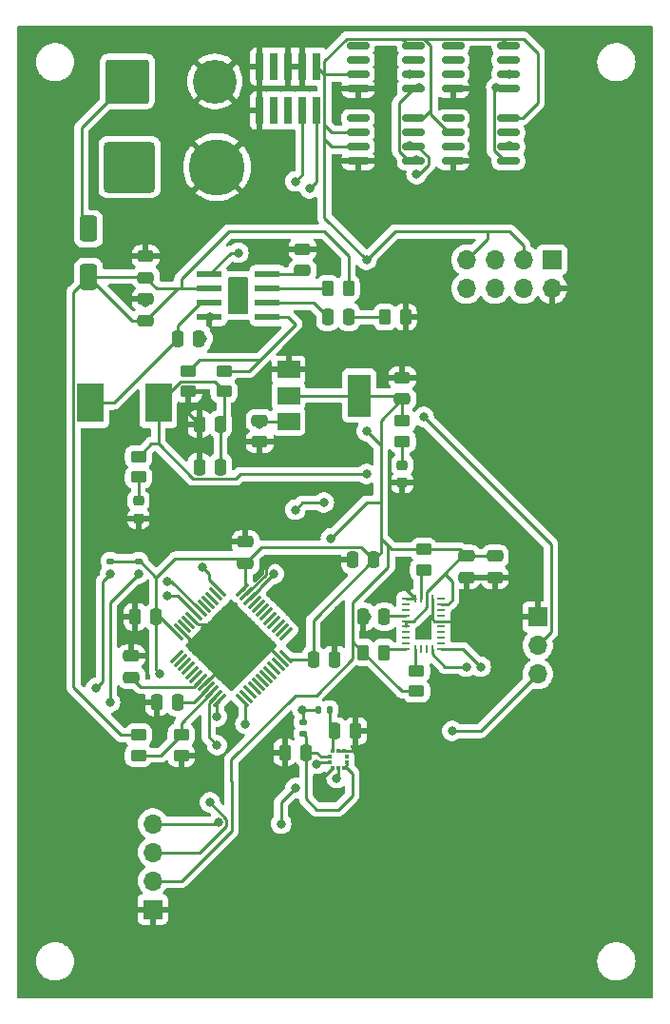
<source format=gtl>
%TF.GenerationSoftware,KiCad,Pcbnew,7.0.2*%
%TF.CreationDate,2023-07-26T12:22:01-04:00*%
%TF.ProjectId,avc-computer,6176632d-636f-46d7-9075-7465722e6b69,rev?*%
%TF.SameCoordinates,Original*%
%TF.FileFunction,Copper,L1,Top*%
%TF.FilePolarity,Positive*%
%FSLAX46Y46*%
G04 Gerber Fmt 4.6, Leading zero omitted, Abs format (unit mm)*
G04 Created by KiCad (PCBNEW 7.0.2) date 2023-07-26 12:22:01*
%MOMM*%
%LPD*%
G01*
G04 APERTURE LIST*
G04 Aperture macros list*
%AMRoundRect*
0 Rectangle with rounded corners*
0 $1 Rounding radius*
0 $2 $3 $4 $5 $6 $7 $8 $9 X,Y pos of 4 corners*
0 Add a 4 corners polygon primitive as box body*
4,1,4,$2,$3,$4,$5,$6,$7,$8,$9,$2,$3,0*
0 Add four circle primitives for the rounded corners*
1,1,$1+$1,$2,$3*
1,1,$1+$1,$4,$5*
1,1,$1+$1,$6,$7*
1,1,$1+$1,$8,$9*
0 Add four rect primitives between the rounded corners*
20,1,$1+$1,$2,$3,$4,$5,0*
20,1,$1+$1,$4,$5,$6,$7,0*
20,1,$1+$1,$6,$7,$8,$9,0*
20,1,$1+$1,$8,$9,$2,$3,0*%
G04 Aperture macros list end*
%TA.AperFunction,EtchedComponent*%
%ADD10C,0.127000*%
%TD*%
%TA.AperFunction,SMDPad,CuDef*%
%ADD11RoundRect,0.250000X-0.250000X-0.475000X0.250000X-0.475000X0.250000X0.475000X-0.250000X0.475000X0*%
%TD*%
%TA.AperFunction,SMDPad,CuDef*%
%ADD12R,0.740000X2.400000*%
%TD*%
%TA.AperFunction,ComponentPad*%
%ADD13RoundRect,0.250002X-1.699998X-1.699998X1.699998X-1.699998X1.699998X1.699998X-1.699998X1.699998X0*%
%TD*%
%TA.AperFunction,ComponentPad*%
%ADD14C,3.900000*%
%TD*%
%TA.AperFunction,SMDPad,CuDef*%
%ADD15RoundRect,0.250000X0.250000X0.475000X-0.250000X0.475000X-0.250000X-0.475000X0.250000X-0.475000X0*%
%TD*%
%TA.AperFunction,ComponentPad*%
%ADD16R,1.700000X1.700000*%
%TD*%
%TA.AperFunction,ComponentPad*%
%ADD17O,1.700000X1.700000*%
%TD*%
%TA.AperFunction,SMDPad,CuDef*%
%ADD18RoundRect,0.250000X0.450000X-0.262500X0.450000X0.262500X-0.450000X0.262500X-0.450000X-0.262500X0*%
%TD*%
%TA.AperFunction,SMDPad,CuDef*%
%ADD19RoundRect,0.250000X-0.475000X0.250000X-0.475000X-0.250000X0.475000X-0.250000X0.475000X0.250000X0*%
%TD*%
%TA.AperFunction,SMDPad,CuDef*%
%ADD20RoundRect,0.250000X0.262500X0.450000X-0.262500X0.450000X-0.262500X-0.450000X0.262500X-0.450000X0*%
%TD*%
%TA.AperFunction,SMDPad,CuDef*%
%ADD21RoundRect,0.135000X0.185000X-0.135000X0.185000X0.135000X-0.185000X0.135000X-0.185000X-0.135000X0*%
%TD*%
%TA.AperFunction,SMDPad,CuDef*%
%ADD22RoundRect,0.250000X0.475000X-0.250000X0.475000X0.250000X-0.475000X0.250000X-0.475000X-0.250000X0*%
%TD*%
%TA.AperFunction,SMDPad,CuDef*%
%ADD23RoundRect,0.218750X0.256250X-0.218750X0.256250X0.218750X-0.256250X0.218750X-0.256250X-0.218750X0*%
%TD*%
%TA.AperFunction,SMDPad,CuDef*%
%ADD24RoundRect,0.250000X-0.450000X0.262500X-0.450000X-0.262500X0.450000X-0.262500X0.450000X0.262500X0*%
%TD*%
%TA.AperFunction,SMDPad,CuDef*%
%ADD25R,2.200000X0.600000*%
%TD*%
%TA.AperFunction,SMDPad,CuDef*%
%ADD26RoundRect,0.150000X-0.825000X-0.150000X0.825000X-0.150000X0.825000X0.150000X-0.825000X0.150000X0*%
%TD*%
%TA.AperFunction,SMDPad,CuDef*%
%ADD27RoundRect,0.294500X0.480500X-0.870500X0.480500X0.870500X-0.480500X0.870500X-0.480500X-0.870500X0*%
%TD*%
%TA.AperFunction,SMDPad,CuDef*%
%ADD28RoundRect,0.075000X-0.415425X-0.521491X0.521491X0.415425X0.415425X0.521491X-0.521491X-0.415425X0*%
%TD*%
%TA.AperFunction,SMDPad,CuDef*%
%ADD29RoundRect,0.075000X0.415425X-0.521491X0.521491X-0.415425X-0.415425X0.521491X-0.521491X0.415425X0*%
%TD*%
%TA.AperFunction,SMDPad,CuDef*%
%ADD30R,2.000000X1.500000*%
%TD*%
%TA.AperFunction,SMDPad,CuDef*%
%ADD31R,2.000000X3.800000*%
%TD*%
%TA.AperFunction,SMDPad,CuDef*%
%ADD32R,0.675000X0.250000*%
%TD*%
%TA.AperFunction,SMDPad,CuDef*%
%ADD33R,0.250000X0.675000*%
%TD*%
%TA.AperFunction,ComponentPad*%
%ADD34RoundRect,0.288464X-1.961536X-1.961536X1.961536X-1.961536X1.961536X1.961536X-1.961536X1.961536X0*%
%TD*%
%TA.AperFunction,ComponentPad*%
%ADD35C,5.000000*%
%TD*%
%TA.AperFunction,SMDPad,CuDef*%
%ADD36R,2.350000X3.500000*%
%TD*%
%TA.AperFunction,SMDPad,CuDef*%
%ADD37RoundRect,0.135000X-0.135000X-0.185000X0.135000X-0.185000X0.135000X0.185000X-0.135000X0.185000X0*%
%TD*%
%TA.AperFunction,SMDPad,CuDef*%
%ADD38R,0.325000X0.300000*%
%TD*%
%TA.AperFunction,SMDPad,CuDef*%
%ADD39R,0.300000X0.325000*%
%TD*%
%TA.AperFunction,ViaPad*%
%ADD40C,0.800000*%
%TD*%
%TA.AperFunction,Conductor*%
%ADD41C,0.250000*%
%TD*%
G04 APERTURE END LIST*
%TO.C,IC1*%
D10*
X114465000Y-81610000D02*
X112865000Y-81610000D01*
X112865000Y-78410000D01*
X114465000Y-78410000D01*
X114465000Y-81610000D01*
%TA.AperFunction,EtchedComponent*%
G36*
X114465000Y-81610000D02*
G01*
X112865000Y-81610000D01*
X112865000Y-78410000D01*
X114465000Y-78410000D01*
X114465000Y-81610000D01*
G37*
%TD.AperFunction*%
%TD*%
D11*
%TO.P,C6,1*%
%TO.N,GND*%
X123830000Y-103505000D03*
%TO.P,C6,2*%
%TO.N,+3V3*%
X125730000Y-103505000D03*
%TD*%
D12*
%TO.P,J1,1,VTref*%
%TO.N,+3V3*%
X120650000Y-59645000D03*
%TO.P,J1,2,SWDIO/TMS*%
%TO.N,/Microcontroller/SWDIO*%
X120650000Y-63545000D03*
%TO.P,J1,3,GND*%
%TO.N,GND*%
X119380000Y-59645000D03*
%TO.P,J1,4,SWDCLK/TCK*%
%TO.N,/Microcontroller/SWCLK*%
X119380000Y-63545000D03*
%TO.P,J1,5,GND*%
%TO.N,GND*%
X118110000Y-59645000D03*
%TO.P,J1,6,SWO/TDO*%
%TO.N,unconnected-(J1-SWO{slash}TDO-Pad6)*%
X118110000Y-63545000D03*
%TO.P,J1,7,KEY*%
%TO.N,unconnected-(J1-KEY-Pad7)*%
X116840000Y-59645000D03*
%TO.P,J1,8,NC/TDI*%
%TO.N,unconnected-(J1-NC{slash}TDI-Pad8)*%
X116840000Y-63545000D03*
%TO.P,J1,9,GNDDetect*%
%TO.N,GND*%
X115570000Y-59645000D03*
%TO.P,J1,10,~{RESET}*%
X115570000Y-63545000D03*
%TD*%
D13*
%TO.P,J2,1,Pin_1*%
%TO.N,Net-(D3-A)*%
X103780000Y-60960000D03*
D14*
%TO.P,J2,2,Pin_2*%
%TO.N,GND*%
X111580000Y-60960000D03*
%TD*%
D15*
%TO.P,C10,1*%
%TO.N,Net-(IC1-BS)*%
X110170000Y-83820000D03*
%TO.P,C10,2*%
%TO.N,Net-(IC1-SW)*%
X108270000Y-83820000D03*
%TD*%
D16*
%TO.P,J5,1,Pin_1*%
%TO.N,GND*%
X140335000Y-108600000D03*
D17*
%TO.P,J5,2,Pin_2*%
%TO.N,+5V*%
X140335000Y-111140000D03*
%TO.P,J5,3,Pin_3*%
%TO.N,/ESC_Cont*%
X140335000Y-113680000D03*
%TD*%
D18*
%TO.P,R8,1*%
%TO.N,Net-(D2-A)*%
X104775000Y-96162500D03*
%TO.P,R8,2*%
%TO.N,+5V*%
X104775000Y-94337500D03*
%TD*%
D19*
%TO.P,C7,1*%
%TO.N,+3V3*%
X136525000Y-103190000D03*
%TO.P,C7,2*%
%TO.N,GND*%
X136525000Y-105090000D03*
%TD*%
D16*
%TO.P,J6,1,Pin_1*%
%TO.N,GND*%
X106045000Y-134620000D03*
D17*
%TO.P,J6,2,Pin_2*%
%TO.N,+3V3*%
X106045000Y-132080000D03*
%TO.P,J6,3,Pin_3*%
%TO.N,/SCL*%
X106045000Y-129540000D03*
%TO.P,J6,4,Pin_4*%
%TO.N,/SDA*%
X106045000Y-127000000D03*
%TD*%
D20*
%TO.P,R6,1*%
%TO.N,GND*%
X128547500Y-81915000D03*
%TO.P,R6,2*%
%TO.N,Net-(C14-Pad1)*%
X126722500Y-81915000D03*
%TD*%
D21*
%TO.P,R2,1*%
%TO.N,/SDA*%
X102235000Y-104650000D03*
%TO.P,R2,2*%
%TO.N,+3V3*%
X102235000Y-103630000D03*
%TD*%
D15*
%TO.P,C16,1*%
%TO.N,+5V*%
X112075000Y-95250000D03*
%TO.P,C16,2*%
%TO.N,GND*%
X110175000Y-95250000D03*
%TD*%
D22*
%TO.P,C1,1*%
%TO.N,Net-(U3-NRST)*%
X104140000Y-113980000D03*
%TO.P,C1,2*%
%TO.N,GND*%
X104140000Y-112080000D03*
%TD*%
D15*
%TO.P,C15,1*%
%TO.N,+5V*%
X112075000Y-91440000D03*
%TO.P,C15,2*%
%TO.N,GND*%
X110175000Y-91440000D03*
%TD*%
D23*
%TO.P,D1,1,K*%
%TO.N,GND*%
X128270000Y-96672500D03*
%TO.P,D1,2,A*%
%TO.N,Net-(D1-A)*%
X128270000Y-95097500D03*
%TD*%
D20*
%TO.P,R3,1*%
%TO.N,/VBAT*%
X123467500Y-79375000D03*
%TO.P,R3,2*%
%TO.N,Net-(IC1-EN)*%
X121642500Y-79375000D03*
%TD*%
D19*
%TO.P,C11,1*%
%TO.N,GND*%
X105410000Y-76520000D03*
%TO.P,C11,2*%
%TO.N,/VBAT*%
X105410000Y-78420000D03*
%TD*%
D24*
%TO.P,R10,1*%
%TO.N,Net-(U4-ENV_SDA)*%
X129540000Y-113387500D03*
%TO.P,R10,2*%
%TO.N,+3V3*%
X129540000Y-115212500D03*
%TD*%
D18*
%TO.P,R4,1*%
%TO.N,+5V*%
X112395000Y-88542500D03*
%TO.P,R4,2*%
%TO.N,Net-(IC1-FB)*%
X112395000Y-86717500D03*
%TD*%
D15*
%TO.P,C14,1*%
%TO.N,Net-(C14-Pad1)*%
X123505000Y-81915000D03*
%TO.P,C14,2*%
%TO.N,Net-(IC1-COMP)*%
X121605000Y-81915000D03*
%TD*%
D19*
%TO.P,C9,1*%
%TO.N,+3V3*%
X133985000Y-103190000D03*
%TO.P,C9,2*%
%TO.N,GND*%
X133985000Y-105090000D03*
%TD*%
D18*
%TO.P,R5,1*%
%TO.N,GND*%
X109220000Y-88542500D03*
%TO.P,R5,2*%
%TO.N,Net-(IC1-FB)*%
X109220000Y-86717500D03*
%TD*%
D19*
%TO.P,C12,1*%
%TO.N,GND*%
X105410000Y-80330000D03*
%TO.P,C12,2*%
%TO.N,/VBAT*%
X105410000Y-82230000D03*
%TD*%
D20*
%TO.P,R11,1*%
%TO.N,Net-(U4-ENV_SCL)*%
X126642500Y-111760000D03*
%TO.P,R11,2*%
%TO.N,+3V3*%
X124817500Y-111760000D03*
%TD*%
D25*
%TO.P,IC1,1,BS*%
%TO.N,Net-(IC1-BS)*%
X111065000Y-78105000D03*
%TO.P,IC1,2,IN*%
%TO.N,/VBAT*%
X111065000Y-79375000D03*
%TO.P,IC1,3,SW*%
%TO.N,Net-(IC1-SW)*%
X111065000Y-80645000D03*
%TO.P,IC1,4,GND*%
%TO.N,GND*%
X111065000Y-81915000D03*
%TO.P,IC1,5,FB*%
%TO.N,Net-(IC1-FB)*%
X116265000Y-81915000D03*
%TO.P,IC1,6,COMP*%
%TO.N,Net-(IC1-COMP)*%
X116265000Y-80645000D03*
%TO.P,IC1,7,EN*%
%TO.N,Net-(IC1-EN)*%
X116265000Y-79375000D03*
%TO.P,IC1,8,SS*%
%TO.N,Net-(IC1-SS)*%
X116265000Y-78105000D03*
%TD*%
D26*
%TO.P,U2,1,NC*%
%TO.N,unconnected-(U2-NC-Pad1)*%
X132780000Y-64235000D03*
%TO.P,U2,2,A1*%
%TO.N,+3V3*%
X132780000Y-65505000D03*
%TO.P,U2,3,A2*%
%TO.N,unconnected-(U2-A2-Pad3)*%
X132780000Y-66775000D03*
%TO.P,U2,4,GND*%
%TO.N,GND*%
X132780000Y-68045000D03*
%TO.P,U2,5,SDA*%
%TO.N,/SDA*%
X137730000Y-68045000D03*
%TO.P,U2,6,SCL*%
%TO.N,/SCL*%
X137730000Y-66775000D03*
%TO.P,U2,7,WP*%
%TO.N,unconnected-(U2-WP-Pad7)*%
X137730000Y-65505000D03*
%TO.P,U2,8,VCC*%
%TO.N,+3V3*%
X137730000Y-64235000D03*
%TD*%
D27*
%TO.P,D3,1,K*%
%TO.N,/VBAT*%
X100330000Y-78335000D03*
%TO.P,D3,2,A*%
%TO.N,Net-(D3-A)*%
X100330000Y-74065000D03*
%TD*%
D16*
%TO.P,J7,1,Pin_1*%
%TO.N,/Microcontroller/PA3*%
X141605000Y-76835000D03*
D17*
%TO.P,J7,2,Pin_2*%
%TO.N,GND*%
X141605000Y-79375000D03*
%TO.P,J7,3,Pin_3*%
%TO.N,+3V3*%
X139065000Y-76835000D03*
%TO.P,J7,4,Pin_4*%
%TO.N,unconnected-(J7-Pin_4-Pad4)*%
X139065000Y-79375000D03*
%TO.P,J7,5,Pin_5*%
%TO.N,unconnected-(J7-Pin_5-Pad5)*%
X136525000Y-76835000D03*
%TO.P,J7,6,Pin_6*%
%TO.N,unconnected-(J7-Pin_6-Pad6)*%
X136525000Y-79375000D03*
%TO.P,J7,7,Pin_7*%
%TO.N,+3V3*%
X133985000Y-76835000D03*
%TO.P,J7,8,Pin_8*%
%TO.N,/Microcontroller/PA2*%
X133985000Y-79375000D03*
%TD*%
D11*
%TO.P,C20,1*%
%TO.N,GND*%
X117795000Y-120650000D03*
%TO.P,C20,2*%
%TO.N,Net-(U8-CSB)*%
X119695000Y-120650000D03*
%TD*%
D21*
%TO.P,R1,1*%
%TO.N,/SCL*%
X104775000Y-104650000D03*
%TO.P,R1,2*%
%TO.N,+3V3*%
X104775000Y-103630000D03*
%TD*%
D28*
%TO.P,U3,1,VBAT*%
%TO.N,unconnected-(U3-VBAT-Pad1)*%
X108142124Y-112123788D03*
%TO.P,U3,2,PC13*%
%TO.N,unconnected-(U3-PC13-Pad2)*%
X108495678Y-112477342D03*
%TO.P,U3,3,PC14*%
%TO.N,unconnected-(U3-PC14-Pad3)*%
X108849231Y-112830895D03*
%TO.P,U3,4,PC15*%
%TO.N,unconnected-(U3-PC15-Pad4)*%
X109202785Y-113184449D03*
%TO.P,U3,5,PD0*%
%TO.N,unconnected-(U3-PD0-Pad5)*%
X109556338Y-113538002D03*
%TO.P,U3,6,PD1*%
%TO.N,unconnected-(U3-PD1-Pad6)*%
X109909891Y-113891555D03*
%TO.P,U3,7,NRST*%
%TO.N,Net-(U3-NRST)*%
X110263445Y-114245109D03*
%TO.P,U3,8,VSSA*%
%TO.N,GND*%
X110616998Y-114598662D03*
%TO.P,U3,9,VDDA*%
%TO.N,+3V3*%
X110970551Y-114952215D03*
%TO.P,U3,10,PA0*%
%TO.N,Net-(U3-PA0)*%
X111324105Y-115305769D03*
%TO.P,U3,11,PA1*%
%TO.N,/ESC_Cont*%
X111677658Y-115659322D03*
%TO.P,U3,12,PA2*%
%TO.N,/Microcontroller/PA2*%
X112031212Y-116012876D03*
D29*
%TO.P,U3,13,PA3*%
%TO.N,/Microcontroller/PA3*%
X114028788Y-116012876D03*
%TO.P,U3,14,PA4*%
%TO.N,unconnected-(U3-PA4-Pad14)*%
X114382342Y-115659322D03*
%TO.P,U3,15,PA5*%
%TO.N,unconnected-(U3-PA5-Pad15)*%
X114735895Y-115305769D03*
%TO.P,U3,16,PA6*%
%TO.N,unconnected-(U3-PA6-Pad16)*%
X115089449Y-114952215D03*
%TO.P,U3,17,PA7*%
%TO.N,unconnected-(U3-PA7-Pad17)*%
X115443002Y-114598662D03*
%TO.P,U3,18,PB0*%
%TO.N,unconnected-(U3-PB0-Pad18)*%
X115796555Y-114245109D03*
%TO.P,U3,19,PB1*%
%TO.N,unconnected-(U3-PB1-Pad19)*%
X116150109Y-113891555D03*
%TO.P,U3,20,PB2*%
%TO.N,unconnected-(U3-PB2-Pad20)*%
X116503662Y-113538002D03*
%TO.P,U3,21,PB10*%
%TO.N,unconnected-(U3-PB10-Pad21)*%
X116857215Y-113184449D03*
%TO.P,U3,22,PB11*%
%TO.N,unconnected-(U3-PB11-Pad22)*%
X117210769Y-112830895D03*
%TO.P,U3,23,VSS*%
%TO.N,GND*%
X117564322Y-112477342D03*
%TO.P,U3,24,VDD*%
%TO.N,+3V3*%
X117917876Y-112123788D03*
D28*
%TO.P,U3,25,PB12*%
%TO.N,unconnected-(U3-PB12-Pad25)*%
X117917876Y-110126212D03*
%TO.P,U3,26,PB13*%
%TO.N,unconnected-(U3-PB13-Pad26)*%
X117564322Y-109772658D03*
%TO.P,U3,27,PB14*%
%TO.N,unconnected-(U3-PB14-Pad27)*%
X117210769Y-109419105D03*
%TO.P,U3,28,PB15*%
%TO.N,unconnected-(U3-PB15-Pad28)*%
X116857215Y-109065551D03*
%TO.P,U3,29,PA8*%
%TO.N,unconnected-(U3-PA8-Pad29)*%
X116503662Y-108711998D03*
%TO.P,U3,30,PA9*%
%TO.N,unconnected-(U3-PA9-Pad30)*%
X116150109Y-108358445D03*
%TO.P,U3,31,PA10*%
%TO.N,unconnected-(U3-PA10-Pad31)*%
X115796555Y-108004891D03*
%TO.P,U3,32,PA11*%
%TO.N,unconnected-(U3-PA11-Pad32)*%
X115443002Y-107651338D03*
%TO.P,U3,33,PA12*%
%TO.N,unconnected-(U3-PA12-Pad33)*%
X115089449Y-107297785D03*
%TO.P,U3,34,PA13*%
%TO.N,/Microcontroller/SWDIO*%
X114735895Y-106944231D03*
%TO.P,U3,35,VSS*%
%TO.N,GND*%
X114382342Y-106590678D03*
%TO.P,U3,36,VDD*%
%TO.N,+3V3*%
X114028788Y-106237124D03*
D29*
%TO.P,U3,37,PA14*%
%TO.N,/Microcontroller/SWCLK*%
X112031212Y-106237124D03*
%TO.P,U3,38,PA15*%
%TO.N,unconnected-(U3-PA15-Pad38)*%
X111677658Y-106590678D03*
%TO.P,U3,39,PB3*%
%TO.N,unconnected-(U3-PB3-Pad39)*%
X111324105Y-106944231D03*
%TO.P,U3,40,PB4*%
%TO.N,unconnected-(U3-PB4-Pad40)*%
X110970551Y-107297785D03*
%TO.P,U3,41,PB5*%
%TO.N,unconnected-(U3-PB5-Pad41)*%
X110616998Y-107651338D03*
%TO.P,U3,42,PB6*%
%TO.N,/SCL*%
X110263445Y-108004891D03*
%TO.P,U3,43,PB7*%
%TO.N,/SDA*%
X109909891Y-108358445D03*
%TO.P,U3,44,BOOT0*%
%TO.N,GND*%
X109556338Y-108711998D03*
%TO.P,U3,45,PB8*%
%TO.N,unconnected-(U3-PB8-Pad45)*%
X109202785Y-109065551D03*
%TO.P,U3,46,PB9*%
%TO.N,unconnected-(U3-PB9-Pad46)*%
X108849231Y-109419105D03*
%TO.P,U3,47,VSS*%
%TO.N,GND*%
X108495678Y-109772658D03*
%TO.P,U3,48,VDD*%
%TO.N,+3V3*%
X108142124Y-110126212D03*
%TD*%
D18*
%TO.P,R12,1*%
%TO.N,Net-(U4-BOOTN)*%
X130175000Y-104417500D03*
%TO.P,R12,2*%
%TO.N,+3V3*%
X130175000Y-102592500D03*
%TD*%
D15*
%TO.P,C2,1*%
%TO.N,GND*%
X122235000Y-112395000D03*
%TO.P,C2,2*%
%TO.N,+3V3*%
X120335000Y-112395000D03*
%TD*%
D26*
%TO.P,U6,1,NC*%
%TO.N,unconnected-(U6-NC-Pad1)*%
X124330000Y-64235000D03*
%TO.P,U6,2,A1*%
%TO.N,+3V3*%
X124330000Y-65505000D03*
%TO.P,U6,3,A2*%
X124330000Y-66775000D03*
%TO.P,U6,4,GND*%
%TO.N,GND*%
X124330000Y-68045000D03*
%TO.P,U6,5,SDA*%
%TO.N,/SDA*%
X129280000Y-68045000D03*
%TO.P,U6,6,SCL*%
%TO.N,/SCL*%
X129280000Y-66775000D03*
%TO.P,U6,7,WP*%
%TO.N,unconnected-(U6-WP-Pad7)*%
X129280000Y-65505000D03*
%TO.P,U6,8,VCC*%
%TO.N,+3V3*%
X129280000Y-64235000D03*
%TD*%
D30*
%TO.P,U7,1,GND*%
%TO.N,GND*%
X118135000Y-86600000D03*
%TO.P,U7,2,VO*%
%TO.N,+3V3*%
X118135000Y-88900000D03*
D31*
X124435000Y-88900000D03*
D30*
%TO.P,U7,3,VI*%
%TO.N,+5V*%
X118135000Y-91200000D03*
%TD*%
D22*
%TO.P,C18,1*%
%TO.N,+3V3*%
X128270000Y-89215000D03*
%TO.P,C18,2*%
%TO.N,GND*%
X128270000Y-87315000D03*
%TD*%
D32*
%TO.P,U4,1,NC*%
%TO.N,unconnected-(U4-NC-Pad1)*%
X131737500Y-106970000D03*
D33*
%TO.P,U4,2,GND*%
%TO.N,GND*%
X130925000Y-106957500D03*
%TO.P,U4,3,VDD*%
%TO.N,+3V3*%
X130425000Y-106957500D03*
%TO.P,U4,4,BOOTN*%
%TO.N,Net-(U4-BOOTN)*%
X129925000Y-106957500D03*
%TO.P,U4,5,PSN1*%
%TO.N,GND*%
X129425000Y-106957500D03*
D32*
%TO.P,U4,6,PS0/WAKE*%
X128612500Y-106970000D03*
%TO.P,U4,7,NC*%
%TO.N,unconnected-(U4-NC-Pad7)*%
X128612500Y-107470000D03*
%TO.P,U4,8,NC*%
%TO.N,unconnected-(U4-NC-Pad8)*%
X128612500Y-107970000D03*
%TO.P,U4,9,CAP*%
%TO.N,Net-(U4-CAP)*%
X128612500Y-108470000D03*
%TO.P,U4,10,CLKSEL0*%
%TO.N,+3V3*%
X128612500Y-108970000D03*
%TO.P,U4,11,NRST*%
X128612500Y-109470000D03*
%TO.P,U4,12,NC*%
%TO.N,unconnected-(U4-NC-Pad12)*%
X128612500Y-109970000D03*
%TO.P,U4,13,NC*%
%TO.N,unconnected-(U4-NC-Pad13)*%
X128612500Y-110470000D03*
%TO.P,U4,14,H_INTN*%
%TO.N,unconnected-(U4-H_INTN-Pad14)*%
X128612500Y-110970000D03*
%TO.P,U4,15,ENV_SCL*%
%TO.N,Net-(U4-ENV_SCL)*%
X128612500Y-111470000D03*
D33*
%TO.P,U4,16,ENV_SDA*%
%TO.N,Net-(U4-ENV_SDA)*%
X129425000Y-111482500D03*
%TO.P,U4,17,SA0/H_MOSI*%
%TO.N,unconnected-(U4-SA0{slash}H_MOSI-Pad17)*%
X129925000Y-111482500D03*
%TO.P,U4,18,H_CSN*%
%TO.N,unconnected-(U4-H_CSN-Pad18)*%
X130425000Y-111482500D03*
%TO.P,U4,19,H_SCL/SCK/RX_*%
%TO.N,/SCL*%
X130925000Y-111482500D03*
D32*
%TO.P,U4,20,H_SDA/H_MISO/TX*%
%TO.N,/SDA*%
X131737500Y-111470000D03*
%TO.P,U4,21,NC*%
%TO.N,unconnected-(U4-NC-Pad21)*%
X131737500Y-110970000D03*
%TO.P,U4,22,NC*%
%TO.N,unconnected-(U4-NC-Pad22)*%
X131737500Y-110470000D03*
%TO.P,U4,23,NC*%
%TO.N,unconnected-(U4-NC-Pad23)*%
X131737500Y-109970000D03*
%TO.P,U4,24,NC*%
%TO.N,unconnected-(U4-NC-Pad24)*%
X131737500Y-109470000D03*
%TO.P,U4,25,GND*%
%TO.N,GND*%
X131737500Y-108966000D03*
%TO.P,U4,26,XOUT32/CLKSEL1*%
%TO.N,unconnected-(U4-XOUT32{slash}CLKSEL1-Pad26)*%
X131737500Y-108458000D03*
%TO.P,U4,27,XIN32*%
%TO.N,unconnected-(U4-XIN32-Pad27)*%
X131737500Y-107950000D03*
%TO.P,U4,28,VDDIO*%
%TO.N,+3V3*%
X131737500Y-107470000D03*
%TD*%
D23*
%TO.P,D2,1,K*%
%TO.N,GND*%
X104775000Y-99847500D03*
%TO.P,D2,2,A*%
%TO.N,Net-(D2-A)*%
X104775000Y-98272500D03*
%TD*%
D24*
%TO.P,R9,1*%
%TO.N,/VBAT*%
X104775000Y-119102500D03*
%TO.P,R9,2*%
%TO.N,Net-(U3-PA0)*%
X104775000Y-120927500D03*
%TD*%
D26*
%TO.P,U5,1,NC*%
%TO.N,unconnected-(U5-NC-Pad1)*%
X124330000Y-57785000D03*
%TO.P,U5,2,A1*%
%TO.N,unconnected-(U5-A1-Pad2)*%
X124330000Y-59055000D03*
%TO.P,U5,3,A2*%
%TO.N,+3V3*%
X124330000Y-60325000D03*
%TO.P,U5,4,GND*%
%TO.N,GND*%
X124330000Y-61595000D03*
%TO.P,U5,5,SDA*%
%TO.N,/SDA*%
X129280000Y-61595000D03*
%TO.P,U5,6,SCL*%
%TO.N,/SCL*%
X129280000Y-60325000D03*
%TO.P,U5,7,WP*%
%TO.N,unconnected-(U5-WP-Pad7)*%
X129280000Y-59055000D03*
%TO.P,U5,8,VCC*%
%TO.N,+3V3*%
X129280000Y-57785000D03*
%TD*%
D34*
%TO.P,J4,1,Pin_1*%
%TO.N,Net-(D3-A)*%
X103960000Y-68580000D03*
D35*
%TO.P,J4,2,Pin_2*%
%TO.N,GND*%
X111760000Y-68580000D03*
%TD*%
D21*
%TO.P,R14,1*%
%TO.N,Net-(U8-CSB)*%
X119458458Y-118993149D03*
%TO.P,R14,2*%
%TO.N,+3V3*%
X119458458Y-117973149D03*
%TD*%
D36*
%TO.P,L1,1,1*%
%TO.N,Net-(IC1-SW)*%
X100480000Y-89535000D03*
%TO.P,L1,2,2*%
%TO.N,+5V*%
X106530000Y-89535000D03*
%TD*%
D19*
%TO.P,C3,1*%
%TO.N,GND*%
X114300000Y-101920000D03*
%TO.P,C3,2*%
%TO.N,+3V3*%
X114300000Y-103820000D03*
%TD*%
D24*
%TO.P,R13,1*%
%TO.N,Net-(U3-PA0)*%
X108585000Y-119102500D03*
%TO.P,R13,2*%
%TO.N,GND*%
X108585000Y-120927500D03*
%TD*%
D11*
%TO.P,C5,1*%
%TO.N,GND*%
X106365000Y-116205000D03*
%TO.P,C5,2*%
%TO.N,+3V3*%
X108265000Y-116205000D03*
%TD*%
D19*
%TO.P,C17,1*%
%TO.N,+5V*%
X115570000Y-91125000D03*
%TO.P,C17,2*%
%TO.N,GND*%
X115570000Y-93025000D03*
%TD*%
D11*
%TO.P,C4,1*%
%TO.N,GND*%
X104460000Y-108585000D03*
%TO.P,C4,2*%
%TO.N,+3V3*%
X106360000Y-108585000D03*
%TD*%
%TO.P,C8,1*%
%TO.N,GND*%
X124780000Y-108585000D03*
%TO.P,C8,2*%
%TO.N,Net-(U4-CAP)*%
X126680000Y-108585000D03*
%TD*%
D15*
%TO.P,C19,1*%
%TO.N,GND*%
X124140000Y-118745000D03*
%TO.P,C19,2*%
%TO.N,Net-(U8-VDD)*%
X122240000Y-118745000D03*
%TD*%
D37*
%TO.P,R15,1*%
%TO.N,+3V3*%
X120775000Y-116840000D03*
%TO.P,R15,2*%
%TO.N,Net-(U8-VDD)*%
X121795000Y-116840000D03*
%TD*%
D18*
%TO.P,R7,1*%
%TO.N,Net-(D1-A)*%
X128270000Y-92987500D03*
%TO.P,R7,2*%
%TO.N,+3V3*%
X128270000Y-91162500D03*
%TD*%
D38*
%TO.P,U8,1,VDDIO*%
%TO.N,Net-(U8-CSB)*%
X121805000Y-121035000D03*
%TO.P,U8,2,SCK*%
%TO.N,/SCL*%
X121805000Y-121535000D03*
D39*
%TO.P,U8,3,VSS*%
%TO.N,GND*%
X122055000Y-122060000D03*
%TO.P,U8,4,SDI*%
%TO.N,/SDA*%
X122555000Y-122060000D03*
%TO.P,U8,5,SDO*%
%TO.N,Net-(U8-CSB)*%
X123055000Y-122060000D03*
D38*
%TO.P,U8,6,CSB*%
X123305000Y-121535000D03*
%TO.P,U8,7,INT*%
%TO.N,unconnected-(U8-INT-Pad7)*%
X123305000Y-121035000D03*
%TO.P,U8,8,VSS*%
%TO.N,GND*%
X123055000Y-120510000D03*
%TO.P,U8,9,VSS*%
X122555000Y-120510000D03*
%TO.P,U8,10,VDD*%
%TO.N,Net-(U8-VDD)*%
X122055000Y-120510000D03*
%TD*%
D19*
%TO.P,C13,1*%
%TO.N,GND*%
X119380000Y-75885000D03*
%TO.P,C13,2*%
%TO.N,Net-(IC1-SS)*%
X119380000Y-77785000D03*
%TD*%
D26*
%TO.P,U1,1,NC*%
%TO.N,unconnected-(U1-NC-Pad1)*%
X132780000Y-57785000D03*
%TO.P,U1,2,A1*%
%TO.N,unconnected-(U1-A1-Pad2)*%
X132780000Y-59055000D03*
%TO.P,U1,3,A2*%
%TO.N,unconnected-(U1-A2-Pad3)*%
X132780000Y-60325000D03*
%TO.P,U1,4,GND*%
%TO.N,GND*%
X132780000Y-61595000D03*
%TO.P,U1,5,SDA*%
%TO.N,/SDA*%
X137730000Y-61595000D03*
%TO.P,U1,6,SCL*%
%TO.N,/SCL*%
X137730000Y-60325000D03*
%TO.P,U1,7,WP*%
%TO.N,unconnected-(U1-WP-Pad7)*%
X137730000Y-59055000D03*
%TO.P,U1,8,VCC*%
%TO.N,+3V3*%
X137730000Y-57785000D03*
%TD*%
D40*
%TO.N,GND*%
X103505000Y-79375000D03*
X105410000Y-80645000D03*
X123825000Y-103505000D03*
X127000000Y-121285000D03*
X113030000Y-109855000D03*
X111125000Y-81915000D03*
X133985000Y-108585000D03*
X104140000Y-110490000D03*
X117475000Y-75565000D03*
X111760000Y-111125000D03*
X118745000Y-100330000D03*
X109220000Y-88542500D03*
X116840000Y-103505000D03*
X122555000Y-107950000D03*
X114300000Y-111125000D03*
X113030000Y-112395000D03*
X125095000Y-108585000D03*
X104140000Y-115570000D03*
X127635000Y-105410000D03*
X121285000Y-123825000D03*
%TO.N,/Microcontroller/SWDIO*%
X116840000Y-104775000D03*
X120015000Y-70485000D03*
%TO.N,+3V3*%
X121920000Y-101600000D03*
X125095000Y-76835000D03*
X119380000Y-116840000D03*
X108265000Y-116205000D03*
X125095000Y-92075000D03*
X106680000Y-113665000D03*
%TO.N,/Microcontroller/SWCLK*%
X118745000Y-69850000D03*
X110490000Y-104140000D03*
%TO.N,Net-(IC1-BS)*%
X110490000Y-83820000D03*
X113665000Y-76200000D03*
%TO.N,+5V*%
X115570000Y-91440000D03*
X106530000Y-90320000D03*
X125095000Y-95885000D03*
X130175000Y-90805000D03*
%TO.N,/Microcontroller/PA2*%
X111760000Y-117475000D03*
X118745000Y-99060000D03*
X121285000Y-98425000D03*
%TO.N,/Microcontroller/PA3*%
X114300000Y-118110000D03*
%TO.N,/SCL*%
X120650000Y-121666000D03*
X102235000Y-116205000D03*
X129540000Y-69215000D03*
X137795000Y-60325000D03*
X107315000Y-105410000D03*
X111125000Y-125095000D03*
X104775000Y-104775000D03*
X133985000Y-113030000D03*
X137795000Y-66675000D03*
X128905000Y-66675000D03*
X128905000Y-60325000D03*
%TO.N,/SDA*%
X122428000Y-122936000D03*
X136652000Y-61468000D03*
X117475000Y-127000000D03*
X135255000Y-113030000D03*
X100965000Y-114935000D03*
X129540000Y-67945000D03*
X111882693Y-126877307D03*
X118745000Y-123825000D03*
X102235000Y-104775000D03*
X107315000Y-106680000D03*
X129794000Y-61468000D03*
%TO.N,/ESC_Cont*%
X132715000Y-118745000D03*
X111760000Y-120015000D03*
%TD*%
D41*
%TO.N,GND*%
X110175000Y-91440000D02*
X109220000Y-90485000D01*
X110616998Y-114598662D02*
X112820660Y-112395000D01*
X112454455Y-109279455D02*
X113030000Y-109855000D01*
X129425000Y-106957500D02*
X127877500Y-105410000D01*
X116115489Y-104229511D02*
X116840000Y-103505000D01*
X110123795Y-109279455D02*
X112454455Y-109279455D01*
X128612500Y-106970000D02*
X129412500Y-106970000D01*
X108495678Y-109772658D02*
X109848020Y-111125000D01*
X122055000Y-122060000D02*
X121285000Y-122830000D01*
X131737500Y-108966000D02*
X133604000Y-108966000D01*
X117564322Y-112477342D02*
X116211980Y-111125000D01*
X130925000Y-106957500D02*
X130925000Y-108757022D01*
X109848020Y-111125000D02*
X111760000Y-111125000D01*
X112820660Y-112395000D02*
X113030000Y-112395000D01*
X114382342Y-106590678D02*
X116115489Y-104857531D01*
X131133978Y-108966000D02*
X131737500Y-108966000D01*
X133604000Y-108966000D02*
X133985000Y-108585000D01*
X121285000Y-122830000D02*
X121285000Y-123825000D01*
X109220000Y-90485000D02*
X109220000Y-88542500D01*
X116115489Y-104857531D02*
X116115489Y-104229511D01*
X123055000Y-120510000D02*
X126225000Y-120510000D01*
X126225000Y-120510000D02*
X127000000Y-121285000D01*
X129412500Y-106970000D02*
X129425000Y-106957500D01*
X110175000Y-91440000D02*
X110175000Y-95250000D01*
X116211980Y-111125000D02*
X114300000Y-111125000D01*
X122555000Y-120510000D02*
X123055000Y-120510000D01*
X127877500Y-105410000D02*
X127635000Y-105410000D01*
X109556338Y-108711998D02*
X110123795Y-109279455D01*
X130925000Y-108757022D02*
X131133978Y-108966000D01*
%TO.N,/Microcontroller/SWDIO*%
X120650000Y-69850000D02*
X120015000Y-70485000D01*
X116840000Y-104775000D02*
X115670361Y-105944639D01*
X120650000Y-63545000D02*
X120650000Y-69850000D01*
X115670361Y-106009765D02*
X114735895Y-106944231D01*
X115670361Y-105944639D02*
X115670361Y-106009765D01*
%TO.N,+3V3*%
X125730000Y-103505000D02*
X124632973Y-102407973D01*
X118189088Y-112395000D02*
X120335000Y-112395000D01*
X120335000Y-108900000D02*
X120335000Y-112395000D01*
X107315000Y-109299088D02*
X107315000Y-109220000D01*
X108142124Y-110126212D02*
X107315000Y-109299088D01*
X130425000Y-107769022D02*
X129224022Y-108970000D01*
X126365000Y-102870000D02*
X125730000Y-103505000D01*
X130175000Y-57150000D02*
X137095000Y-57150000D01*
X125095000Y-92075000D02*
X126365000Y-93345000D01*
X126365000Y-101600000D02*
X127000000Y-102235000D01*
X108039511Y-103415489D02*
X106360000Y-105095000D01*
X130175000Y-102592500D02*
X133387500Y-102592500D01*
X126365000Y-101600000D02*
X126365000Y-102870000D01*
X130810000Y-63911072D02*
X132403928Y-65505000D01*
X127955000Y-88900000D02*
X124435000Y-88900000D01*
X120597493Y-115570000D02*
X118745000Y-115570000D01*
X139065000Y-57150000D02*
X140335000Y-58420000D01*
X130810000Y-63500000D02*
X130075000Y-64235000D01*
X128270000Y-115212500D02*
X129540000Y-115212500D01*
X129280000Y-57785000D02*
X128905000Y-57785000D01*
X114300000Y-105965912D02*
X114300000Y-103820000D01*
X121344511Y-73084511D02*
X125095000Y-76835000D01*
X113056724Y-123216724D02*
X113056724Y-127608276D01*
X122020000Y-66775000D02*
X121344511Y-66099511D01*
X126365000Y-98425000D02*
X125095000Y-98425000D01*
X104775000Y-103660000D02*
X104925000Y-103660000D01*
X128270000Y-89215000D02*
X126365000Y-91120000D01*
X121344511Y-66099511D02*
X121344511Y-73084511D01*
X127000000Y-104140000D02*
X123825000Y-107315000D01*
X137795000Y-74295000D02*
X139060000Y-75560000D01*
X130075000Y-64235000D02*
X129280000Y-64235000D01*
X128903928Y-57785000D02*
X129280000Y-57785000D01*
X127000000Y-102235000D02*
X127000000Y-104140000D01*
X107315000Y-109220000D02*
X106680000Y-108585000D01*
X119458458Y-117973149D02*
X119458458Y-116918458D01*
X115712027Y-102407973D02*
X114300000Y-103820000D01*
X123825000Y-110767500D02*
X123825000Y-112342493D01*
X132715000Y-107104022D02*
X132349022Y-107470000D01*
X113030000Y-123190000D02*
X113056724Y-123216724D01*
X124330000Y-65505000D02*
X122020000Y-65505000D01*
X126365000Y-91120000D02*
X126365000Y-93345000D01*
X126365000Y-98425000D02*
X126365000Y-101600000D01*
X123825000Y-112342493D02*
X120597493Y-115570000D01*
X128270000Y-89215000D02*
X127955000Y-88900000D01*
X106360000Y-105095000D02*
X106360000Y-108585000D01*
X106360000Y-113345000D02*
X106680000Y-113665000D01*
X124435000Y-88900000D02*
X118135000Y-88900000D01*
X133985000Y-103190000D02*
X136525000Y-103190000D01*
X114028788Y-106237124D02*
X114300000Y-105965912D01*
X121344511Y-64829511D02*
X121344511Y-66099511D01*
X123825000Y-110767500D02*
X124817500Y-111760000D01*
X140335000Y-58420000D02*
X140335000Y-62865000D01*
X132037989Y-104732989D02*
X130425000Y-106345978D01*
X120650000Y-59645000D02*
X121344511Y-60339511D01*
X106360000Y-108585000D02*
X106360000Y-113345000D01*
X132403928Y-65505000D02*
X132780000Y-65505000D01*
X124315489Y-60339511D02*
X124330000Y-60325000D01*
X119380000Y-116840000D02*
X120775000Y-116840000D01*
X125095000Y-98425000D02*
X121920000Y-101600000D01*
X106680000Y-108585000D02*
X106360000Y-108585000D01*
X113056724Y-127608276D02*
X108585000Y-132080000D01*
X127635000Y-74295000D02*
X135890000Y-74295000D01*
X130425000Y-106957500D02*
X130425000Y-107769022D01*
X126365000Y-93345000D02*
X126365000Y-98425000D01*
X133387500Y-102592500D02*
X133985000Y-103190000D01*
X128612500Y-109470000D02*
X128612500Y-108970000D01*
X133985000Y-103190000D02*
X133580978Y-103190000D01*
X127357500Y-102592500D02*
X127000000Y-102235000D01*
X124330000Y-66775000D02*
X122020000Y-66775000D01*
X139060000Y-75560000D02*
X139060000Y-76840000D01*
X117917876Y-112123788D02*
X118189088Y-112395000D01*
X125095000Y-76835000D02*
X127635000Y-74295000D01*
X130425000Y-106345978D02*
X130425000Y-106957500D01*
X137095000Y-57150000D02*
X137730000Y-57785000D01*
X128270000Y-57150000D02*
X130175000Y-57150000D01*
X118745000Y-115570000D02*
X113030000Y-121285000D01*
X108585000Y-132080000D02*
X106045000Y-132080000D01*
X125730000Y-103505000D02*
X120335000Y-108900000D01*
X130175000Y-102592500D02*
X127357500Y-102592500D01*
X109717766Y-116205000D02*
X108265000Y-116205000D01*
X121344511Y-59124417D02*
X123318928Y-57150000D01*
X121344511Y-60384511D02*
X121344511Y-64829511D01*
X123825000Y-107315000D02*
X123825000Y-110767500D01*
X132349022Y-107470000D02*
X131737500Y-107470000D01*
X128905000Y-57785000D02*
X128270000Y-57150000D01*
X135890000Y-74930000D02*
X135890000Y-74295000D01*
X132037989Y-104732989D02*
X132715000Y-105410000D01*
X122020000Y-65505000D02*
X121344511Y-64829511D01*
X128270000Y-89215000D02*
X128270000Y-91162500D01*
X124817500Y-111760000D02*
X128270000Y-115212500D01*
X104925000Y-103660000D02*
X106360000Y-105095000D01*
X130175000Y-57150000D02*
X130810000Y-57785000D01*
X124632973Y-102407973D02*
X115712027Y-102407973D01*
X121344511Y-60339511D02*
X121344511Y-60384511D01*
X138965000Y-64235000D02*
X137730000Y-64235000D01*
X135890000Y-74295000D02*
X137795000Y-74295000D01*
X132715000Y-105410000D02*
X132715000Y-107104022D01*
X133580978Y-103190000D02*
X132037989Y-104732989D01*
X113030000Y-121285000D02*
X113030000Y-123190000D01*
X129224022Y-108970000D02*
X128612500Y-108970000D01*
X130810000Y-63500000D02*
X130810000Y-63911072D01*
X121344511Y-60384511D02*
X121344511Y-59124417D01*
X110970551Y-114952215D02*
X109717766Y-116205000D01*
X133985000Y-76835000D02*
X135890000Y-74930000D01*
X137095000Y-57150000D02*
X139065000Y-57150000D01*
X130810000Y-57785000D02*
X130810000Y-63500000D01*
X140335000Y-62865000D02*
X138965000Y-64235000D01*
X114704511Y-103415489D02*
X108039511Y-103415489D01*
X121344511Y-60339511D02*
X124315489Y-60339511D01*
X102235000Y-103660000D02*
X104775000Y-103660000D01*
X115712027Y-102407973D02*
X114704511Y-103415489D01*
X123318928Y-57150000D02*
X128270000Y-57150000D01*
X119458458Y-116918458D02*
X119380000Y-116840000D01*
%TO.N,/Microcontroller/SWCLK*%
X111096746Y-105302658D02*
X112031212Y-106237124D01*
X119380000Y-63545000D02*
X119380000Y-69215000D01*
X119380000Y-69215000D02*
X118745000Y-69850000D01*
X111096746Y-104746746D02*
X111096746Y-105302658D01*
X110490000Y-104140000D02*
X111096746Y-104746746D01*
%TO.N,Net-(U3-NRST)*%
X110263445Y-114245109D02*
X109695989Y-114812565D01*
X104972565Y-114812565D02*
X104140000Y-113980000D01*
X109695989Y-114812565D02*
X104972565Y-114812565D01*
%TO.N,Net-(U4-CAP)*%
X128612500Y-108470000D02*
X126795000Y-108470000D01*
X126795000Y-108470000D02*
X126680000Y-108585000D01*
%TO.N,Net-(IC1-BS)*%
X112970000Y-76200000D02*
X113665000Y-76200000D01*
X111065000Y-78105000D02*
X112970000Y-76200000D01*
%TO.N,Net-(IC1-SW)*%
X108270000Y-83820000D02*
X108270000Y-82640000D01*
X110265000Y-80645000D02*
X111065000Y-80645000D01*
X108270000Y-82640000D02*
X110265000Y-80645000D01*
X102555000Y-89535000D02*
X100480000Y-89535000D01*
X108270000Y-83820000D02*
X102555000Y-89535000D01*
%TO.N,Net-(IC1-SS)*%
X119060000Y-78105000D02*
X119380000Y-77785000D01*
X116265000Y-78105000D02*
X119060000Y-78105000D01*
%TO.N,Net-(IC1-COMP)*%
X116265000Y-80645000D02*
X120335000Y-80645000D01*
X120335000Y-80645000D02*
X121605000Y-81915000D01*
%TO.N,Net-(U8-VDD)*%
X122055000Y-118930000D02*
X122055000Y-120510000D01*
X121795000Y-116840000D02*
X121795000Y-118300000D01*
X121795000Y-118300000D02*
X122240000Y-118745000D01*
X122240000Y-118745000D02*
X122055000Y-118930000D01*
%TO.N,Net-(U8-CSB)*%
X123330000Y-122060000D02*
X123825000Y-122555000D01*
X120650000Y-125730000D02*
X119695000Y-124775000D01*
X119695000Y-120650000D02*
X119695000Y-119229691D01*
X119695000Y-124775000D02*
X119695000Y-120650000D01*
X121805000Y-121035000D02*
X121044305Y-121035000D01*
X123305000Y-121810000D02*
X123055000Y-122060000D01*
X121044305Y-121035000D02*
X120659305Y-120650000D01*
X119695000Y-119229691D02*
X119458458Y-118993149D01*
X122555000Y-125730000D02*
X120650000Y-125730000D01*
X123825000Y-124460000D02*
X122555000Y-125730000D01*
X123825000Y-122555000D02*
X123825000Y-124460000D01*
X123055000Y-122060000D02*
X123330000Y-122060000D01*
X120659305Y-120650000D02*
X119695000Y-120650000D01*
X123305000Y-121535000D02*
X123305000Y-121810000D01*
%TO.N,Net-(D1-A)*%
X128270000Y-92987500D02*
X128270000Y-95097500D01*
%TO.N,Net-(D2-A)*%
X104775000Y-96162500D02*
X104775000Y-98272500D01*
%TO.N,Net-(D3-A)*%
X99695000Y-65045000D02*
X99695000Y-73430000D01*
X103780000Y-60960000D02*
X99695000Y-65045000D01*
X99695000Y-73430000D02*
X100330000Y-74065000D01*
%TO.N,Net-(IC1-FB)*%
X116265000Y-81915000D02*
X118110000Y-81915000D01*
X118745000Y-82550000D02*
X114577500Y-86717500D01*
X110212500Y-85725000D02*
X115570000Y-85725000D01*
X114577500Y-86717500D02*
X112395000Y-86717500D01*
X109220000Y-86717500D02*
X110212500Y-85725000D01*
X118110000Y-81915000D02*
X118745000Y-82550000D01*
%TO.N,/VBAT*%
X105410000Y-78420000D02*
X106365000Y-79375000D01*
X100330000Y-78335000D02*
X98980489Y-79684511D01*
X123467500Y-76477500D02*
X123467500Y-79375000D01*
X98980489Y-114855489D02*
X103227500Y-119102500D01*
X121285000Y-74295000D02*
X123467500Y-76477500D01*
X100330000Y-78335000D02*
X105325000Y-78335000D01*
X104225000Y-82230000D02*
X105410000Y-82230000D01*
X108265000Y-79375000D02*
X108585000Y-79375000D01*
X105410000Y-82230000D02*
X108265000Y-79375000D01*
X103227500Y-119102500D02*
X104775000Y-119102500D01*
X106365000Y-79375000D02*
X111065000Y-79375000D01*
X108585000Y-78535978D02*
X112825978Y-74295000D01*
X112825978Y-74295000D02*
X121285000Y-74295000D01*
X108585000Y-79375000D02*
X108585000Y-78535978D01*
X98980489Y-79684511D02*
X98980489Y-114855489D01*
X105325000Y-78335000D02*
X105410000Y-78420000D01*
X100330000Y-78335000D02*
X104225000Y-82230000D01*
X108585000Y-79375000D02*
X111065000Y-79375000D01*
%TO.N,Net-(IC1-EN)*%
X116265000Y-79375000D02*
X121642500Y-79375000D01*
%TO.N,Net-(U3-PA0)*%
X108585000Y-119102500D02*
X108585000Y-118044874D01*
X108585000Y-118044874D02*
X111324105Y-115305769D01*
X106760000Y-120927500D02*
X108585000Y-119102500D01*
X104775000Y-120927500D02*
X106760000Y-120927500D01*
%TO.N,Net-(U4-ENV_SDA)*%
X129425000Y-113272500D02*
X129540000Y-113387500D01*
X129425000Y-111482500D02*
X129425000Y-113272500D01*
%TO.N,Net-(U4-ENV_SCL)*%
X126932500Y-111470000D02*
X126642500Y-111760000D01*
X128612500Y-111470000D02*
X126932500Y-111470000D01*
%TO.N,Net-(U4-BOOTN)*%
X129925000Y-104667500D02*
X130175000Y-104417500D01*
X129925000Y-106957500D02*
X129925000Y-104667500D01*
%TO.N,Net-(C14-Pad1)*%
X123505000Y-81915000D02*
X126722500Y-81915000D01*
%TO.N,+5V*%
X108509520Y-87705480D02*
X111557980Y-87705480D01*
X106530000Y-89535000D02*
X106530000Y-90320000D01*
X106530000Y-93195000D02*
X109634520Y-96299520D01*
X109634520Y-96299520D02*
X113444520Y-96299520D01*
X112395000Y-88542500D02*
X112395000Y-91120000D01*
X106530000Y-89535000D02*
X106680000Y-89535000D01*
X113444520Y-96299520D02*
X113859040Y-95885000D01*
X104775000Y-94337500D02*
X105917500Y-93195000D01*
X111557980Y-87705480D02*
X112395000Y-88542500D01*
X105917500Y-93195000D02*
X106530000Y-93195000D01*
X112075000Y-91440000D02*
X112075000Y-95250000D01*
X141509511Y-109965489D02*
X140335000Y-111140000D01*
X113859040Y-95885000D02*
X125095000Y-95885000D01*
X118135000Y-91200000D02*
X115645000Y-91200000D01*
X115645000Y-91200000D02*
X115570000Y-91125000D01*
X106680000Y-89535000D02*
X108509520Y-87705480D01*
X141509511Y-102139511D02*
X141509511Y-109965489D01*
X112395000Y-91120000D02*
X112075000Y-91440000D01*
X130175000Y-90805000D02*
X141509511Y-102139511D01*
X106530000Y-90320000D02*
X106530000Y-93195000D01*
%TO.N,/Microcontroller/PA2*%
X112031212Y-116012876D02*
X111760000Y-116284088D01*
X111760000Y-116284088D02*
X111760000Y-117475000D01*
X118745000Y-99060000D02*
X119380000Y-98425000D01*
X119380000Y-98425000D02*
X121285000Y-98425000D01*
%TO.N,/Microcontroller/PA3*%
X114028788Y-116012876D02*
X114300000Y-116284088D01*
X114300000Y-116284088D02*
X114300000Y-118110000D01*
%TO.N,/SCL*%
X130579520Y-67698448D02*
X129556072Y-66675000D01*
X133985000Y-113030000D02*
X132080000Y-113030000D01*
X107668554Y-105410000D02*
X107315000Y-105410000D01*
X132080000Y-113030000D02*
X130925000Y-111875000D01*
X112607204Y-127177410D02*
X112607204Y-126577204D01*
X110263445Y-108004891D02*
X107668554Y-105410000D01*
X102235000Y-107315000D02*
X102235000Y-116205000D01*
X121805000Y-121535000D02*
X120781000Y-121535000D01*
X110244614Y-129540000D02*
X112607204Y-127177410D01*
X106045000Y-129540000D02*
X110244614Y-129540000D01*
X112607204Y-126577204D02*
X111125000Y-125095000D01*
X130925000Y-111875000D02*
X130925000Y-111482500D01*
X129540000Y-69215000D02*
X129756072Y-69215000D01*
X129756072Y-69215000D02*
X130579520Y-68391552D01*
X104775000Y-104775000D02*
X102235000Y-107315000D01*
X130579520Y-68391552D02*
X130579520Y-67698448D01*
X129556072Y-66675000D02*
X128905000Y-66675000D01*
X120781000Y-121535000D02*
X120650000Y-121666000D01*
%TO.N,/SDA*%
X128860960Y-68045000D02*
X129280000Y-68045000D01*
X122555000Y-122809000D02*
X122555000Y-122060000D01*
X106045000Y-127000000D02*
X111760000Y-127000000D01*
X136652000Y-61468000D02*
X136430480Y-61689520D01*
X135255000Y-113030000D02*
X133695000Y-111470000D01*
X117475000Y-125095000D02*
X118745000Y-123825000D01*
X108231446Y-106680000D02*
X107315000Y-106680000D01*
X136430480Y-67121552D02*
X137353928Y-68045000D01*
X101600000Y-105410000D02*
X101600000Y-114300000D01*
X109909891Y-108358445D02*
X108231446Y-106680000D01*
X137353928Y-68045000D02*
X137730000Y-68045000D01*
X129280000Y-61595000D02*
X127980480Y-62894520D01*
X127980480Y-67164520D02*
X128860960Y-68045000D01*
X122428000Y-122936000D02*
X122555000Y-122809000D01*
X136652000Y-61468000D02*
X137603000Y-61468000D01*
X117475000Y-127000000D02*
X117475000Y-125095000D01*
X136430480Y-61689520D02*
X136430480Y-67121552D01*
X137603000Y-61468000D02*
X137730000Y-61595000D01*
X102235000Y-104775000D02*
X101600000Y-105410000D01*
X101600000Y-114300000D02*
X100965000Y-114935000D01*
X133695000Y-111470000D02*
X131737500Y-111470000D01*
X127980480Y-62894520D02*
X127980480Y-67164520D01*
X111760000Y-127000000D02*
X111882693Y-126877307D01*
%TO.N,/ESC_Cont*%
X111035489Y-116301491D02*
X111035489Y-119290489D01*
X135270000Y-118745000D02*
X140335000Y-113680000D01*
X132715000Y-118745000D02*
X135270000Y-118745000D01*
X111035489Y-119290489D02*
X111760000Y-120015000D01*
X111677658Y-115659322D02*
X111035489Y-116301491D01*
%TD*%
%TA.AperFunction,Conductor*%
%TO.N,GND*%
G36*
X121378926Y-122350417D02*
G01*
X121428406Y-122401331D01*
X121435024Y-122416099D01*
X121454554Y-122468462D01*
X121534018Y-122574613D01*
X121558829Y-122641133D01*
X121552983Y-122689058D01*
X121534458Y-122746069D01*
X121514496Y-122935999D01*
X121534458Y-123125929D01*
X121593472Y-123307556D01*
X121688958Y-123472942D01*
X121688960Y-123472944D01*
X121816747Y-123614866D01*
X121971248Y-123727118D01*
X122145712Y-123804794D01*
X122332513Y-123844500D01*
X122332515Y-123844500D01*
X122523485Y-123844500D01*
X122523487Y-123844500D01*
X122710288Y-123804794D01*
X122884752Y-123727118D01*
X122991440Y-123649604D01*
X123058305Y-123625747D01*
X123127457Y-123641827D01*
X123176937Y-123692740D01*
X123191499Y-123751541D01*
X123191499Y-124145403D01*
X123171497Y-124213524D01*
X123154595Y-124234498D01*
X122329500Y-125059595D01*
X122267187Y-125093620D01*
X122240404Y-125096500D01*
X120964595Y-125096500D01*
X120896474Y-125076498D01*
X120875499Y-125059595D01*
X120365404Y-124549499D01*
X120331379Y-124487187D01*
X120328500Y-124460404D01*
X120328500Y-122682056D01*
X120348502Y-122613935D01*
X120402158Y-122567442D01*
X120472432Y-122557338D01*
X120480698Y-122558810D01*
X120554512Y-122574500D01*
X120554513Y-122574500D01*
X120745485Y-122574500D01*
X120745487Y-122574500D01*
X120932288Y-122534794D01*
X121106752Y-122457118D01*
X121242907Y-122358194D01*
X121309775Y-122334337D01*
X121378926Y-122350417D01*
G37*
%TD.AperFunction*%
%TA.AperFunction,Conductor*%
G36*
X104764533Y-88325537D02*
G01*
X104821368Y-88368084D01*
X104846179Y-88434604D01*
X104846499Y-88443592D01*
X104846500Y-91333638D01*
X104853011Y-91394201D01*
X104874730Y-91452432D01*
X104904111Y-91531205D01*
X104991738Y-91648261D01*
X105108794Y-91735888D01*
X105108795Y-91735888D01*
X105108796Y-91735889D01*
X105245799Y-91786989D01*
X105306362Y-91793500D01*
X105770500Y-91793500D01*
X105838621Y-91813502D01*
X105885114Y-91867158D01*
X105896500Y-91919500D01*
X105896500Y-92446804D01*
X105876498Y-92514925D01*
X105822842Y-92561418D01*
X105805649Y-92567801D01*
X105799336Y-92569636D01*
X105798152Y-92569980D01*
X105778804Y-92573986D01*
X105758705Y-92576525D01*
X105744590Y-92582113D01*
X105717591Y-92592802D01*
X105706374Y-92596643D01*
X105663907Y-92608982D01*
X105646464Y-92619297D01*
X105628717Y-92627990D01*
X105609884Y-92635446D01*
X105574111Y-92661437D01*
X105564193Y-92667951D01*
X105526139Y-92690457D01*
X105511812Y-92704783D01*
X105496783Y-92717618D01*
X105480394Y-92729525D01*
X105452201Y-92763604D01*
X105444213Y-92772381D01*
X104936999Y-93279595D01*
X104874687Y-93313621D01*
X104847904Y-93316500D01*
X104277661Y-93316500D01*
X104277641Y-93316500D01*
X104274456Y-93316501D01*
X104271279Y-93316825D01*
X104271270Y-93316826D01*
X104170573Y-93327113D01*
X104002262Y-93382885D01*
X103851344Y-93475972D01*
X103725972Y-93601344D01*
X103706563Y-93632811D01*
X103632885Y-93752262D01*
X103607623Y-93828500D01*
X103577112Y-93920578D01*
X103566826Y-94021253D01*
X103566824Y-94021275D01*
X103566500Y-94024455D01*
X103566500Y-94027659D01*
X103566500Y-94027660D01*
X103566500Y-94647338D01*
X103566500Y-94647357D01*
X103566501Y-94650544D01*
X103577113Y-94754426D01*
X103632885Y-94922738D01*
X103725970Y-95073652D01*
X103813223Y-95160905D01*
X103847247Y-95223215D01*
X103842183Y-95294031D01*
X103813223Y-95339094D01*
X103725971Y-95426346D01*
X103702553Y-95464313D01*
X103632885Y-95577262D01*
X103577113Y-95745574D01*
X103577112Y-95745578D01*
X103566826Y-95846253D01*
X103566825Y-95846270D01*
X103566500Y-95849455D01*
X103566500Y-95852659D01*
X103566500Y-95852660D01*
X103566500Y-96472338D01*
X103566500Y-96472357D01*
X103566501Y-96475544D01*
X103577113Y-96579426D01*
X103632885Y-96747738D01*
X103725488Y-96897870D01*
X103725972Y-96898655D01*
X103851344Y-97024027D01*
X103851346Y-97024028D01*
X103851348Y-97024030D01*
X104002262Y-97117115D01*
X104055134Y-97134634D01*
X104113503Y-97175046D01*
X104140760Y-97240602D01*
X104141500Y-97254239D01*
X104141499Y-97361653D01*
X104121496Y-97429774D01*
X104081649Y-97468891D01*
X104064611Y-97479400D01*
X103944402Y-97599609D01*
X103855149Y-97744310D01*
X103801675Y-97905686D01*
X103791826Y-98002087D01*
X103791825Y-98002106D01*
X103791500Y-98005289D01*
X103791500Y-98008493D01*
X103791500Y-98008494D01*
X103791500Y-98536504D01*
X103791500Y-98536523D01*
X103791501Y-98539710D01*
X103801676Y-98639314D01*
X103855151Y-98800692D01*
X103944400Y-98945387D01*
X103970271Y-98971258D01*
X104004296Y-99033568D01*
X103999232Y-99104384D01*
X103970273Y-99149447D01*
X103944796Y-99174924D01*
X103855608Y-99319519D01*
X103802169Y-99480788D01*
X103792325Y-99577142D01*
X103792000Y-99583532D01*
X103792000Y-99593500D01*
X105757999Y-99593500D01*
X105757999Y-99583534D01*
X105757673Y-99577142D01*
X105747830Y-99480787D01*
X105694392Y-99319520D01*
X105605202Y-99174922D01*
X105579728Y-99149448D01*
X105545702Y-99087136D01*
X105547643Y-99060000D01*
X117831496Y-99060000D01*
X117836161Y-99104384D01*
X117851458Y-99249929D01*
X117910472Y-99431556D01*
X118005958Y-99596942D01*
X118005960Y-99596944D01*
X118133747Y-99738866D01*
X118288248Y-99851118D01*
X118462712Y-99928794D01*
X118649513Y-99968500D01*
X118649515Y-99968500D01*
X118840485Y-99968500D01*
X118840487Y-99968500D01*
X119027288Y-99928794D01*
X119201752Y-99851118D01*
X119356253Y-99738866D01*
X119484040Y-99596944D01*
X119579527Y-99431556D01*
X119638542Y-99249928D01*
X119646803Y-99171327D01*
X119673817Y-99105672D01*
X119732039Y-99065043D01*
X119772113Y-99058500D01*
X120576800Y-99058500D01*
X120644921Y-99078502D01*
X120670435Y-99100188D01*
X120673746Y-99103866D01*
X120736485Y-99149448D01*
X120828248Y-99216118D01*
X121002712Y-99293794D01*
X121189513Y-99333500D01*
X121189515Y-99333500D01*
X121380485Y-99333500D01*
X121380487Y-99333500D01*
X121567288Y-99293794D01*
X121741752Y-99216118D01*
X121896253Y-99103866D01*
X122024040Y-98961944D01*
X122119527Y-98796556D01*
X122178542Y-98614928D01*
X122198504Y-98425000D01*
X122178542Y-98235072D01*
X122119527Y-98053444D01*
X122119527Y-98053443D01*
X122024041Y-97888057D01*
X121896252Y-97746133D01*
X121741753Y-97633883D01*
X121741752Y-97633882D01*
X121567288Y-97556206D01*
X121380487Y-97516500D01*
X121189513Y-97516500D01*
X121064978Y-97542970D01*
X121002711Y-97556206D01*
X120828246Y-97633883D01*
X120673746Y-97746133D01*
X120670435Y-97749812D01*
X120609988Y-97787051D01*
X120576800Y-97791500D01*
X119463854Y-97791500D01*
X119443064Y-97789204D01*
X119372002Y-97791438D01*
X119368044Y-97791500D01*
X119340144Y-97791500D01*
X119336219Y-97791995D01*
X119336198Y-97791997D01*
X119336124Y-97792007D01*
X119324313Y-97792936D01*
X119280109Y-97794325D01*
X119260653Y-97799978D01*
X119241301Y-97803986D01*
X119221200Y-97806526D01*
X119180094Y-97822800D01*
X119168870Y-97826643D01*
X119126405Y-97838981D01*
X119108960Y-97849297D01*
X119091217Y-97857989D01*
X119072384Y-97865446D01*
X119036616Y-97891433D01*
X119026697Y-97897949D01*
X118988636Y-97920458D01*
X118974311Y-97934783D01*
X118959284Y-97947617D01*
X118942894Y-97959525D01*
X118914706Y-97993598D01*
X118906719Y-98002375D01*
X118794501Y-98114595D01*
X118732189Y-98148620D01*
X118705405Y-98151500D01*
X118649513Y-98151500D01*
X118524978Y-98177970D01*
X118462711Y-98191206D01*
X118288246Y-98268883D01*
X118133747Y-98381133D01*
X118005958Y-98523057D01*
X117910472Y-98688443D01*
X117851458Y-98870070D01*
X117851457Y-98870072D01*
X117851458Y-98870072D01*
X117831496Y-99060000D01*
X105547643Y-99060000D01*
X105550767Y-99016321D01*
X105579726Y-98971260D01*
X105605600Y-98945387D01*
X105694849Y-98800692D01*
X105748324Y-98639314D01*
X105758500Y-98539711D01*
X105758499Y-98005290D01*
X105748324Y-97905686D01*
X105694849Y-97744308D01*
X105605600Y-97599613D01*
X105605598Y-97599611D01*
X105605597Y-97599609D01*
X105485390Y-97479402D01*
X105468351Y-97468892D01*
X105420874Y-97416105D01*
X105408500Y-97361652D01*
X105408500Y-97254238D01*
X105428502Y-97186117D01*
X105482158Y-97139624D01*
X105494851Y-97134639D01*
X105547738Y-97117115D01*
X105698652Y-97024030D01*
X105824030Y-96898652D01*
X105917115Y-96747738D01*
X105972887Y-96579426D01*
X105983500Y-96475545D01*
X105983499Y-95849456D01*
X105972887Y-95745574D01*
X105917115Y-95577262D01*
X105824030Y-95426348D01*
X105736775Y-95339093D01*
X105702752Y-95276784D01*
X105707816Y-95205968D01*
X105736775Y-95160906D01*
X105824030Y-95073652D01*
X105917115Y-94922738D01*
X105972887Y-94754426D01*
X105983500Y-94650545D01*
X105983499Y-94077095D01*
X106003501Y-94008975D01*
X106020403Y-93988001D01*
X106066290Y-93942114D01*
X106134657Y-93873746D01*
X106196966Y-93839724D01*
X106267782Y-93844788D01*
X106312845Y-93873749D01*
X109127271Y-96688175D01*
X109140355Y-96704505D01*
X109192186Y-96753177D01*
X109195029Y-96755933D01*
X109214750Y-96775654D01*
X109217871Y-96778075D01*
X109217879Y-96778082D01*
X109217945Y-96778133D01*
X109226965Y-96785837D01*
X109259199Y-96816106D01*
X109276955Y-96825867D01*
X109293471Y-96836716D01*
X109309479Y-96849133D01*
X109349673Y-96866526D01*
X109350045Y-96866687D01*
X109360708Y-96871911D01*
X109399455Y-96893213D01*
X109399457Y-96893213D01*
X109399460Y-96893215D01*
X109419094Y-96898256D01*
X109437779Y-96904654D01*
X109456375Y-96912701D01*
X109500050Y-96919618D01*
X109511645Y-96922018D01*
X109554490Y-96933020D01*
X109574744Y-96933020D01*
X109594454Y-96934571D01*
X109614462Y-96937740D01*
X109614462Y-96937739D01*
X109614463Y-96937740D01*
X109658481Y-96933578D01*
X109670339Y-96933020D01*
X113360667Y-96933020D01*
X113381455Y-96935315D01*
X113384427Y-96935221D01*
X113384429Y-96935222D01*
X113452505Y-96933082D01*
X113456465Y-96933020D01*
X113480414Y-96933020D01*
X113484376Y-96933020D01*
X113488376Y-96932514D01*
X113500219Y-96931581D01*
X113544409Y-96930193D01*
X113563858Y-96924541D01*
X113583218Y-96920532D01*
X113603317Y-96917994D01*
X113644435Y-96901713D01*
X113655637Y-96897877D01*
X113698113Y-96885538D01*
X113715559Y-96875219D01*
X113733300Y-96866529D01*
X113752137Y-96859072D01*
X113787912Y-96833078D01*
X113797823Y-96826568D01*
X113835882Y-96804062D01*
X113850211Y-96789732D01*
X113865239Y-96776897D01*
X113881627Y-96764992D01*
X113909819Y-96730912D01*
X113917787Y-96722155D01*
X114042112Y-96597832D01*
X114084541Y-96555404D01*
X114146854Y-96521379D01*
X114173636Y-96518500D01*
X124386800Y-96518500D01*
X124454921Y-96538502D01*
X124480435Y-96560188D01*
X124483746Y-96563866D01*
X124505163Y-96579426D01*
X124638248Y-96676118D01*
X124812712Y-96753794D01*
X124999513Y-96793500D01*
X124999515Y-96793500D01*
X125190485Y-96793500D01*
X125190487Y-96793500D01*
X125377288Y-96753794D01*
X125551752Y-96676118D01*
X125551756Y-96676114D01*
X125554251Y-96675004D01*
X125624618Y-96665570D01*
X125688915Y-96695676D01*
X125726728Y-96755765D01*
X125731500Y-96790111D01*
X125731500Y-97665500D01*
X125711498Y-97733621D01*
X125657842Y-97780114D01*
X125605500Y-97791500D01*
X125178853Y-97791500D01*
X125158064Y-97789204D01*
X125087014Y-97791438D01*
X125083055Y-97791500D01*
X125055144Y-97791500D01*
X125051218Y-97791995D01*
X125051200Y-97791997D01*
X125051108Y-97792009D01*
X125039303Y-97792937D01*
X124995111Y-97794326D01*
X124975658Y-97799978D01*
X124956304Y-97803986D01*
X124936205Y-97806525D01*
X124922090Y-97812113D01*
X124895091Y-97822802D01*
X124883874Y-97826643D01*
X124841407Y-97838982D01*
X124823964Y-97849297D01*
X124806217Y-97857990D01*
X124787384Y-97865446D01*
X124751611Y-97891437D01*
X124741693Y-97897951D01*
X124703639Y-97920457D01*
X124689312Y-97934783D01*
X124674283Y-97947618D01*
X124657894Y-97959525D01*
X124629701Y-97993604D01*
X124621713Y-98002381D01*
X121969500Y-100654595D01*
X121907188Y-100688621D01*
X121880405Y-100691500D01*
X121824513Y-100691500D01*
X121699979Y-100717970D01*
X121637711Y-100731206D01*
X121463246Y-100808883D01*
X121308747Y-100921133D01*
X121180958Y-101063057D01*
X121085472Y-101228443D01*
X121026458Y-101410070D01*
X121026457Y-101410072D01*
X121026458Y-101410072D01*
X121006496Y-101600000D01*
X121010206Y-101635304D01*
X120997435Y-101705140D01*
X120948934Y-101756987D01*
X120884897Y-101774473D01*
X115795880Y-101774473D01*
X115775936Y-101772271D01*
X115772119Y-101772271D01*
X115772118Y-101772271D01*
X115770133Y-101772318D01*
X115704028Y-101774411D01*
X115700070Y-101774473D01*
X115672171Y-101774473D01*
X115668246Y-101774968D01*
X115666905Y-101775053D01*
X115597664Y-101759364D01*
X115547896Y-101708731D01*
X115533000Y-101649301D01*
X115533000Y-101622697D01*
X115532674Y-101616307D01*
X115522393Y-101515672D01*
X115466659Y-101347477D01*
X115373632Y-101196657D01*
X115248342Y-101071367D01*
X115097522Y-100978340D01*
X114929327Y-100922606D01*
X114828692Y-100912325D01*
X114822303Y-100912000D01*
X114554000Y-100912000D01*
X114554000Y-102048000D01*
X114533998Y-102116121D01*
X114480342Y-102162614D01*
X114428000Y-102174000D01*
X113067000Y-102174000D01*
X113067000Y-102217302D01*
X113067325Y-102223692D01*
X113077606Y-102324327D01*
X113133340Y-102492522D01*
X113193368Y-102589842D01*
X113212105Y-102658322D01*
X113190846Y-102726061D01*
X113136338Y-102771552D01*
X113086127Y-102781989D01*
X108123364Y-102781989D01*
X108102575Y-102779693D01*
X108031525Y-102781927D01*
X108027566Y-102781989D01*
X107999655Y-102781989D01*
X107995729Y-102782484D01*
X107995711Y-102782486D01*
X107995619Y-102782498D01*
X107983814Y-102783426D01*
X107939621Y-102784815D01*
X107920168Y-102790467D01*
X107900814Y-102794475D01*
X107880715Y-102797014D01*
X107839607Y-102813290D01*
X107828381Y-102817133D01*
X107785919Y-102829470D01*
X107768475Y-102839786D01*
X107750726Y-102848480D01*
X107731895Y-102855935D01*
X107696136Y-102881916D01*
X107686217Y-102888432D01*
X107648147Y-102910946D01*
X107633820Y-102925274D01*
X107618790Y-102938111D01*
X107602405Y-102950015D01*
X107574222Y-102984082D01*
X107566234Y-102992859D01*
X106449094Y-104109999D01*
X106386782Y-104144025D01*
X106315967Y-104138960D01*
X106270904Y-104109999D01*
X105637444Y-103476539D01*
X105603418Y-103414227D01*
X105600927Y-103397326D01*
X105600629Y-103393534D01*
X105555269Y-103237404D01*
X105472506Y-103097459D01*
X105472504Y-103097457D01*
X105472503Y-103097455D01*
X105357544Y-102982496D01*
X105302621Y-102950015D01*
X105217596Y-102899731D01*
X105217595Y-102899730D01*
X105217594Y-102899730D01*
X105061467Y-102854371D01*
X105027444Y-102851693D01*
X105027438Y-102851692D01*
X105024989Y-102851500D01*
X105022519Y-102851500D01*
X104527484Y-102851500D01*
X104527458Y-102851500D01*
X104525012Y-102851501D01*
X104522565Y-102851693D01*
X104522552Y-102851694D01*
X104488533Y-102854371D01*
X104332405Y-102899730D01*
X104192455Y-102982496D01*
X104185357Y-102989595D01*
X104123045Y-103023621D01*
X104096262Y-103026500D01*
X102913738Y-103026500D01*
X102845617Y-103006498D01*
X102824643Y-102989595D01*
X102817544Y-102982496D01*
X102762621Y-102950015D01*
X102677596Y-102899731D01*
X102677595Y-102899730D01*
X102677594Y-102899730D01*
X102521467Y-102854371D01*
X102487444Y-102851693D01*
X102487438Y-102851692D01*
X102484989Y-102851500D01*
X102482519Y-102851500D01*
X101987484Y-102851500D01*
X101987458Y-102851500D01*
X101985012Y-102851501D01*
X101982565Y-102851693D01*
X101982552Y-102851694D01*
X101948533Y-102854371D01*
X101792405Y-102899730D01*
X101652455Y-102982496D01*
X101537496Y-103097455D01*
X101454730Y-103237405D01*
X101409371Y-103393532D01*
X101409073Y-103397326D01*
X101406500Y-103430011D01*
X101406500Y-103432479D01*
X101406500Y-103432480D01*
X101406500Y-103827515D01*
X101406500Y-103827540D01*
X101406501Y-103829988D01*
X101406693Y-103832435D01*
X101406694Y-103832447D01*
X101409371Y-103866466D01*
X101454731Y-104022596D01*
X101486232Y-104075863D01*
X101503690Y-104144679D01*
X101486232Y-104204137D01*
X101454729Y-104257406D01*
X101428536Y-104347561D01*
X101416661Y-104375403D01*
X101400472Y-104403443D01*
X101341458Y-104585070D01*
X101324093Y-104750291D01*
X101297079Y-104815948D01*
X101287878Y-104826215D01*
X101211334Y-104902759D01*
X101195014Y-104915835D01*
X101146369Y-104967636D01*
X101143621Y-104970472D01*
X101126667Y-104987427D01*
X101126660Y-104987434D01*
X101123865Y-104990230D01*
X101121442Y-104993352D01*
X101121426Y-104993371D01*
X101121365Y-104993451D01*
X101113689Y-105002436D01*
X101083414Y-105034677D01*
X101073652Y-105052434D01*
X101062801Y-105068952D01*
X101050385Y-105084959D01*
X101032824Y-105125539D01*
X101027604Y-105136195D01*
X101006304Y-105174940D01*
X101001267Y-105194559D01*
X100994864Y-105213261D01*
X100986818Y-105231855D01*
X100979901Y-105275524D01*
X100977495Y-105287144D01*
X100966500Y-105329969D01*
X100966500Y-105350223D01*
X100964949Y-105369933D01*
X100961779Y-105389942D01*
X100965941Y-105433961D01*
X100966500Y-105445819D01*
X100966500Y-113903852D01*
X100946498Y-113971973D01*
X100892842Y-114018466D01*
X100866700Y-114027097D01*
X100793854Y-114042582D01*
X100682711Y-114066206D01*
X100508246Y-114143883D01*
X100353747Y-114256133D01*
X100225958Y-114398057D01*
X100130472Y-114563443D01*
X100071457Y-114745074D01*
X100070016Y-114758786D01*
X100043002Y-114824442D01*
X99984779Y-114865070D01*
X99913834Y-114867771D01*
X99855611Y-114834707D01*
X99831276Y-114810372D01*
X99650893Y-114629988D01*
X99616868Y-114567676D01*
X99613989Y-114540893D01*
X99613989Y-101666000D01*
X113067000Y-101666000D01*
X114046000Y-101666000D01*
X114046000Y-100912000D01*
X113777697Y-100912000D01*
X113771307Y-100912325D01*
X113670672Y-100922606D01*
X113502477Y-100978340D01*
X113351657Y-101071367D01*
X113226367Y-101196657D01*
X113133340Y-101347477D01*
X113077606Y-101515672D01*
X113067325Y-101616307D01*
X113067000Y-101622697D01*
X113067000Y-101666000D01*
X99613989Y-101666000D01*
X99613989Y-100101500D01*
X103792001Y-100101500D01*
X103792001Y-100111465D01*
X103792326Y-100117857D01*
X103802169Y-100214212D01*
X103855607Y-100375479D01*
X103944797Y-100520077D01*
X104064922Y-100640202D01*
X104209519Y-100729391D01*
X104370788Y-100782830D01*
X104467143Y-100792674D01*
X104473531Y-100792999D01*
X104520998Y-100792999D01*
X104520999Y-100792998D01*
X104521000Y-100101500D01*
X105029000Y-100101500D01*
X105029000Y-100792999D01*
X105076465Y-100792999D01*
X105082857Y-100792673D01*
X105179212Y-100782830D01*
X105340479Y-100729392D01*
X105485077Y-100640202D01*
X105605202Y-100520077D01*
X105694391Y-100375480D01*
X105747830Y-100214211D01*
X105757674Y-100117857D01*
X105758000Y-100111467D01*
X105758000Y-100101500D01*
X105029000Y-100101500D01*
X104521000Y-100101500D01*
X103792001Y-100101500D01*
X99613989Y-100101500D01*
X99613989Y-91919500D01*
X99633991Y-91851379D01*
X99687647Y-91804886D01*
X99739989Y-91793500D01*
X101700269Y-91793500D01*
X101703638Y-91793500D01*
X101764201Y-91786989D01*
X101901204Y-91735889D01*
X102018261Y-91648261D01*
X102105889Y-91531204D01*
X102156989Y-91394201D01*
X102163500Y-91333638D01*
X102163500Y-90294500D01*
X102183502Y-90226379D01*
X102237158Y-90179886D01*
X102289500Y-90168500D01*
X102471147Y-90168500D01*
X102491935Y-90170795D01*
X102494907Y-90170701D01*
X102494909Y-90170702D01*
X102562985Y-90168562D01*
X102566945Y-90168500D01*
X102590894Y-90168500D01*
X102594856Y-90168500D01*
X102598856Y-90167994D01*
X102610699Y-90167061D01*
X102654889Y-90165673D01*
X102674338Y-90160021D01*
X102693698Y-90156012D01*
X102713797Y-90153474D01*
X102754915Y-90137193D01*
X102766117Y-90133357D01*
X102808593Y-90121018D01*
X102826039Y-90110699D01*
X102843780Y-90102009D01*
X102862617Y-90094552D01*
X102898392Y-90068558D01*
X102908303Y-90062048D01*
X102946362Y-90039542D01*
X102960691Y-90025212D01*
X102975719Y-90012377D01*
X102992107Y-90000472D01*
X103020303Y-89966386D01*
X103028272Y-89957630D01*
X104631406Y-88354496D01*
X104693717Y-88320472D01*
X104764533Y-88325537D01*
G37*
%TD.AperFunction*%
%TA.AperFunction,Conductor*%
G36*
X103077011Y-114715148D02*
G01*
X103083594Y-114721277D01*
X103191344Y-114829027D01*
X103191346Y-114829028D01*
X103191348Y-114829030D01*
X103342262Y-114922115D01*
X103510574Y-114977887D01*
X103586637Y-114985658D01*
X103611253Y-114988173D01*
X103611255Y-114988173D01*
X103614455Y-114988500D01*
X104200405Y-114988499D01*
X104268526Y-115008501D01*
X104289500Y-115025404D01*
X104465316Y-115201220D01*
X104478400Y-115217550D01*
X104530231Y-115266222D01*
X104533074Y-115268978D01*
X104552796Y-115288700D01*
X104555977Y-115291167D01*
X104565001Y-115298873D01*
X104597244Y-115329151D01*
X104614992Y-115338907D01*
X104631514Y-115349760D01*
X104647524Y-115362179D01*
X104688107Y-115379740D01*
X104698758Y-115384958D01*
X104737505Y-115406260D01*
X104757125Y-115411297D01*
X104775832Y-115417702D01*
X104782445Y-115420563D01*
X104794419Y-115425746D01*
X104805070Y-115427432D01*
X104838095Y-115432663D01*
X104849690Y-115435063D01*
X104892535Y-115446065D01*
X104912789Y-115446065D01*
X104932499Y-115447616D01*
X104952507Y-115450785D01*
X104952507Y-115450784D01*
X104952508Y-115450785D01*
X104996526Y-115446623D01*
X105008384Y-115446065D01*
X105241319Y-115446065D01*
X105309440Y-115466067D01*
X105355933Y-115519723D01*
X105366667Y-115584871D01*
X105357325Y-115676307D01*
X105357000Y-115682697D01*
X105357000Y-115951000D01*
X106493000Y-115951000D01*
X106561121Y-115971002D01*
X106607614Y-116024658D01*
X106619000Y-116077000D01*
X106619000Y-117438000D01*
X106662303Y-117438000D01*
X106668692Y-117437674D01*
X106769327Y-117427393D01*
X106937522Y-117371659D01*
X107088342Y-117278632D01*
X107224049Y-117142926D01*
X107226945Y-117145822D01*
X107260205Y-117115884D01*
X107330276Y-117104454D01*
X107395403Y-117132721D01*
X107405001Y-117143793D01*
X107405556Y-117143239D01*
X107541344Y-117279027D01*
X107541346Y-117279028D01*
X107541348Y-117279030D01*
X107692262Y-117372115D01*
X107860574Y-117427887D01*
X107936637Y-117435658D01*
X107961253Y-117438173D01*
X107961255Y-117438173D01*
X107964455Y-117438500D01*
X107994215Y-117438499D01*
X108062333Y-117458499D01*
X108108828Y-117512153D01*
X108118934Y-117582426D01*
X108089443Y-117647008D01*
X108086071Y-117650747D01*
X108068414Y-117669551D01*
X108058652Y-117687308D01*
X108047801Y-117703826D01*
X108035385Y-117719833D01*
X108017824Y-117760413D01*
X108012604Y-117771069D01*
X107991304Y-117809814D01*
X107986267Y-117829433D01*
X107979864Y-117848135D01*
X107971818Y-117866729D01*
X107964901Y-117910398D01*
X107962495Y-117922018D01*
X107951500Y-117964843D01*
X107951500Y-117985097D01*
X107949949Y-118004808D01*
X107945659Y-118031893D01*
X107915246Y-118096046D01*
X107860844Y-118131786D01*
X107812263Y-118147884D01*
X107661344Y-118240972D01*
X107535972Y-118366344D01*
X107503283Y-118419341D01*
X107442885Y-118517262D01*
X107387113Y-118685574D01*
X107387112Y-118685578D01*
X107376826Y-118786253D01*
X107376825Y-118786270D01*
X107376500Y-118789455D01*
X107376500Y-118792659D01*
X107376500Y-118792660D01*
X107376500Y-119362903D01*
X107356498Y-119431024D01*
X107339596Y-119451998D01*
X106534500Y-120257095D01*
X106472187Y-120291120D01*
X106445404Y-120294000D01*
X105957670Y-120294000D01*
X105889549Y-120273998D01*
X105850430Y-120234148D01*
X105825420Y-120193601D01*
X105824030Y-120191348D01*
X105824029Y-120191347D01*
X105824028Y-120191345D01*
X105736778Y-120104095D01*
X105702752Y-120041783D01*
X105707817Y-119970968D01*
X105736778Y-119925905D01*
X105824027Y-119838655D01*
X105824027Y-119838654D01*
X105824030Y-119838652D01*
X105917115Y-119687738D01*
X105972887Y-119519426D01*
X105983500Y-119415545D01*
X105983499Y-118789456D01*
X105972887Y-118685574D01*
X105917115Y-118517262D01*
X105824030Y-118366348D01*
X105824028Y-118366346D01*
X105824027Y-118366344D01*
X105698655Y-118240972D01*
X105696932Y-118239909D01*
X105547738Y-118147885D01*
X105379426Y-118092113D01*
X105379423Y-118092112D01*
X105379421Y-118092112D01*
X105278746Y-118081826D01*
X105278725Y-118081824D01*
X105275545Y-118081500D01*
X105272339Y-118081500D01*
X104277661Y-118081500D01*
X104277641Y-118081500D01*
X104274456Y-118081501D01*
X104271279Y-118081825D01*
X104271270Y-118081826D01*
X104170573Y-118092113D01*
X104002262Y-118147885D01*
X103851344Y-118240972D01*
X103725971Y-118366345D01*
X103699570Y-118409148D01*
X103646784Y-118456625D01*
X103592330Y-118469000D01*
X103542094Y-118469000D01*
X103473973Y-118448998D01*
X103452999Y-118432095D01*
X102332869Y-117311965D01*
X102298843Y-117249653D01*
X102303908Y-117178838D01*
X102346455Y-117122002D01*
X102395763Y-117099624D01*
X102517288Y-117073794D01*
X102691752Y-116996118D01*
X102846253Y-116883866D01*
X102974040Y-116741944D01*
X103069527Y-116576556D01*
X103107724Y-116459000D01*
X105357000Y-116459000D01*
X105357000Y-116727302D01*
X105357325Y-116733692D01*
X105367606Y-116834327D01*
X105423340Y-117002522D01*
X105516367Y-117153342D01*
X105641657Y-117278632D01*
X105792477Y-117371659D01*
X105960672Y-117427393D01*
X106061307Y-117437674D01*
X106067697Y-117438000D01*
X106111000Y-117438000D01*
X106111000Y-116459000D01*
X105357000Y-116459000D01*
X103107724Y-116459000D01*
X103128542Y-116394928D01*
X103148504Y-116205000D01*
X103128542Y-116015072D01*
X103080106Y-115866002D01*
X103069527Y-115833443D01*
X102974039Y-115668054D01*
X102900863Y-115586783D01*
X102870145Y-115522776D01*
X102868499Y-115502485D01*
X102868499Y-114810368D01*
X102888501Y-114742251D01*
X102942157Y-114695758D01*
X103012431Y-114685654D01*
X103077011Y-114715148D01*
G37*
%TD.AperFunction*%
%TA.AperFunction,Conductor*%
G36*
X105635750Y-105286852D02*
G01*
X105687051Y-105317955D01*
X105689595Y-105320499D01*
X105723621Y-105382811D01*
X105726500Y-105409594D01*
X105726500Y-107385040D01*
X105706498Y-107453161D01*
X105666648Y-107492280D01*
X105636346Y-107510970D01*
X105500556Y-107646761D01*
X105497735Y-107643940D01*
X105464126Y-107674152D01*
X105394047Y-107685534D01*
X105328940Y-107657222D01*
X105319639Y-107646483D01*
X105319049Y-107647074D01*
X105183342Y-107511367D01*
X105032522Y-107418340D01*
X104864327Y-107362606D01*
X104763692Y-107352325D01*
X104757303Y-107352000D01*
X104714000Y-107352000D01*
X104714000Y-109818000D01*
X104757303Y-109818000D01*
X104763692Y-109817674D01*
X104864327Y-109807393D01*
X105032522Y-109751659D01*
X105183342Y-109658632D01*
X105319049Y-109522926D01*
X105321945Y-109525822D01*
X105355205Y-109495884D01*
X105425276Y-109484454D01*
X105490403Y-109512721D01*
X105500001Y-109523792D01*
X105500556Y-109523238D01*
X105510969Y-109533651D01*
X105510970Y-109533652D01*
X105636348Y-109659030D01*
X105666649Y-109677720D01*
X105714124Y-109730502D01*
X105726500Y-109784958D01*
X105726500Y-113261147D01*
X105724204Y-113281937D01*
X105726437Y-113352986D01*
X105726499Y-113356938D01*
X105726499Y-113380906D01*
X105726499Y-113380919D01*
X105726500Y-113384856D01*
X105726992Y-113388758D01*
X105726995Y-113388791D01*
X105727008Y-113388888D01*
X105727937Y-113400697D01*
X105729326Y-113444892D01*
X105734977Y-113464341D01*
X105738986Y-113483696D01*
X105741525Y-113503796D01*
X105757800Y-113544901D01*
X105761644Y-113556129D01*
X105766712Y-113573572D01*
X105771026Y-113621896D01*
X105766595Y-113664059D01*
X105766496Y-113665000D01*
X105777045Y-113765367D01*
X105786458Y-113854929D01*
X105838186Y-114014129D01*
X105840214Y-114085096D01*
X105803551Y-114145894D01*
X105739839Y-114177220D01*
X105718353Y-114179065D01*
X105499500Y-114179065D01*
X105431379Y-114159063D01*
X105384886Y-114105407D01*
X105373500Y-114053065D01*
X105373499Y-113682661D01*
X105373499Y-113679456D01*
X105362887Y-113575574D01*
X105307115Y-113407262D01*
X105214030Y-113256348D01*
X105214028Y-113256346D01*
X105214027Y-113256344D01*
X105078239Y-113120556D01*
X105081060Y-113117734D01*
X105050855Y-113084144D01*
X105039462Y-113014067D01*
X105067764Y-112948955D01*
X105078518Y-112939641D01*
X105077926Y-112939049D01*
X105213632Y-112803342D01*
X105306659Y-112652522D01*
X105362393Y-112484327D01*
X105372674Y-112383692D01*
X105373000Y-112377302D01*
X105373000Y-112334000D01*
X104012000Y-112334000D01*
X103943879Y-112313998D01*
X103897386Y-112260342D01*
X103886000Y-112208000D01*
X103886000Y-111072000D01*
X104394000Y-111072000D01*
X104394000Y-111826000D01*
X105373000Y-111826000D01*
X105373000Y-111782697D01*
X105372674Y-111776307D01*
X105362393Y-111675672D01*
X105306659Y-111507477D01*
X105213632Y-111356657D01*
X105088342Y-111231367D01*
X104937522Y-111138340D01*
X104769327Y-111082606D01*
X104668692Y-111072325D01*
X104662303Y-111072000D01*
X104394000Y-111072000D01*
X103886000Y-111072000D01*
X103617697Y-111072000D01*
X103611307Y-111072325D01*
X103510672Y-111082606D01*
X103342477Y-111138340D01*
X103191659Y-111231366D01*
X103083594Y-111339431D01*
X103021282Y-111373456D01*
X102950466Y-111368390D01*
X102893630Y-111325844D01*
X102868820Y-111259323D01*
X102868499Y-111250335D01*
X102868499Y-108839000D01*
X103452000Y-108839000D01*
X103452000Y-109107302D01*
X103452325Y-109113692D01*
X103462606Y-109214327D01*
X103518340Y-109382522D01*
X103611367Y-109533342D01*
X103736657Y-109658632D01*
X103887477Y-109751659D01*
X104055672Y-109807393D01*
X104156307Y-109817674D01*
X104162697Y-109818000D01*
X104206000Y-109818000D01*
X104206000Y-108839000D01*
X103452000Y-108839000D01*
X102868499Y-108839000D01*
X102868499Y-108331000D01*
X103452000Y-108331000D01*
X104206000Y-108331000D01*
X104206000Y-107352000D01*
X104162697Y-107352000D01*
X104156307Y-107352325D01*
X104055672Y-107362606D01*
X103887477Y-107418340D01*
X103736657Y-107511367D01*
X103611367Y-107636657D01*
X103518340Y-107787477D01*
X103462606Y-107955672D01*
X103452325Y-108056307D01*
X103452000Y-108062697D01*
X103452000Y-108331000D01*
X102868499Y-108331000D01*
X102868499Y-107629594D01*
X102888501Y-107561473D01*
X102905404Y-107540499D01*
X104725499Y-105720405D01*
X104787811Y-105686379D01*
X104814594Y-105683500D01*
X104870485Y-105683500D01*
X104870487Y-105683500D01*
X105057288Y-105643794D01*
X105231752Y-105566118D01*
X105386253Y-105453866D01*
X105470554Y-105360240D01*
X105504320Y-105322740D01*
X105564766Y-105285500D01*
X105635750Y-105286852D01*
G37*
%TD.AperFunction*%
%TA.AperFunction,Conductor*%
G36*
X113074032Y-107060580D02*
G01*
X113119095Y-107089541D01*
X113227809Y-107198255D01*
X113231082Y-107200767D01*
X113231093Y-107200776D01*
X113325611Y-107273301D01*
X113348870Y-107296559D01*
X113398999Y-107361887D01*
X113403434Y-107362178D01*
X113455333Y-107333839D01*
X113498562Y-107332037D01*
X113511384Y-107333724D01*
X113528555Y-107335985D01*
X113593482Y-107364706D01*
X113632575Y-107423970D01*
X113637033Y-107444463D01*
X113640981Y-107474456D01*
X113630041Y-107544605D01*
X113610979Y-107571712D01*
X113611130Y-107574020D01*
X113676458Y-107624148D01*
X113699717Y-107647406D01*
X113704717Y-107653922D01*
X113704718Y-107653924D01*
X113774764Y-107745210D01*
X113934916Y-107905362D01*
X113938189Y-107907874D01*
X113938200Y-107907883D01*
X113997268Y-107953206D01*
X114026202Y-107975408D01*
X114026203Y-107975408D01*
X114031185Y-107979231D01*
X114054445Y-108002490D01*
X114058271Y-108007476D01*
X114058272Y-108007478D01*
X114128318Y-108098764D01*
X114288470Y-108258916D01*
X114375118Y-108325403D01*
X114384741Y-108332787D01*
X114408000Y-108356046D01*
X114411824Y-108361030D01*
X114411825Y-108361031D01*
X114481871Y-108452317D01*
X114642023Y-108612469D01*
X114706633Y-108662046D01*
X114738294Y-108686340D01*
X114761553Y-108709599D01*
X114765377Y-108714583D01*
X114765378Y-108714584D01*
X114835424Y-108805870D01*
X114995576Y-108966022D01*
X114998849Y-108968534D01*
X114998860Y-108968543D01*
X115059895Y-109015375D01*
X115086862Y-109036068D01*
X115086863Y-109036068D01*
X115091845Y-109039891D01*
X115115105Y-109063150D01*
X115118931Y-109068136D01*
X115118932Y-109068138D01*
X115188978Y-109159424D01*
X115349130Y-109319576D01*
X115431163Y-109382522D01*
X115445401Y-109393447D01*
X115468660Y-109416706D01*
X115472484Y-109421690D01*
X115472485Y-109421691D01*
X115542531Y-109512977D01*
X115702683Y-109673129D01*
X115793969Y-109743175D01*
X115798954Y-109747000D01*
X115822213Y-109770259D01*
X115826037Y-109775243D01*
X115826038Y-109775244D01*
X115896084Y-109866530D01*
X116056236Y-110026682D01*
X116059509Y-110029194D01*
X116059520Y-110029203D01*
X116120555Y-110076035D01*
X116147522Y-110096728D01*
X116147523Y-110096728D01*
X116152505Y-110100551D01*
X116175765Y-110123810D01*
X116179591Y-110128796D01*
X116179592Y-110128798D01*
X116249638Y-110220084D01*
X116409790Y-110380236D01*
X116501076Y-110450282D01*
X116506061Y-110454107D01*
X116529320Y-110477366D01*
X116533144Y-110482350D01*
X116533145Y-110482351D01*
X116603191Y-110573637D01*
X116763343Y-110733789D01*
X116766616Y-110736301D01*
X116766627Y-110736310D01*
X116817681Y-110775484D01*
X116854629Y-110803835D01*
X116854630Y-110803835D01*
X116859612Y-110807658D01*
X116882872Y-110830917D01*
X116886698Y-110835903D01*
X116886699Y-110835905D01*
X116956745Y-110927191D01*
X117013236Y-110983682D01*
X117065459Y-111035905D01*
X117099484Y-111098217D01*
X117094418Y-111169033D01*
X117065459Y-111214094D01*
X116956745Y-111322809D01*
X116954236Y-111326078D01*
X116954227Y-111326089D01*
X116881696Y-111420613D01*
X116858439Y-111443870D01*
X116793111Y-111493998D01*
X116792820Y-111498435D01*
X116821161Y-111550336D01*
X116822962Y-111593563D01*
X116819014Y-111623555D01*
X116790293Y-111688483D01*
X116731028Y-111727576D01*
X116710535Y-111732033D01*
X116680541Y-111735981D01*
X116610393Y-111725040D01*
X116583287Y-111705979D01*
X116580978Y-111706131D01*
X116530851Y-111771458D01*
X116507593Y-111794716D01*
X116413077Y-111867240D01*
X116413060Y-111867254D01*
X116409790Y-111869764D01*
X116406870Y-111872683D01*
X116406862Y-111872691D01*
X116252565Y-112026988D01*
X116252557Y-112026996D01*
X116249638Y-112029916D01*
X116247128Y-112033186D01*
X116247114Y-112033203D01*
X116175765Y-112126187D01*
X116152507Y-112149445D01*
X116059523Y-112220794D01*
X116059506Y-112220808D01*
X116056236Y-112223318D01*
X116053316Y-112226237D01*
X116053308Y-112226245D01*
X115899011Y-112380542D01*
X115899003Y-112380550D01*
X115896084Y-112383470D01*
X115893573Y-112386741D01*
X115893568Y-112386748D01*
X115822213Y-112479741D01*
X115798954Y-112503000D01*
X115705961Y-112574355D01*
X115705954Y-112574360D01*
X115702683Y-112576871D01*
X115699763Y-112579790D01*
X115699755Y-112579798D01*
X115545458Y-112734095D01*
X115545450Y-112734103D01*
X115542531Y-112737023D01*
X115540020Y-112740294D01*
X115540015Y-112740301D01*
X115468660Y-112833294D01*
X115445401Y-112856553D01*
X115352408Y-112927908D01*
X115352401Y-112927913D01*
X115349130Y-112930424D01*
X115346210Y-112933343D01*
X115346202Y-112933351D01*
X115191905Y-113087648D01*
X115191897Y-113087656D01*
X115188978Y-113090576D01*
X115186468Y-113093846D01*
X115186454Y-113093863D01*
X115115105Y-113186847D01*
X115091847Y-113210105D01*
X114998863Y-113281454D01*
X114998846Y-113281468D01*
X114995576Y-113283978D01*
X114992656Y-113286897D01*
X114992648Y-113286905D01*
X114838351Y-113441202D01*
X114838343Y-113441210D01*
X114835424Y-113444130D01*
X114832913Y-113447401D01*
X114832908Y-113447408D01*
X114761553Y-113540401D01*
X114738294Y-113563660D01*
X114645301Y-113635015D01*
X114645294Y-113635020D01*
X114642023Y-113637531D01*
X114639103Y-113640450D01*
X114639095Y-113640458D01*
X114484798Y-113794755D01*
X114484790Y-113794763D01*
X114481871Y-113797683D01*
X114479360Y-113800954D01*
X114479355Y-113800961D01*
X114408000Y-113893954D01*
X114384741Y-113917213D01*
X114291748Y-113988568D01*
X114291741Y-113988573D01*
X114288470Y-113991084D01*
X114285550Y-113994003D01*
X114285542Y-113994011D01*
X114131245Y-114148308D01*
X114131237Y-114148316D01*
X114128318Y-114151236D01*
X114125808Y-114154506D01*
X114125794Y-114154523D01*
X114054445Y-114247507D01*
X114031187Y-114270765D01*
X113938203Y-114342114D01*
X113938186Y-114342128D01*
X113934916Y-114344638D01*
X113931996Y-114347557D01*
X113931988Y-114347565D01*
X113777691Y-114501862D01*
X113777683Y-114501870D01*
X113774764Y-114504790D01*
X113772253Y-114508061D01*
X113772248Y-114508068D01*
X113700893Y-114601061D01*
X113677634Y-114624320D01*
X113584641Y-114695675D01*
X113584634Y-114695680D01*
X113581363Y-114698191D01*
X113578443Y-114701110D01*
X113578435Y-114701118D01*
X113424138Y-114855415D01*
X113424130Y-114855423D01*
X113421211Y-114858343D01*
X113418701Y-114861613D01*
X113418687Y-114861630D01*
X113347338Y-114954614D01*
X113324080Y-114977872D01*
X113231096Y-115049221D01*
X113231079Y-115049235D01*
X113227809Y-115051745D01*
X113224888Y-115054664D01*
X113224889Y-115054665D01*
X113119095Y-115160459D01*
X113056783Y-115194484D01*
X112985967Y-115189418D01*
X112940905Y-115160459D01*
X112889525Y-115109079D01*
X112832191Y-115051745D01*
X112740905Y-114981699D01*
X112740903Y-114981698D01*
X112735917Y-114977872D01*
X112712658Y-114954612D01*
X112708341Y-114948986D01*
X112679337Y-114911186D01*
X112641310Y-114861627D01*
X112641301Y-114861616D01*
X112638789Y-114858343D01*
X112478637Y-114698191D01*
X112387351Y-114628145D01*
X112387350Y-114628144D01*
X112382366Y-114624320D01*
X112359107Y-114601061D01*
X112333490Y-114567676D01*
X112285236Y-114504790D01*
X112125084Y-114344638D01*
X112033798Y-114274592D01*
X112033796Y-114274591D01*
X112028810Y-114270765D01*
X112005551Y-114247505D01*
X111984023Y-114219449D01*
X111981035Y-114215555D01*
X111934203Y-114154520D01*
X111934194Y-114154509D01*
X111931682Y-114151236D01*
X111771530Y-113991084D01*
X111680244Y-113921038D01*
X111680242Y-113921037D01*
X111673726Y-113916037D01*
X111650468Y-113892778D01*
X111600340Y-113827450D01*
X111595904Y-113827159D01*
X111544001Y-113855500D01*
X111500776Y-113857301D01*
X111470784Y-113853353D01*
X111405856Y-113824632D01*
X111366763Y-113765367D01*
X111362306Y-113744874D01*
X111358358Y-113714880D01*
X111369299Y-113644732D01*
X111388359Y-113617626D01*
X111388207Y-113615319D01*
X111322879Y-113565190D01*
X111299621Y-113541931D01*
X111227097Y-113447414D01*
X111227088Y-113447403D01*
X111224576Y-113444130D01*
X111064424Y-113283978D01*
X110973138Y-113213932D01*
X110973136Y-113213931D01*
X110968150Y-113210105D01*
X110944891Y-113186845D01*
X110873543Y-113093860D01*
X110873534Y-113093849D01*
X110871022Y-113090576D01*
X110710870Y-112930424D01*
X110619584Y-112860378D01*
X110619583Y-112860377D01*
X110614599Y-112856553D01*
X110591340Y-112833294D01*
X110567528Y-112802261D01*
X110517469Y-112737023D01*
X110357317Y-112576871D01*
X110266031Y-112506825D01*
X110266030Y-112506824D01*
X110261046Y-112503000D01*
X110237787Y-112479741D01*
X110166431Y-112386748D01*
X110163916Y-112383470D01*
X110003764Y-112223318D01*
X109912478Y-112153272D01*
X109912476Y-112153271D01*
X109907490Y-112149445D01*
X109884231Y-112126185D01*
X109875561Y-112114886D01*
X109848860Y-112080088D01*
X109812883Y-112033200D01*
X109812874Y-112033189D01*
X109810362Y-112029916D01*
X109650210Y-111869764D01*
X109558924Y-111799718D01*
X109558923Y-111799717D01*
X109553939Y-111795893D01*
X109530680Y-111772634D01*
X109494160Y-111725040D01*
X109456809Y-111676363D01*
X109296657Y-111516211D01*
X109205371Y-111446165D01*
X109205369Y-111446164D01*
X109200383Y-111442338D01*
X109177124Y-111419078D01*
X109105776Y-111326093D01*
X109105767Y-111326082D01*
X109103255Y-111322809D01*
X108994541Y-111214095D01*
X108960515Y-111151783D01*
X108965580Y-111080968D01*
X108994541Y-111035905D01*
X109046764Y-110983682D01*
X109103255Y-110927191D01*
X109173301Y-110835905D01*
X109173303Y-110835899D01*
X109178301Y-110829386D01*
X109201561Y-110806127D01*
X109266888Y-110755999D01*
X109267179Y-110751564D01*
X109238838Y-110699663D01*
X109237037Y-110656436D01*
X109238722Y-110643638D01*
X109240985Y-110626442D01*
X109269706Y-110561516D01*
X109328971Y-110522423D01*
X109349460Y-110517966D01*
X109362992Y-110516185D01*
X109379458Y-110514018D01*
X109449606Y-110524959D01*
X109476712Y-110544019D01*
X109479018Y-110543868D01*
X109529149Y-110478539D01*
X109552408Y-110455281D01*
X109558921Y-110450282D01*
X109558924Y-110450282D01*
X109620832Y-110402777D01*
X109646925Y-110382757D01*
X109646932Y-110382751D01*
X109650210Y-110380236D01*
X109810362Y-110220084D01*
X109820763Y-110206530D01*
X109869024Y-110143634D01*
X109880408Y-110128798D01*
X109880408Y-110128797D01*
X109884233Y-110123813D01*
X109907493Y-110100553D01*
X110000479Y-110029203D01*
X110000482Y-110029200D01*
X110003764Y-110026682D01*
X110163916Y-109866530D01*
X110166541Y-109863110D01*
X110186457Y-109837152D01*
X110233962Y-109775244D01*
X110233962Y-109775241D01*
X110238961Y-109768728D01*
X110262219Y-109745469D01*
X110327548Y-109695338D01*
X110327839Y-109690903D01*
X110299499Y-109639004D01*
X110297698Y-109595777D01*
X110301646Y-109565784D01*
X110330367Y-109500857D01*
X110389631Y-109461764D01*
X110410120Y-109457306D01*
X110427294Y-109455045D01*
X110440117Y-109453358D01*
X110510266Y-109464298D01*
X110537372Y-109483359D01*
X110539678Y-109483208D01*
X110589809Y-109417879D01*
X110613068Y-109394621D01*
X110619581Y-109389622D01*
X110619584Y-109389622D01*
X110703498Y-109325233D01*
X110707585Y-109322097D01*
X110707592Y-109322091D01*
X110710870Y-109319576D01*
X110871022Y-109159424D01*
X110880961Y-109146472D01*
X110944893Y-109063153D01*
X110968153Y-109039893D01*
X111061139Y-108968543D01*
X111061142Y-108968540D01*
X111064424Y-108966022D01*
X111224576Y-108805870D01*
X111294622Y-108714584D01*
X111294624Y-108714578D01*
X111298445Y-108709599D01*
X111321706Y-108686338D01*
X111326685Y-108682517D01*
X111326691Y-108682515D01*
X111417977Y-108612469D01*
X111578129Y-108452317D01*
X111648175Y-108361031D01*
X111648177Y-108361025D01*
X111651998Y-108356046D01*
X111675259Y-108332785D01*
X111680238Y-108328964D01*
X111680244Y-108328962D01*
X111771530Y-108258916D01*
X111931682Y-108098764D01*
X111977610Y-108038910D01*
X112005553Y-108002493D01*
X112028813Y-107979233D01*
X112034927Y-107974542D01*
X112119514Y-107909636D01*
X112121799Y-107907883D01*
X112121802Y-107907880D01*
X112125084Y-107905362D01*
X112285236Y-107745210D01*
X112355282Y-107653924D01*
X112355284Y-107653918D01*
X112359105Y-107648939D01*
X112382366Y-107625678D01*
X112387345Y-107621857D01*
X112387351Y-107621855D01*
X112478637Y-107551809D01*
X112638789Y-107391657D01*
X112643867Y-107385040D01*
X112712660Y-107295386D01*
X112735920Y-107272126D01*
X112828906Y-107200776D01*
X112828909Y-107200773D01*
X112832191Y-107198255D01*
X112940904Y-107089541D01*
X113003217Y-107055515D01*
X113074032Y-107060580D01*
G37*
%TD.AperFunction*%
%TA.AperFunction,Conductor*%
G36*
X122764121Y-103061475D02*
G01*
X122810614Y-103115131D01*
X122822000Y-103167473D01*
X122822000Y-103251000D01*
X123958000Y-103251000D01*
X124026121Y-103271002D01*
X124072614Y-103324658D01*
X124084000Y-103377000D01*
X124084000Y-103633000D01*
X124063998Y-103701121D01*
X124010342Y-103747614D01*
X123958000Y-103759000D01*
X122822000Y-103759000D01*
X122822000Y-104027302D01*
X122822325Y-104033692D01*
X122832606Y-104134327D01*
X122888340Y-104302522D01*
X122981367Y-104453342D01*
X123106657Y-104578632D01*
X123257475Y-104671657D01*
X123371492Y-104709438D01*
X123429864Y-104749852D01*
X123457120Y-104815408D01*
X123444607Y-104885293D01*
X123420955Y-104918138D01*
X119946336Y-108392757D01*
X119930016Y-108405833D01*
X119881370Y-108457635D01*
X119878621Y-108460472D01*
X119861667Y-108477427D01*
X119861660Y-108477434D01*
X119858865Y-108480230D01*
X119856442Y-108483352D01*
X119856426Y-108483371D01*
X119856365Y-108483451D01*
X119848689Y-108492436D01*
X119818414Y-108524677D01*
X119808652Y-108542434D01*
X119797801Y-108558952D01*
X119785385Y-108574959D01*
X119767824Y-108615539D01*
X119762604Y-108626195D01*
X119741304Y-108664940D01*
X119736267Y-108684559D01*
X119729864Y-108703261D01*
X119721818Y-108721855D01*
X119714901Y-108765524D01*
X119712495Y-108777144D01*
X119701500Y-108819969D01*
X119701500Y-108840223D01*
X119699949Y-108859933D01*
X119696779Y-108879942D01*
X119700941Y-108923961D01*
X119701500Y-108935819D01*
X119701500Y-111195040D01*
X119681498Y-111263161D01*
X119641648Y-111302280D01*
X119611346Y-111320970D01*
X119485972Y-111446344D01*
X119392883Y-111597264D01*
X119367081Y-111675133D01*
X119326668Y-111733504D01*
X119261111Y-111760760D01*
X119247477Y-111761500D01*
X118539038Y-111761500D01*
X118470917Y-111741498D01*
X118449943Y-111724595D01*
X117939443Y-111214095D01*
X117905417Y-111151783D01*
X117910482Y-111080968D01*
X117939443Y-111035905D01*
X118404990Y-110570358D01*
X118879007Y-110096341D01*
X118949053Y-110005054D01*
X119007849Y-109863110D01*
X119027902Y-109710787D01*
X119007849Y-109558463D01*
X118949053Y-109416519D01*
X118879007Y-109325233D01*
X118718855Y-109165081D01*
X118627569Y-109095035D01*
X118627567Y-109095034D01*
X118622581Y-109091208D01*
X118599322Y-109067948D01*
X118527974Y-108974963D01*
X118527965Y-108974952D01*
X118525453Y-108971679D01*
X118365301Y-108811527D01*
X118274015Y-108741481D01*
X118274014Y-108741480D01*
X118269030Y-108737656D01*
X118245771Y-108714397D01*
X118235398Y-108700879D01*
X118171900Y-108618126D01*
X118011748Y-108457974D01*
X117920462Y-108387928D01*
X117920460Y-108387927D01*
X117915474Y-108384101D01*
X117892215Y-108360841D01*
X117884665Y-108351002D01*
X117836116Y-108287730D01*
X117820867Y-108267856D01*
X117820858Y-108267845D01*
X117818346Y-108264572D01*
X117658194Y-108104420D01*
X117566908Y-108034374D01*
X117566907Y-108034373D01*
X117561923Y-108030549D01*
X117538664Y-108007290D01*
X117534839Y-108002305D01*
X117464793Y-107911019D01*
X117304641Y-107750867D01*
X117213355Y-107680821D01*
X117213354Y-107680820D01*
X117208370Y-107676996D01*
X117185111Y-107653737D01*
X117179545Y-107646483D01*
X117111240Y-107557466D01*
X116951088Y-107397314D01*
X116859802Y-107327268D01*
X116859800Y-107327267D01*
X116854814Y-107323441D01*
X116831555Y-107300181D01*
X116827535Y-107294942D01*
X116797058Y-107255223D01*
X116760207Y-107207196D01*
X116760198Y-107207185D01*
X116757686Y-107203912D01*
X116597534Y-107043760D01*
X116506248Y-106973714D01*
X116506247Y-106973713D01*
X116501263Y-106969889D01*
X116478004Y-106946630D01*
X116444617Y-106903119D01*
X116404133Y-106850359D01*
X116243981Y-106690207D01*
X116240700Y-106687689D01*
X116240695Y-106687685D01*
X116155311Y-106622168D01*
X116113443Y-106564830D01*
X116109221Y-106493959D01*
X116142628Y-106433653D01*
X116141073Y-106435309D01*
X116142789Y-106433361D01*
X116142940Y-106433089D01*
X116146495Y-106429535D01*
X116148962Y-106426353D01*
X116156669Y-106417327D01*
X116186947Y-106385086D01*
X116196704Y-106367335D01*
X116207560Y-106350808D01*
X116219974Y-106334806D01*
X116237530Y-106294236D01*
X116242751Y-106283578D01*
X116252945Y-106265034D01*
X116274262Y-106236640D01*
X116790499Y-105720404D01*
X116852812Y-105686379D01*
X116879595Y-105683500D01*
X116935485Y-105683500D01*
X116935487Y-105683500D01*
X117122288Y-105643794D01*
X117296752Y-105566118D01*
X117451253Y-105453866D01*
X117579040Y-105311944D01*
X117674527Y-105146556D01*
X117733542Y-104964928D01*
X117753504Y-104775000D01*
X117733542Y-104585072D01*
X117686121Y-104439127D01*
X117674527Y-104403443D01*
X117579041Y-104238057D01*
X117451252Y-104096133D01*
X117296753Y-103983883D01*
X117296752Y-103983882D01*
X117122288Y-103906206D01*
X116935487Y-103866500D01*
X116744513Y-103866500D01*
X116619978Y-103892970D01*
X116557711Y-103906206D01*
X116383246Y-103983883D01*
X116228747Y-104096133D01*
X116100958Y-104238057D01*
X116005472Y-104403443D01*
X115946458Y-104585070D01*
X115929093Y-104750291D01*
X115902079Y-104815948D01*
X115892878Y-104826215D01*
X115281697Y-105437396D01*
X115265376Y-105450472D01*
X115221360Y-105497344D01*
X115160147Y-105533308D01*
X115089207Y-105530469D01*
X115031064Y-105489727D01*
X115029549Y-105487792D01*
X114992440Y-105439429D01*
X114992431Y-105439418D01*
X114989919Y-105436145D01*
X114970405Y-105416631D01*
X114936379Y-105354319D01*
X114933500Y-105327536D01*
X114933500Y-104907522D01*
X114953502Y-104839401D01*
X115007158Y-104792908D01*
X115019850Y-104787923D01*
X115097738Y-104762115D01*
X115248652Y-104669030D01*
X115374030Y-104543652D01*
X115467115Y-104392738D01*
X115522887Y-104224426D01*
X115533500Y-104120545D01*
X115533499Y-103534594D01*
X115553501Y-103466474D01*
X115570404Y-103445499D01*
X115645972Y-103369932D01*
X115789904Y-103226000D01*
X115937528Y-103078377D01*
X115999840Y-103044352D01*
X116026623Y-103041473D01*
X122696000Y-103041473D01*
X122764121Y-103061475D01*
G37*
%TD.AperFunction*%
%TA.AperFunction,Conductor*%
G36*
X123109532Y-107125537D02*
G01*
X123166368Y-107168084D01*
X123191179Y-107234604D01*
X123191500Y-107243593D01*
X123191500Y-107255223D01*
X123189949Y-107274933D01*
X123186779Y-107294942D01*
X123190941Y-107338961D01*
X123191500Y-107350819D01*
X123191500Y-110683647D01*
X123189204Y-110704435D01*
X123191438Y-110775484D01*
X123191500Y-110779443D01*
X123191500Y-111250335D01*
X123171498Y-111318456D01*
X123117842Y-111364949D01*
X123047568Y-111375053D01*
X122982988Y-111345559D01*
X122976405Y-111339430D01*
X122958342Y-111321367D01*
X122807522Y-111228340D01*
X122639327Y-111172606D01*
X122538692Y-111162325D01*
X122532303Y-111162000D01*
X122489000Y-111162000D01*
X122489000Y-112523000D01*
X122468998Y-112591121D01*
X122415342Y-112637614D01*
X122363000Y-112649000D01*
X122107000Y-112649000D01*
X122038879Y-112628998D01*
X121992386Y-112575342D01*
X121981000Y-112523000D01*
X121981000Y-111162000D01*
X121937697Y-111162000D01*
X121931307Y-111162325D01*
X121830672Y-111172606D01*
X121662477Y-111228340D01*
X121511657Y-111321367D01*
X121375951Y-111457074D01*
X121373055Y-111454178D01*
X121339741Y-111484140D01*
X121269665Y-111495538D01*
X121204552Y-111467241D01*
X121194994Y-111456210D01*
X121194444Y-111456761D01*
X121058653Y-111320970D01*
X121028352Y-111302280D01*
X120980874Y-111249494D01*
X120968500Y-111195040D01*
X120968500Y-109214593D01*
X120988502Y-109146472D01*
X121005405Y-109125498D01*
X122976405Y-107154498D01*
X123038717Y-107120472D01*
X123109532Y-107125537D01*
G37*
%TD.AperFunction*%
%TA.AperFunction,Conductor*%
G36*
X124976121Y-108351002D02*
G01*
X125022614Y-108404658D01*
X125034000Y-108457000D01*
X125034000Y-109818000D01*
X125077303Y-109818000D01*
X125083692Y-109817674D01*
X125184327Y-109807393D01*
X125352522Y-109751659D01*
X125503342Y-109658632D01*
X125639049Y-109522926D01*
X125641945Y-109525822D01*
X125675205Y-109495884D01*
X125745276Y-109484454D01*
X125810403Y-109512721D01*
X125820001Y-109523793D01*
X125820556Y-109523239D01*
X125956344Y-109659027D01*
X125956346Y-109659028D01*
X125956348Y-109659030D01*
X126107262Y-109752115D01*
X126275574Y-109807887D01*
X126351637Y-109815658D01*
X126376253Y-109818173D01*
X126376255Y-109818173D01*
X126379455Y-109818500D01*
X126980544Y-109818499D01*
X127084426Y-109807887D01*
X127252738Y-109752115D01*
X127403652Y-109659030D01*
X127529030Y-109533652D01*
X127533258Y-109526797D01*
X127586039Y-109479319D01*
X127656114Y-109467913D01*
X127721231Y-109496203D01*
X127760716Y-109555207D01*
X127766499Y-109592940D01*
X127766499Y-109640268D01*
X127766500Y-109640286D01*
X127766500Y-109643638D01*
X127766859Y-109646982D01*
X127766860Y-109646991D01*
X127773261Y-109706533D01*
X127773261Y-109733467D01*
X127766860Y-109793008D01*
X127766860Y-109793013D01*
X127766500Y-109796362D01*
X127766500Y-110143638D01*
X127766859Y-110146983D01*
X127766860Y-110146990D01*
X127773261Y-110206532D01*
X127773261Y-110233466D01*
X127766860Y-110293008D01*
X127766860Y-110293013D01*
X127766500Y-110296362D01*
X127766500Y-110643638D01*
X127766859Y-110646985D01*
X127766860Y-110646988D01*
X127772240Y-110697032D01*
X127759634Y-110766901D01*
X127711255Y-110818862D01*
X127646962Y-110836500D01*
X127556373Y-110836500D01*
X127488252Y-110816498D01*
X127467278Y-110799595D01*
X127378655Y-110710972D01*
X127378652Y-110710970D01*
X127227738Y-110617885D01*
X127059426Y-110562113D01*
X127059423Y-110562112D01*
X127059421Y-110562112D01*
X126958746Y-110551826D01*
X126958725Y-110551824D01*
X126955545Y-110551500D01*
X126952339Y-110551500D01*
X126332661Y-110551500D01*
X126332641Y-110551500D01*
X126329456Y-110551501D01*
X126326279Y-110551825D01*
X126326270Y-110551826D01*
X126225573Y-110562113D01*
X126057262Y-110617885D01*
X125906346Y-110710971D01*
X125819094Y-110798223D01*
X125756782Y-110832248D01*
X125685966Y-110827182D01*
X125640905Y-110798223D01*
X125553652Y-110710970D01*
X125402738Y-110617885D01*
X125234426Y-110562113D01*
X125234423Y-110562112D01*
X125234421Y-110562112D01*
X125133746Y-110551826D01*
X125133725Y-110551824D01*
X125130545Y-110551500D01*
X125127340Y-110551500D01*
X124584500Y-110551500D01*
X124516379Y-110531498D01*
X124469886Y-110477842D01*
X124458500Y-110425500D01*
X124458500Y-110200549D01*
X124458500Y-109937687D01*
X124478501Y-109869570D01*
X124495404Y-109848595D01*
X124525999Y-109817999D01*
X124526000Y-108457000D01*
X124546002Y-108388879D01*
X124599658Y-108342386D01*
X124652000Y-108331000D01*
X124908000Y-108331000D01*
X124976121Y-108351002D01*
G37*
%TD.AperFunction*%
%TA.AperFunction,Conductor*%
G36*
X130809533Y-108384559D02*
G01*
X130866368Y-108427106D01*
X130891179Y-108493626D01*
X130891500Y-108502614D01*
X130891500Y-108631638D01*
X130891859Y-108634985D01*
X130891860Y-108634988D01*
X130898944Y-108700879D01*
X130898944Y-108727815D01*
X130892360Y-108789058D01*
X130892000Y-108795777D01*
X130892000Y-109136222D01*
X130892359Y-109142938D01*
X130898729Y-109202176D01*
X130898729Y-109229112D01*
X130891860Y-109293008D01*
X130891860Y-109293016D01*
X130891500Y-109296362D01*
X130891500Y-109643638D01*
X130891859Y-109646982D01*
X130891860Y-109646991D01*
X130898261Y-109706533D01*
X130898261Y-109733467D01*
X130891860Y-109793008D01*
X130891860Y-109793013D01*
X130891500Y-109796362D01*
X130891500Y-110143638D01*
X130891859Y-110146983D01*
X130891860Y-110146990D01*
X130898261Y-110206532D01*
X130898261Y-110233466D01*
X130891860Y-110293008D01*
X130891860Y-110293013D01*
X130891500Y-110296362D01*
X130891500Y-110299729D01*
X130891500Y-110299730D01*
X130891500Y-110510500D01*
X130871498Y-110578621D01*
X130817842Y-110625114D01*
X130765500Y-110636500D01*
X130751362Y-110636500D01*
X130748017Y-110636859D01*
X130748009Y-110636860D01*
X130688468Y-110643261D01*
X130661534Y-110643261D01*
X130601991Y-110636860D01*
X130601982Y-110636859D01*
X130598638Y-110636500D01*
X130251362Y-110636500D01*
X130248018Y-110636859D01*
X130248008Y-110636860D01*
X130188467Y-110643261D01*
X130161533Y-110643261D01*
X130101991Y-110636860D01*
X130101982Y-110636859D01*
X130098638Y-110636500D01*
X129751362Y-110636500D01*
X129748018Y-110636859D01*
X129748008Y-110636860D01*
X129688467Y-110643261D01*
X129661533Y-110643261D01*
X129601991Y-110636860D01*
X129601982Y-110636859D01*
X129598638Y-110636500D01*
X129595269Y-110636500D01*
X129584500Y-110636500D01*
X129516379Y-110616498D01*
X129469886Y-110562842D01*
X129458500Y-110510500D01*
X129458500Y-110299730D01*
X129458500Y-110299729D01*
X129458500Y-110296362D01*
X129451989Y-110235799D01*
X129451988Y-110235797D01*
X129451738Y-110233468D01*
X129451738Y-110206530D01*
X129451988Y-110204203D01*
X129451989Y-110204201D01*
X129458500Y-110143638D01*
X129458500Y-109796362D01*
X129451989Y-109735799D01*
X129451988Y-109735797D01*
X129451738Y-109733469D01*
X129451738Y-109706531D01*
X129451988Y-109704202D01*
X129451989Y-109704201D01*
X129458500Y-109643638D01*
X129458500Y-109640246D01*
X129458652Y-109637410D01*
X129482270Y-109570457D01*
X129520215Y-109540914D01*
X129518759Y-109538910D01*
X129531637Y-109529552D01*
X129531639Y-109529552D01*
X129567414Y-109503558D01*
X129577325Y-109497048D01*
X129615384Y-109474542D01*
X129629713Y-109460212D01*
X129644741Y-109447377D01*
X129661129Y-109435472D01*
X129689325Y-109401386D01*
X129697294Y-109392630D01*
X130676405Y-108413519D01*
X130738717Y-108379494D01*
X130809533Y-108384559D01*
G37*
%TD.AperFunction*%
%TA.AperFunction,Conductor*%
G36*
X129060451Y-103246002D02*
G01*
X129099570Y-103285852D01*
X129125971Y-103328654D01*
X129213221Y-103415904D01*
X129247247Y-103478216D01*
X129242182Y-103549031D01*
X129213222Y-103594094D01*
X129125971Y-103681346D01*
X129125969Y-103681348D01*
X129125970Y-103681348D01*
X129032885Y-103832262D01*
X128977113Y-104000574D01*
X128977112Y-104000578D01*
X128966826Y-104101253D01*
X128966825Y-104101270D01*
X128966500Y-104104455D01*
X128966500Y-104107659D01*
X128966500Y-104107660D01*
X128966500Y-104727338D01*
X128966500Y-104727357D01*
X128966501Y-104730544D01*
X128966825Y-104733721D01*
X128966826Y-104733729D01*
X128975300Y-104816683D01*
X128977113Y-104834426D01*
X129032885Y-105002738D01*
X129063538Y-105052434D01*
X129125970Y-105153653D01*
X129254595Y-105282278D01*
X129288620Y-105344590D01*
X129291499Y-105371373D01*
X129291500Y-105994510D01*
X129271498Y-106062631D01*
X129217842Y-106109124D01*
X129205555Y-106112495D01*
X129205734Y-106112975D01*
X129054037Y-106169554D01*
X128937096Y-106257095D01*
X128915078Y-106286509D01*
X128858243Y-106329056D01*
X128814210Y-106337000D01*
X128229777Y-106337000D01*
X128223063Y-106337359D01*
X128165906Y-106343505D01*
X128029037Y-106394554D01*
X127912095Y-106482095D01*
X127824554Y-106599037D01*
X127773505Y-106735906D01*
X127767359Y-106793063D01*
X127767000Y-106799777D01*
X127767000Y-107140222D01*
X127767359Y-107146938D01*
X127773514Y-107204177D01*
X127773514Y-107231113D01*
X127766860Y-107293008D01*
X127766859Y-107293018D01*
X127766500Y-107296362D01*
X127766500Y-107299711D01*
X127766499Y-107299730D01*
X127766499Y-107577057D01*
X127746497Y-107645178D01*
X127692841Y-107691671D01*
X127622567Y-107701774D01*
X127557986Y-107672281D01*
X127533259Y-107643204D01*
X127529030Y-107636348D01*
X127529028Y-107636346D01*
X127529027Y-107636344D01*
X127403655Y-107510972D01*
X127392412Y-107504037D01*
X127252738Y-107417885D01*
X127084426Y-107362113D01*
X127084423Y-107362112D01*
X127084421Y-107362112D01*
X126983746Y-107351826D01*
X126983725Y-107351824D01*
X126980545Y-107351500D01*
X126977339Y-107351500D01*
X126382661Y-107351500D01*
X126382641Y-107351500D01*
X126379456Y-107351501D01*
X126376279Y-107351825D01*
X126376270Y-107351826D01*
X126275573Y-107362113D01*
X126107262Y-107417885D01*
X125956344Y-107510972D01*
X125820556Y-107646761D01*
X125817735Y-107643940D01*
X125784126Y-107674152D01*
X125714047Y-107685534D01*
X125648940Y-107657222D01*
X125639639Y-107646483D01*
X125639049Y-107647074D01*
X125503342Y-107511367D01*
X125352522Y-107418340D01*
X125184327Y-107362606D01*
X125083692Y-107352325D01*
X125077303Y-107352000D01*
X124988094Y-107352000D01*
X124919973Y-107331998D01*
X124873480Y-107278342D01*
X124863376Y-107208068D01*
X124892870Y-107143488D01*
X124898999Y-107136905D01*
X126132243Y-105903661D01*
X127388659Y-104647244D01*
X127404980Y-104634169D01*
X127407014Y-104632001D01*
X127407018Y-104632000D01*
X127453660Y-104582329D01*
X127456352Y-104579551D01*
X127476135Y-104559770D01*
X127478613Y-104556574D01*
X127486308Y-104547563D01*
X127516586Y-104515321D01*
X127526342Y-104497571D01*
X127537195Y-104481050D01*
X127549614Y-104465041D01*
X127567175Y-104424454D01*
X127572388Y-104413813D01*
X127593695Y-104375060D01*
X127598733Y-104355434D01*
X127605137Y-104336732D01*
X127608081Y-104329929D01*
X127613181Y-104318145D01*
X127620096Y-104274481D01*
X127622504Y-104262853D01*
X127625962Y-104249385D01*
X127633500Y-104220030D01*
X127633500Y-104199775D01*
X127635051Y-104180063D01*
X127638220Y-104160057D01*
X127634059Y-104116036D01*
X127633500Y-104104179D01*
X127633500Y-103352000D01*
X127653502Y-103283879D01*
X127707158Y-103237386D01*
X127759500Y-103226000D01*
X128992330Y-103226000D01*
X129060451Y-103246002D01*
G37*
%TD.AperFunction*%
%TA.AperFunction,Conductor*%
G36*
X111128621Y-88358982D02*
G01*
X111175114Y-88412638D01*
X111186500Y-88464980D01*
X111186500Y-88852338D01*
X111186500Y-88852357D01*
X111186501Y-88855544D01*
X111186825Y-88858721D01*
X111186826Y-88858729D01*
X111197103Y-88959327D01*
X111197113Y-88959426D01*
X111252885Y-89127738D01*
X111345779Y-89278342D01*
X111345972Y-89278655D01*
X111471344Y-89404027D01*
X111471346Y-89404028D01*
X111471348Y-89404030D01*
X111622262Y-89497115D01*
X111675134Y-89514634D01*
X111733503Y-89555046D01*
X111760760Y-89620602D01*
X111761500Y-89634238D01*
X111761500Y-90095998D01*
X111741498Y-90164119D01*
X111687842Y-90210612D01*
X111675132Y-90215603D01*
X111670575Y-90217112D01*
X111670574Y-90217113D01*
X111526378Y-90264894D01*
X111502262Y-90272885D01*
X111351344Y-90365972D01*
X111215556Y-90501761D01*
X111212735Y-90498940D01*
X111179126Y-90529152D01*
X111109047Y-90540534D01*
X111043940Y-90512222D01*
X111034639Y-90501483D01*
X111034049Y-90502074D01*
X110898342Y-90366367D01*
X110747522Y-90273340D01*
X110579327Y-90217606D01*
X110478692Y-90207325D01*
X110472303Y-90207000D01*
X110429000Y-90207000D01*
X110429000Y-92673000D01*
X110472303Y-92673000D01*
X110478692Y-92672674D01*
X110579327Y-92662393D01*
X110747522Y-92606659D01*
X110898342Y-92513632D01*
X111034049Y-92377926D01*
X111036945Y-92380822D01*
X111070205Y-92350884D01*
X111140276Y-92339454D01*
X111205403Y-92367721D01*
X111215001Y-92378792D01*
X111215556Y-92378238D01*
X111225969Y-92388651D01*
X111225970Y-92388652D01*
X111351348Y-92514030D01*
X111381649Y-92532720D01*
X111429124Y-92585502D01*
X111441500Y-92639958D01*
X111441500Y-94050040D01*
X111421498Y-94118161D01*
X111381648Y-94157280D01*
X111351346Y-94175970D01*
X111215556Y-94311761D01*
X111212735Y-94308940D01*
X111179126Y-94339152D01*
X111109047Y-94350534D01*
X111043940Y-94322222D01*
X111034639Y-94311483D01*
X111034049Y-94312074D01*
X110898342Y-94176367D01*
X110747522Y-94083340D01*
X110579327Y-94027606D01*
X110478692Y-94017325D01*
X110472303Y-94017000D01*
X110429000Y-94017000D01*
X110429000Y-95378000D01*
X110408998Y-95446121D01*
X110355342Y-95492614D01*
X110303000Y-95504000D01*
X110047000Y-95504000D01*
X109978879Y-95483998D01*
X109932386Y-95430342D01*
X109921000Y-95378000D01*
X109921000Y-94017000D01*
X109877697Y-94017000D01*
X109871307Y-94017325D01*
X109770672Y-94027606D01*
X109602477Y-94083340D01*
X109451657Y-94176367D01*
X109326367Y-94301657D01*
X109233340Y-94452477D01*
X109177605Y-94620676D01*
X109174333Y-94652700D01*
X109147510Y-94718434D01*
X109089406Y-94759232D01*
X109018469Y-94762139D01*
X108959891Y-94728986D01*
X107200405Y-92969499D01*
X107166379Y-92907187D01*
X107163500Y-92880404D01*
X107163500Y-91919500D01*
X107183502Y-91851379D01*
X107237158Y-91804886D01*
X107289500Y-91793500D01*
X107750269Y-91793500D01*
X107753638Y-91793500D01*
X107814201Y-91786989D01*
X107951204Y-91735889D01*
X108007161Y-91694000D01*
X109167000Y-91694000D01*
X109167000Y-91962302D01*
X109167325Y-91968692D01*
X109177606Y-92069327D01*
X109233340Y-92237522D01*
X109326367Y-92388342D01*
X109451657Y-92513632D01*
X109602477Y-92606659D01*
X109770672Y-92662393D01*
X109871307Y-92672674D01*
X109877697Y-92673000D01*
X109921000Y-92673000D01*
X109921000Y-91694000D01*
X109167000Y-91694000D01*
X108007161Y-91694000D01*
X108068261Y-91648261D01*
X108155889Y-91531204D01*
X108206989Y-91394201D01*
X108213500Y-91333638D01*
X108213500Y-91186000D01*
X109167000Y-91186000D01*
X109921000Y-91186000D01*
X109921000Y-90207000D01*
X109877697Y-90207000D01*
X109871307Y-90207325D01*
X109770672Y-90217606D01*
X109602477Y-90273340D01*
X109451657Y-90366367D01*
X109326367Y-90491657D01*
X109233340Y-90642477D01*
X109177606Y-90810672D01*
X109167325Y-90911307D01*
X109167000Y-90917697D01*
X109167000Y-91186000D01*
X108213500Y-91186000D01*
X108213500Y-89578097D01*
X108233502Y-89509977D01*
X108287158Y-89463484D01*
X108357432Y-89453380D01*
X108405648Y-89470858D01*
X108447477Y-89496658D01*
X108615672Y-89552393D01*
X108716307Y-89562674D01*
X108722697Y-89563000D01*
X108966000Y-89563000D01*
X108966000Y-88796500D01*
X109474000Y-88796500D01*
X109474000Y-89563000D01*
X109717303Y-89563000D01*
X109723692Y-89562674D01*
X109824327Y-89552393D01*
X109992522Y-89496659D01*
X110143342Y-89403632D01*
X110268632Y-89278342D01*
X110361659Y-89127522D01*
X110417393Y-88959327D01*
X110427674Y-88858692D01*
X110428000Y-88852302D01*
X110428000Y-88796500D01*
X109474000Y-88796500D01*
X108966000Y-88796500D01*
X108966000Y-88464980D01*
X108986002Y-88396859D01*
X109039658Y-88350366D01*
X109092000Y-88338980D01*
X111060500Y-88338980D01*
X111128621Y-88358982D01*
G37*
%TD.AperFunction*%
%TA.AperFunction,Conductor*%
G36*
X111261121Y-81681002D02*
G01*
X111307614Y-81734658D01*
X111319000Y-81787000D01*
X111319000Y-82723000D01*
X112210223Y-82723000D01*
X112216936Y-82722640D01*
X112274093Y-82716494D01*
X112410962Y-82665445D01*
X112527904Y-82577904D01*
X112615445Y-82460962D01*
X112666494Y-82324093D01*
X112670012Y-82291377D01*
X112697181Y-82225784D01*
X112755499Y-82185293D01*
X112811734Y-82179923D01*
X112865000Y-82186936D01*
X112890173Y-82183621D01*
X112894305Y-82183078D01*
X112910751Y-82182000D01*
X114419249Y-82182000D01*
X114435695Y-82183078D01*
X114439826Y-82183621D01*
X114465000Y-82186936D01*
X114517765Y-82179989D01*
X114587913Y-82190928D01*
X114641012Y-82238056D01*
X114659489Y-82291441D01*
X114663011Y-82324201D01*
X114678674Y-82366195D01*
X114714111Y-82461205D01*
X114801738Y-82578261D01*
X114918794Y-82665888D01*
X114918795Y-82665888D01*
X114918796Y-82665889D01*
X115055799Y-82716989D01*
X115116362Y-82723500D01*
X115119731Y-82723500D01*
X117371404Y-82723500D01*
X117439525Y-82743502D01*
X117486018Y-82797158D01*
X117496122Y-82867432D01*
X117466628Y-82932012D01*
X117460499Y-82938595D01*
X115344500Y-85054595D01*
X115282188Y-85088620D01*
X115255405Y-85091500D01*
X111000373Y-85091500D01*
X110932252Y-85071498D01*
X110885759Y-85017842D01*
X110875655Y-84947568D01*
X110905149Y-84882988D01*
X110911278Y-84876405D01*
X111019027Y-84768655D01*
X111019030Y-84768652D01*
X111112115Y-84617738D01*
X111167887Y-84449426D01*
X111167887Y-84449424D01*
X111172228Y-84436325D01*
X111176688Y-84437803D01*
X111193221Y-84397082D01*
X111198220Y-84391171D01*
X111229040Y-84356944D01*
X111324527Y-84191556D01*
X111383542Y-84009928D01*
X111403504Y-83820000D01*
X111383542Y-83630072D01*
X111324527Y-83448444D01*
X111324527Y-83448443D01*
X111229041Y-83283057D01*
X111198248Y-83248858D01*
X111175969Y-83202435D01*
X111172228Y-83203675D01*
X111161770Y-83172114D01*
X111112115Y-83022262D01*
X111019030Y-82871348D01*
X111019028Y-82871346D01*
X111019027Y-82871344D01*
X110893655Y-82745972D01*
X110870851Y-82731906D01*
X110823374Y-82679119D01*
X110811000Y-82624666D01*
X110811000Y-81787000D01*
X110831002Y-81718879D01*
X110884658Y-81672386D01*
X110937000Y-81661000D01*
X111193000Y-81661000D01*
X111261121Y-81681002D01*
G37*
%TD.AperFunction*%
%TA.AperFunction,Conductor*%
G36*
X104225733Y-78988502D02*
G01*
X104264851Y-79028351D01*
X104321998Y-79121000D01*
X104335972Y-79143655D01*
X104471761Y-79279444D01*
X104470838Y-79280366D01*
X104507243Y-79320842D01*
X104518645Y-79390917D01*
X104490351Y-79456032D01*
X104465197Y-79477827D01*
X104336367Y-79606657D01*
X104243340Y-79757477D01*
X104187606Y-79925672D01*
X104177325Y-80026307D01*
X104177000Y-80032697D01*
X104177000Y-80076000D01*
X105538000Y-80076000D01*
X105606121Y-80096002D01*
X105652614Y-80149658D01*
X105664000Y-80202000D01*
X105664000Y-80458000D01*
X105643998Y-80526121D01*
X105590342Y-80572614D01*
X105538000Y-80584000D01*
X104177000Y-80584000D01*
X104177000Y-80627302D01*
X104177325Y-80633692D01*
X104187606Y-80734327D01*
X104243340Y-80902522D01*
X104336367Y-81053342D01*
X104472074Y-81189049D01*
X104469178Y-81191944D01*
X104499140Y-81225259D01*
X104510538Y-81295335D01*
X104482241Y-81360448D01*
X104471209Y-81370008D01*
X104471760Y-81370559D01*
X104455704Y-81386614D01*
X104393390Y-81420637D01*
X104322575Y-81415570D01*
X104277516Y-81386611D01*
X102074500Y-79183595D01*
X102040474Y-79121283D01*
X102045539Y-79050468D01*
X102088086Y-78993632D01*
X102154606Y-78968821D01*
X102163595Y-78968500D01*
X104157612Y-78968500D01*
X104225733Y-78988502D01*
G37*
%TD.AperFunction*%
%TA.AperFunction,Conductor*%
G36*
X118303456Y-74948502D02*
G01*
X118349949Y-75002158D01*
X118360053Y-75072432D01*
X118330559Y-75137012D01*
X118324430Y-75143595D01*
X118306367Y-75161657D01*
X118213340Y-75312477D01*
X118157606Y-75480672D01*
X118147325Y-75581307D01*
X118147000Y-75587697D01*
X118147000Y-75631000D01*
X120613000Y-75631000D01*
X120613000Y-75587697D01*
X120612674Y-75581307D01*
X120602393Y-75480672D01*
X120546659Y-75312477D01*
X120453632Y-75161657D01*
X120435570Y-75143595D01*
X120401544Y-75081283D01*
X120406609Y-75010468D01*
X120449156Y-74953632D01*
X120515676Y-74928821D01*
X120524665Y-74928500D01*
X120970406Y-74928500D01*
X121038527Y-74948502D01*
X121059501Y-74965405D01*
X122797094Y-76702998D01*
X122831120Y-76765310D01*
X122833999Y-76792093D01*
X122834000Y-78192330D01*
X122813998Y-78260451D01*
X122774148Y-78299570D01*
X122731345Y-78325971D01*
X122644095Y-78413222D01*
X122581783Y-78447248D01*
X122510968Y-78442183D01*
X122465905Y-78413222D01*
X122378655Y-78325972D01*
X122378652Y-78325970D01*
X122227738Y-78232885D01*
X122059426Y-78177113D01*
X122059423Y-78177112D01*
X122059421Y-78177112D01*
X121958746Y-78166826D01*
X121958725Y-78166824D01*
X121955545Y-78166500D01*
X121952339Y-78166500D01*
X121332661Y-78166500D01*
X121332641Y-78166500D01*
X121329456Y-78166501D01*
X121326279Y-78166825D01*
X121326270Y-78166826D01*
X121225573Y-78177113D01*
X121057262Y-78232885D01*
X120906344Y-78325972D01*
X120780970Y-78451346D01*
X120774535Y-78461780D01*
X120721749Y-78509258D01*
X120651674Y-78520660D01*
X120586558Y-78492367D01*
X120547076Y-78433361D01*
X120545763Y-78362376D01*
X120547677Y-78356041D01*
X120602887Y-78189426D01*
X120613500Y-78085545D01*
X120613499Y-77484456D01*
X120602887Y-77380574D01*
X120547115Y-77212262D01*
X120454030Y-77061348D01*
X120454028Y-77061346D01*
X120454027Y-77061344D01*
X120318239Y-76925556D01*
X120321060Y-76922734D01*
X120290855Y-76889144D01*
X120279462Y-76819067D01*
X120307764Y-76753955D01*
X120318518Y-76744641D01*
X120317926Y-76744049D01*
X120453632Y-76608342D01*
X120546659Y-76457522D01*
X120602393Y-76289327D01*
X120612674Y-76188692D01*
X120613000Y-76182302D01*
X120613000Y-76139000D01*
X118147000Y-76139000D01*
X118147000Y-76182302D01*
X118147325Y-76188692D01*
X118157606Y-76289327D01*
X118213340Y-76457522D01*
X118306367Y-76608342D01*
X118442074Y-76744049D01*
X118439177Y-76746945D01*
X118469124Y-76780225D01*
X118480542Y-76850298D01*
X118452264Y-76915420D01*
X118441209Y-76925004D01*
X118441761Y-76925556D01*
X118305972Y-77061344D01*
X118212884Y-77212262D01*
X118212885Y-77212262D01*
X118157114Y-77380573D01*
X118155603Y-77385132D01*
X118115189Y-77443504D01*
X118049633Y-77470760D01*
X118035998Y-77471500D01*
X117809954Y-77471500D01*
X117741833Y-77451498D01*
X117734445Y-77446368D01*
X117611205Y-77354111D01*
X117542702Y-77328561D01*
X117474201Y-77303011D01*
X117413638Y-77296500D01*
X115116362Y-77296500D01*
X115113013Y-77296859D01*
X115113013Y-77296860D01*
X115055799Y-77303011D01*
X114918794Y-77354111D01*
X114801738Y-77441738D01*
X114714111Y-77558794D01*
X114663011Y-77695799D01*
X114659489Y-77728558D01*
X114632319Y-77794150D01*
X114574001Y-77834640D01*
X114517769Y-77840011D01*
X114510675Y-77839077D01*
X114502492Y-77838000D01*
X114465000Y-77833064D01*
X114464999Y-77833064D01*
X114435695Y-77836922D01*
X114419249Y-77838000D01*
X112910751Y-77838000D01*
X112894305Y-77836922D01*
X112865000Y-77833064D01*
X112827507Y-77838000D01*
X112812228Y-77840011D01*
X112742080Y-77829068D01*
X112688984Y-77781938D01*
X112670510Y-77728557D01*
X112666989Y-77695799D01*
X112615889Y-77558796D01*
X112615888Y-77558794D01*
X112614635Y-77555434D01*
X112609570Y-77484619D01*
X112643596Y-77422307D01*
X113054854Y-77011048D01*
X113117165Y-76977025D01*
X113187981Y-76982090D01*
X113195882Y-76986330D01*
X113196150Y-76985731D01*
X113208245Y-76991116D01*
X113208248Y-76991118D01*
X113382712Y-77068794D01*
X113569513Y-77108500D01*
X113569515Y-77108500D01*
X113760485Y-77108500D01*
X113760487Y-77108500D01*
X113947288Y-77068794D01*
X114121752Y-76991118D01*
X114276253Y-76878866D01*
X114404040Y-76736944D01*
X114499527Y-76571556D01*
X114558542Y-76389928D01*
X114578504Y-76200000D01*
X114558542Y-76010072D01*
X114499527Y-75828444D01*
X114499527Y-75828443D01*
X114404041Y-75663057D01*
X114290347Y-75536787D01*
X114276253Y-75521134D01*
X114274890Y-75520144D01*
X114192261Y-75460110D01*
X114121752Y-75408882D01*
X113947288Y-75331206D01*
X113760487Y-75291500D01*
X113569513Y-75291500D01*
X113470825Y-75312477D01*
X113382711Y-75331206D01*
X113293512Y-75370920D01*
X113225496Y-75401203D01*
X113208246Y-75408883D01*
X113053747Y-75521133D01*
X113051950Y-75523129D01*
X113050434Y-75524813D01*
X112989989Y-75562051D01*
X112956801Y-75566500D01*
X112930144Y-75566500D01*
X112926219Y-75566995D01*
X112926198Y-75566997D01*
X112926124Y-75567007D01*
X112914313Y-75567936D01*
X112870108Y-75569325D01*
X112850651Y-75574978D01*
X112831301Y-75578986D01*
X112811202Y-75581525D01*
X112770093Y-75597802D01*
X112758858Y-75601648D01*
X112745766Y-75605451D01*
X112674770Y-75605246D01*
X112615155Y-75566689D01*
X112585849Y-75502023D01*
X112596156Y-75431779D01*
X112621518Y-75395363D01*
X113051479Y-74965402D01*
X113113789Y-74931379D01*
X113140572Y-74928500D01*
X118235335Y-74928500D01*
X118303456Y-74948502D01*
G37*
%TD.AperFunction*%
%TA.AperFunction,Conductor*%
G36*
X150532121Y-56020002D02*
G01*
X150578614Y-56073658D01*
X150590000Y-56126000D01*
X150590000Y-142399000D01*
X150569998Y-142467121D01*
X150516342Y-142513614D01*
X150464000Y-142525000D01*
X94106000Y-142525000D01*
X94037879Y-142504998D01*
X93991386Y-142451342D01*
X93980000Y-142399000D01*
X93980000Y-139250499D01*
X95634732Y-139250499D01*
X95640440Y-139326674D01*
X95638240Y-139336953D01*
X95643254Y-139369413D01*
X95644378Y-139379221D01*
X95644635Y-139382647D01*
X95644988Y-139392072D01*
X95644988Y-139419666D01*
X95648306Y-139431637D01*
X95653778Y-139504659D01*
X95671482Y-139582227D01*
X95670773Y-139593788D01*
X95681221Y-139626802D01*
X95683932Y-139636770D01*
X95684846Y-139640773D01*
X95686530Y-139649587D01*
X95690430Y-139674839D01*
X95694898Y-139684817D01*
X95710492Y-139753139D01*
X95740724Y-139830168D01*
X95741839Y-139842752D01*
X95757888Y-139875166D01*
X95762261Y-139885041D01*
X95764243Y-139890091D01*
X95767081Y-139898107D01*
X95774057Y-139920151D01*
X95779147Y-139928068D01*
X95803606Y-139990387D01*
X95846586Y-140064830D01*
X95849807Y-140078110D01*
X95871375Y-140108773D01*
X95877430Y-140118255D01*
X95881151Y-140124699D01*
X95884953Y-140131798D01*
X95893931Y-140149930D01*
X95899119Y-140155822D01*
X95931041Y-140211112D01*
X95986637Y-140280827D01*
X95992181Y-140294407D01*
X96018960Y-140322232D01*
X96026683Y-140331043D01*
X96033063Y-140339043D01*
X96037614Y-140345115D01*
X96047272Y-140358846D01*
X96052061Y-140362866D01*
X96089950Y-140410377D01*
X96124372Y-140442316D01*
X96157675Y-140473217D01*
X96165680Y-140486657D01*
X96197154Y-140510649D01*
X96206472Y-140518493D01*
X96216651Y-140527938D01*
X96221734Y-140532929D01*
X96230535Y-140542074D01*
X96234477Y-140544478D01*
X96276782Y-140583732D01*
X96355791Y-140637599D01*
X96366322Y-140650442D01*
X96401803Y-140669736D01*
X96412582Y-140676318D01*
X96427896Y-140686759D01*
X96433283Y-140690645D01*
X96439457Y-140695352D01*
X96442163Y-140696486D01*
X96487366Y-140727305D01*
X96553968Y-140759379D01*
X96576436Y-140770199D01*
X96589460Y-140781958D01*
X96628116Y-140795842D01*
X96640192Y-140800902D01*
X96662089Y-140811447D01*
X96667600Y-140814271D01*
X96669196Y-140815139D01*
X96670364Y-140815432D01*
X96705847Y-140832520D01*
X96716998Y-140837890D01*
X96814565Y-140867985D01*
X96829959Y-140878176D01*
X96870829Y-140886103D01*
X96883971Y-140889394D01*
X96960542Y-140913013D01*
X97064724Y-140928716D01*
X97082277Y-140936877D01*
X97124340Y-140938489D01*
X97138286Y-140939804D01*
X97174404Y-140945248D01*
X97212562Y-140951000D01*
X97321178Y-140951000D01*
X97340596Y-140956701D01*
X97382783Y-140951831D01*
X97397234Y-140951000D01*
X97467432Y-140951000D01*
X97467435Y-140951000D01*
X97578055Y-140934326D01*
X97598955Y-140937186D01*
X97640184Y-140925856D01*
X97654773Y-140922762D01*
X97719458Y-140913013D01*
X97829475Y-140879076D01*
X97851409Y-140878778D01*
X97890621Y-140861200D01*
X97905022Y-140855773D01*
X97963004Y-140837889D01*
X98069684Y-140786514D01*
X98092135Y-140782817D01*
X98128328Y-140759379D01*
X98142145Y-140751619D01*
X98192634Y-140727305D01*
X98293163Y-140658765D01*
X98315580Y-140651515D01*
X98347843Y-140622763D01*
X98360690Y-140612725D01*
X98403217Y-140583732D01*
X98494809Y-140498746D01*
X98516598Y-140487885D01*
X98544117Y-140454517D01*
X98555613Y-140442329D01*
X98590050Y-140410377D01*
X98669997Y-140310126D01*
X98690552Y-140295698D01*
X98712650Y-140258529D01*
X98722437Y-140244369D01*
X98748959Y-140211112D01*
X98814708Y-140097229D01*
X98833431Y-140079377D01*
X98849579Y-140039311D01*
X98857319Y-140023425D01*
X98876393Y-139990388D01*
X98969508Y-139753137D01*
X99026222Y-139504657D01*
X99045268Y-139250500D01*
X99045268Y-139250499D01*
X145634732Y-139250499D01*
X145640440Y-139326674D01*
X145638240Y-139336953D01*
X145643254Y-139369413D01*
X145644378Y-139379221D01*
X145644635Y-139382647D01*
X145644988Y-139392072D01*
X145644988Y-139419666D01*
X145648306Y-139431637D01*
X145653778Y-139504659D01*
X145671482Y-139582227D01*
X145670773Y-139593788D01*
X145681221Y-139626802D01*
X145683932Y-139636770D01*
X145684846Y-139640773D01*
X145686530Y-139649587D01*
X145690430Y-139674839D01*
X145694898Y-139684817D01*
X145710492Y-139753139D01*
X145740724Y-139830168D01*
X145741839Y-139842752D01*
X145757888Y-139875166D01*
X145762261Y-139885041D01*
X145764243Y-139890091D01*
X145767081Y-139898107D01*
X145774057Y-139920151D01*
X145779147Y-139928068D01*
X145803606Y-139990387D01*
X145846586Y-140064830D01*
X145849807Y-140078110D01*
X145871375Y-140108773D01*
X145877430Y-140118255D01*
X145881151Y-140124699D01*
X145884953Y-140131798D01*
X145893931Y-140149930D01*
X145899119Y-140155822D01*
X145931041Y-140211112D01*
X145986637Y-140280827D01*
X145992181Y-140294407D01*
X146018960Y-140322232D01*
X146026683Y-140331043D01*
X146033063Y-140339043D01*
X146037614Y-140345115D01*
X146047272Y-140358846D01*
X146052061Y-140362866D01*
X146089950Y-140410377D01*
X146124372Y-140442316D01*
X146157675Y-140473217D01*
X146165680Y-140486657D01*
X146197154Y-140510649D01*
X146206472Y-140518493D01*
X146216651Y-140527938D01*
X146221734Y-140532929D01*
X146230535Y-140542074D01*
X146234477Y-140544478D01*
X146276782Y-140583732D01*
X146355791Y-140637599D01*
X146366322Y-140650442D01*
X146401803Y-140669736D01*
X146412582Y-140676318D01*
X146427896Y-140686759D01*
X146433283Y-140690645D01*
X146439457Y-140695352D01*
X146442163Y-140696486D01*
X146487366Y-140727305D01*
X146553968Y-140759379D01*
X146576436Y-140770199D01*
X146589460Y-140781958D01*
X146628116Y-140795842D01*
X146640192Y-140800902D01*
X146662089Y-140811447D01*
X146667600Y-140814271D01*
X146669196Y-140815139D01*
X146670364Y-140815432D01*
X146705847Y-140832520D01*
X146716998Y-140837890D01*
X146814565Y-140867985D01*
X146829959Y-140878176D01*
X146870829Y-140886103D01*
X146883971Y-140889394D01*
X146960542Y-140913013D01*
X147064724Y-140928716D01*
X147082277Y-140936877D01*
X147124340Y-140938489D01*
X147138286Y-140939804D01*
X147174404Y-140945248D01*
X147212562Y-140951000D01*
X147321178Y-140951000D01*
X147340596Y-140956701D01*
X147382783Y-140951831D01*
X147397234Y-140951000D01*
X147467432Y-140951000D01*
X147467435Y-140951000D01*
X147578055Y-140934326D01*
X147598955Y-140937186D01*
X147640184Y-140925856D01*
X147654773Y-140922762D01*
X147719458Y-140913013D01*
X147829475Y-140879076D01*
X147851409Y-140878778D01*
X147890621Y-140861200D01*
X147905022Y-140855773D01*
X147963004Y-140837889D01*
X148069684Y-140786514D01*
X148092135Y-140782817D01*
X148128328Y-140759379D01*
X148142145Y-140751619D01*
X148192634Y-140727305D01*
X148293163Y-140658765D01*
X148315580Y-140651515D01*
X148347843Y-140622763D01*
X148360690Y-140612725D01*
X148403217Y-140583732D01*
X148494809Y-140498746D01*
X148516598Y-140487885D01*
X148544117Y-140454517D01*
X148555613Y-140442329D01*
X148590050Y-140410377D01*
X148669997Y-140310126D01*
X148690552Y-140295698D01*
X148712650Y-140258529D01*
X148722437Y-140244369D01*
X148748959Y-140211112D01*
X148814708Y-140097229D01*
X148833431Y-140079377D01*
X148849579Y-140039311D01*
X148857319Y-140023425D01*
X148876393Y-139990388D01*
X148969508Y-139753137D01*
X149026222Y-139504657D01*
X149045268Y-139250500D01*
X149026222Y-138996343D01*
X148969508Y-138747863D01*
X148876393Y-138510612D01*
X148876392Y-138510611D01*
X148876391Y-138510607D01*
X148857328Y-138477589D01*
X148849582Y-138461691D01*
X148836707Y-138429747D01*
X148814710Y-138403773D01*
X148748958Y-138289886D01*
X148722447Y-138256643D01*
X148712652Y-138242472D01*
X148694897Y-138212607D01*
X148669999Y-138190876D01*
X148590050Y-138090623D01*
X148555630Y-138058686D01*
X148544124Y-138046489D01*
X148521843Y-138019472D01*
X148494809Y-138002253D01*
X148473521Y-137982501D01*
X148403217Y-137917268D01*
X148360694Y-137888276D01*
X148347846Y-137878239D01*
X148321533Y-137854789D01*
X148293163Y-137842234D01*
X148192636Y-137773696D01*
X148142160Y-137749388D01*
X148128341Y-137741626D01*
X148098600Y-137722366D01*
X148069684Y-137714485D01*
X147963004Y-137663110D01*
X147905029Y-137645228D01*
X147890625Y-137639801D01*
X147858180Y-137625256D01*
X147829476Y-137621923D01*
X147719461Y-137587988D01*
X147719458Y-137587987D01*
X147654787Y-137578239D01*
X147640192Y-137575145D01*
X147605834Y-137565703D01*
X147578057Y-137566673D01*
X147467435Y-137550000D01*
X147397230Y-137550000D01*
X147382780Y-137549169D01*
X147347386Y-137545082D01*
X147321177Y-137550000D01*
X147212565Y-137550000D01*
X147174404Y-137555752D01*
X147138305Y-137561193D01*
X147124352Y-137562508D01*
X147088821Y-137563869D01*
X147064726Y-137572283D01*
X146960541Y-137587987D01*
X146960542Y-137587987D01*
X146883990Y-137611600D01*
X146870843Y-137614892D01*
X146836088Y-137621632D01*
X146814567Y-137633014D01*
X146716995Y-137663110D01*
X146670367Y-137685566D01*
X146669462Y-137685714D01*
X146667577Y-137686740D01*
X146662057Y-137689568D01*
X146640196Y-137700095D01*
X146628122Y-137705154D01*
X146595043Y-137717034D01*
X146576439Y-137730799D01*
X146487364Y-137773696D01*
X146442164Y-137804512D01*
X146440048Y-137805196D01*
X146433264Y-137810367D01*
X146427868Y-137814258D01*
X146412602Y-137824667D01*
X146401813Y-137831256D01*
X146371252Y-137847874D01*
X146355794Y-137863399D01*
X146276780Y-137917270D01*
X146234477Y-137956521D01*
X146231347Y-137958081D01*
X146221724Y-137968080D01*
X146216641Y-137973071D01*
X146206478Y-137982501D01*
X146197161Y-137990343D01*
X146169884Y-138011135D01*
X146157677Y-138027781D01*
X146089952Y-138090621D01*
X146052062Y-138138133D01*
X146048185Y-138140853D01*
X146037606Y-138155894D01*
X146033060Y-138161960D01*
X146026690Y-138169948D01*
X146018965Y-138178762D01*
X145995613Y-138203025D01*
X145986638Y-138220171D01*
X145931043Y-138289885D01*
X145899121Y-138345175D01*
X145894817Y-138349278D01*
X145884948Y-138369210D01*
X145881156Y-138376290D01*
X145877442Y-138382724D01*
X145871378Y-138392222D01*
X145852459Y-138419118D01*
X145846588Y-138436166D01*
X145803607Y-138510611D01*
X145779149Y-138572930D01*
X145774779Y-138578565D01*
X145767078Y-138602898D01*
X145764240Y-138610915D01*
X145762261Y-138615957D01*
X145757890Y-138625827D01*
X145743729Y-138654428D01*
X145740725Y-138670830D01*
X145710492Y-138747861D01*
X145694899Y-138816180D01*
X145690855Y-138823408D01*
X145686529Y-138851416D01*
X145684849Y-138860209D01*
X145683937Y-138864206D01*
X145681222Y-138874193D01*
X145671951Y-138903488D01*
X145671483Y-138918771D01*
X145653778Y-138996340D01*
X145648306Y-139069362D01*
X145644988Y-139078165D01*
X145644988Y-139108927D01*
X145644635Y-139118343D01*
X145644378Y-139121782D01*
X145643255Y-139131584D01*
X145638781Y-139160547D01*
X145640440Y-139174323D01*
X145634732Y-139250499D01*
X99045268Y-139250499D01*
X99026222Y-138996343D01*
X98969508Y-138747863D01*
X98876393Y-138510612D01*
X98876392Y-138510611D01*
X98876391Y-138510607D01*
X98857328Y-138477589D01*
X98849582Y-138461691D01*
X98836707Y-138429747D01*
X98814710Y-138403773D01*
X98748958Y-138289886D01*
X98722447Y-138256643D01*
X98712652Y-138242472D01*
X98694897Y-138212607D01*
X98669999Y-138190876D01*
X98590050Y-138090623D01*
X98555630Y-138058686D01*
X98544124Y-138046489D01*
X98521843Y-138019472D01*
X98494809Y-138002253D01*
X98473521Y-137982501D01*
X98403217Y-137917268D01*
X98360694Y-137888276D01*
X98347846Y-137878239D01*
X98321533Y-137854789D01*
X98293163Y-137842234D01*
X98192636Y-137773696D01*
X98142160Y-137749388D01*
X98128341Y-137741626D01*
X98098600Y-137722366D01*
X98069684Y-137714485D01*
X97963004Y-137663110D01*
X97905029Y-137645228D01*
X97890625Y-137639801D01*
X97858180Y-137625256D01*
X97829476Y-137621923D01*
X97719461Y-137587988D01*
X97719458Y-137587987D01*
X97654787Y-137578239D01*
X97640192Y-137575145D01*
X97605834Y-137565703D01*
X97578057Y-137566673D01*
X97467435Y-137550000D01*
X97397230Y-137550000D01*
X97382780Y-137549169D01*
X97347386Y-137545082D01*
X97321177Y-137550000D01*
X97212565Y-137550000D01*
X97174404Y-137555752D01*
X97138305Y-137561193D01*
X97124352Y-137562508D01*
X97088821Y-137563869D01*
X97064726Y-137572283D01*
X96960541Y-137587987D01*
X96960542Y-137587987D01*
X96883990Y-137611600D01*
X96870843Y-137614892D01*
X96836088Y-137621632D01*
X96814567Y-137633014D01*
X96716995Y-137663110D01*
X96670367Y-137685566D01*
X96669462Y-137685714D01*
X96667577Y-137686740D01*
X96662057Y-137689568D01*
X96640196Y-137700095D01*
X96628122Y-137705154D01*
X96595043Y-137717034D01*
X96576439Y-137730799D01*
X96487364Y-137773696D01*
X96442164Y-137804512D01*
X96440048Y-137805196D01*
X96433264Y-137810367D01*
X96427868Y-137814258D01*
X96412602Y-137824667D01*
X96401813Y-137831256D01*
X96371252Y-137847874D01*
X96355794Y-137863399D01*
X96276780Y-137917270D01*
X96234477Y-137956521D01*
X96231347Y-137958081D01*
X96221724Y-137968080D01*
X96216641Y-137973071D01*
X96206478Y-137982501D01*
X96197161Y-137990343D01*
X96169884Y-138011135D01*
X96157677Y-138027781D01*
X96089952Y-138090621D01*
X96052062Y-138138133D01*
X96048185Y-138140853D01*
X96037606Y-138155894D01*
X96033060Y-138161960D01*
X96026690Y-138169948D01*
X96018965Y-138178762D01*
X95995613Y-138203025D01*
X95986638Y-138220171D01*
X95931043Y-138289885D01*
X95899121Y-138345175D01*
X95894817Y-138349278D01*
X95884948Y-138369210D01*
X95881156Y-138376290D01*
X95877442Y-138382724D01*
X95871378Y-138392222D01*
X95852459Y-138419118D01*
X95846588Y-138436166D01*
X95803607Y-138510611D01*
X95779149Y-138572930D01*
X95774779Y-138578565D01*
X95767078Y-138602898D01*
X95764240Y-138610915D01*
X95762261Y-138615957D01*
X95757890Y-138625827D01*
X95743729Y-138654428D01*
X95740725Y-138670830D01*
X95710492Y-138747861D01*
X95694899Y-138816180D01*
X95690855Y-138823408D01*
X95686529Y-138851416D01*
X95684849Y-138860209D01*
X95683937Y-138864206D01*
X95681222Y-138874193D01*
X95671951Y-138903488D01*
X95671483Y-138918771D01*
X95653778Y-138996340D01*
X95648306Y-139069362D01*
X95644988Y-139078165D01*
X95644988Y-139108927D01*
X95644635Y-139118343D01*
X95644378Y-139121782D01*
X95643255Y-139131584D01*
X95638781Y-139160547D01*
X95640440Y-139174323D01*
X95634732Y-139250499D01*
X93980000Y-139250499D01*
X93980000Y-79664453D01*
X98342268Y-79664453D01*
X98346430Y-79708472D01*
X98346989Y-79720330D01*
X98346989Y-114771636D01*
X98344693Y-114792424D01*
X98346927Y-114863466D01*
X98346989Y-114867424D01*
X98346989Y-114895345D01*
X98347484Y-114899263D01*
X98347486Y-114899295D01*
X98347497Y-114899377D01*
X98348426Y-114911186D01*
X98349815Y-114955381D01*
X98355466Y-114974830D01*
X98359475Y-114994185D01*
X98362014Y-115014283D01*
X98362014Y-115014285D01*
X98362015Y-115014286D01*
X98373363Y-115042949D01*
X98378290Y-115055392D01*
X98382133Y-115066619D01*
X98394469Y-115109079D01*
X98404783Y-115126519D01*
X98413476Y-115144263D01*
X98414711Y-115147381D01*
X98420938Y-115163108D01*
X98446920Y-115198869D01*
X98453437Y-115208790D01*
X98475947Y-115246852D01*
X98490267Y-115261172D01*
X98503107Y-115276205D01*
X98515015Y-115292594D01*
X98515016Y-115292595D01*
X98515017Y-115292596D01*
X98549087Y-115320781D01*
X98557867Y-115328771D01*
X102720251Y-119491155D01*
X102733335Y-119507485D01*
X102785166Y-119556157D01*
X102788009Y-119558913D01*
X102807731Y-119578635D01*
X102810859Y-119581061D01*
X102810860Y-119581062D01*
X102810914Y-119581104D01*
X102819947Y-119588818D01*
X102852179Y-119619086D01*
X102869932Y-119628846D01*
X102886455Y-119639700D01*
X102902416Y-119652080D01*
X102902460Y-119652114D01*
X102943039Y-119669674D01*
X102953688Y-119674891D01*
X102992435Y-119696193D01*
X102992437Y-119696193D01*
X102992440Y-119696195D01*
X103012074Y-119701236D01*
X103030759Y-119707634D01*
X103049355Y-119715681D01*
X103093030Y-119722598D01*
X103104625Y-119724998D01*
X103147470Y-119736000D01*
X103167724Y-119736000D01*
X103187434Y-119737551D01*
X103207442Y-119740720D01*
X103207442Y-119740719D01*
X103207443Y-119740720D01*
X103251461Y-119736558D01*
X103263319Y-119736000D01*
X103592330Y-119736000D01*
X103660451Y-119756002D01*
X103699570Y-119795852D01*
X103725971Y-119838654D01*
X103813222Y-119925905D01*
X103847248Y-119988217D01*
X103842183Y-120059032D01*
X103813222Y-120104095D01*
X103725972Y-120191344D01*
X103697256Y-120237900D01*
X103632885Y-120342262D01*
X103577113Y-120510574D01*
X103577112Y-120510578D01*
X103566826Y-120611253D01*
X103566824Y-120611275D01*
X103566500Y-120614455D01*
X103566500Y-120617659D01*
X103566500Y-120617660D01*
X103566500Y-121237338D01*
X103566500Y-121237357D01*
X103566501Y-121240544D01*
X103577113Y-121344426D01*
X103632885Y-121512738D01*
X103686458Y-121599593D01*
X103725972Y-121663655D01*
X103851344Y-121789027D01*
X103851346Y-121789028D01*
X103851348Y-121789030D01*
X104002262Y-121882115D01*
X104170574Y-121937887D01*
X104246637Y-121945658D01*
X104271253Y-121948173D01*
X104271255Y-121948173D01*
X104274455Y-121948500D01*
X105275544Y-121948499D01*
X105379426Y-121937887D01*
X105547738Y-121882115D01*
X105698652Y-121789030D01*
X105824030Y-121663652D01*
X105850429Y-121620852D01*
X105903216Y-121573375D01*
X105957670Y-121561000D01*
X106676147Y-121561000D01*
X106696935Y-121563295D01*
X106699907Y-121563201D01*
X106699909Y-121563202D01*
X106767985Y-121561062D01*
X106771945Y-121561000D01*
X106795894Y-121561000D01*
X106799856Y-121561000D01*
X106803856Y-121560494D01*
X106815699Y-121559561D01*
X106859889Y-121558173D01*
X106879338Y-121552521D01*
X106898698Y-121548512D01*
X106918797Y-121545974D01*
X106959915Y-121529693D01*
X106971117Y-121525857D01*
X107013593Y-121513518D01*
X107031039Y-121503199D01*
X107048780Y-121494509D01*
X107067617Y-121487052D01*
X107103392Y-121461058D01*
X107113303Y-121454548D01*
X107151362Y-121432042D01*
X107165691Y-121417712D01*
X107180719Y-121404877D01*
X107197107Y-121392972D01*
X107199539Y-121390031D01*
X107258372Y-121350291D01*
X107329350Y-121348666D01*
X107389939Y-121385674D01*
X107416231Y-121430710D01*
X107443340Y-121512522D01*
X107536367Y-121663342D01*
X107661657Y-121788632D01*
X107812477Y-121881659D01*
X107980672Y-121937393D01*
X108081307Y-121947674D01*
X108087697Y-121948000D01*
X108331000Y-121948000D01*
X108331000Y-121181500D01*
X108839000Y-121181500D01*
X108839000Y-121948000D01*
X109082303Y-121948000D01*
X109088692Y-121947674D01*
X109189327Y-121937393D01*
X109357522Y-121881659D01*
X109508342Y-121788632D01*
X109633632Y-121663342D01*
X109726659Y-121512522D01*
X109782393Y-121344327D01*
X109792674Y-121243692D01*
X109793000Y-121237302D01*
X109793000Y-121181500D01*
X108839000Y-121181500D01*
X108331000Y-121181500D01*
X108331000Y-120799500D01*
X108351002Y-120731379D01*
X108404658Y-120684886D01*
X108457000Y-120673500D01*
X109793000Y-120673500D01*
X109793000Y-120617697D01*
X109792674Y-120611307D01*
X109782393Y-120510672D01*
X109726659Y-120342477D01*
X109633632Y-120191657D01*
X109546424Y-120104449D01*
X109512398Y-120042137D01*
X109517463Y-119971322D01*
X109546424Y-119926259D01*
X109634027Y-119838655D01*
X109634027Y-119838654D01*
X109634030Y-119838652D01*
X109727115Y-119687738D01*
X109782887Y-119519426D01*
X109793500Y-119415545D01*
X109793499Y-118789456D01*
X109782887Y-118685574D01*
X109727115Y-118517262D01*
X109634030Y-118366348D01*
X109634028Y-118366346D01*
X109634027Y-118366344D01*
X109508655Y-118240972D01*
X109508652Y-118240970D01*
X109505831Y-118239230D01*
X109458353Y-118186446D01*
X109446949Y-118116371D01*
X109475240Y-118051255D01*
X109482860Y-118042916D01*
X110186896Y-117338880D01*
X110249206Y-117304857D01*
X110320022Y-117309922D01*
X110376857Y-117352469D01*
X110401668Y-117418989D01*
X110401989Y-117427978D01*
X110401989Y-119206636D01*
X110399693Y-119227424D01*
X110401927Y-119298473D01*
X110401989Y-119302432D01*
X110401989Y-119330345D01*
X110402484Y-119334263D01*
X110402486Y-119334295D01*
X110402497Y-119334377D01*
X110403426Y-119346186D01*
X110404815Y-119390381D01*
X110410466Y-119409830D01*
X110414475Y-119429185D01*
X110417014Y-119449283D01*
X110433290Y-119490392D01*
X110437133Y-119501619D01*
X110449469Y-119544079D01*
X110449471Y-119544082D01*
X110457405Y-119557499D01*
X110459783Y-119561519D01*
X110468476Y-119579263D01*
X110472655Y-119589816D01*
X110475938Y-119598108D01*
X110501920Y-119633869D01*
X110508437Y-119643790D01*
X110530947Y-119681852D01*
X110545267Y-119696172D01*
X110558107Y-119711205D01*
X110570015Y-119727594D01*
X110570016Y-119727595D01*
X110570017Y-119727596D01*
X110596584Y-119749574D01*
X110604087Y-119755781D01*
X110612867Y-119763771D01*
X110812877Y-119963781D01*
X110846903Y-120026093D01*
X110849092Y-120039705D01*
X110866458Y-120204929D01*
X110925472Y-120386556D01*
X111020958Y-120551942D01*
X111020960Y-120551944D01*
X111148747Y-120693866D01*
X111303248Y-120806118D01*
X111477712Y-120883794D01*
X111664513Y-120923500D01*
X111664515Y-120923500D01*
X111855485Y-120923500D01*
X111855487Y-120923500D01*
X112042288Y-120883794D01*
X112216752Y-120806118D01*
X112371253Y-120693866D01*
X112371258Y-120693859D01*
X112377993Y-120688967D01*
X112379193Y-120688538D01*
X112390802Y-120672154D01*
X112499040Y-120551944D01*
X112594527Y-120386556D01*
X112653542Y-120204928D01*
X112673504Y-120015000D01*
X112653542Y-119825072D01*
X112603816Y-119672031D01*
X112594527Y-119643443D01*
X112499041Y-119478057D01*
X112371252Y-119336133D01*
X112225720Y-119230398D01*
X112216752Y-119223882D01*
X112042288Y-119146206D01*
X111855487Y-119106500D01*
X111855485Y-119106500D01*
X111799596Y-119106500D01*
X111731475Y-119086498D01*
X111710491Y-119069586D01*
X111705884Y-119064978D01*
X111671866Y-119002662D01*
X111668989Y-118975892D01*
X111668989Y-118509500D01*
X111688991Y-118441379D01*
X111742647Y-118394886D01*
X111794989Y-118383500D01*
X111855485Y-118383500D01*
X111855487Y-118383500D01*
X112042288Y-118343794D01*
X112216752Y-118266118D01*
X112371253Y-118153866D01*
X112499040Y-118011944D01*
X112594527Y-117846556D01*
X112653542Y-117664928D01*
X112673504Y-117475000D01*
X112653542Y-117285072D01*
X112602008Y-117126467D01*
X112594527Y-117103443D01*
X112499041Y-116938057D01*
X112425863Y-116856783D01*
X112395146Y-116792775D01*
X112393500Y-116772473D01*
X112393500Y-116634038D01*
X112413502Y-116565917D01*
X112430399Y-116544948D01*
X112940907Y-116034440D01*
X113003216Y-116000418D01*
X113074031Y-116005482D01*
X113119094Y-116034441D01*
X113629596Y-116544944D01*
X113663620Y-116607255D01*
X113666500Y-116634038D01*
X113666500Y-117407473D01*
X113646498Y-117475594D01*
X113634137Y-117491783D01*
X113560958Y-117573057D01*
X113465472Y-117738443D01*
X113406458Y-117920070D01*
X113386496Y-118110000D01*
X113406458Y-118299929D01*
X113465472Y-118481556D01*
X113560958Y-118646942D01*
X113659768Y-118756682D01*
X113688747Y-118788866D01*
X113843248Y-118901118D01*
X114017712Y-118978794D01*
X114139233Y-119004624D01*
X114201704Y-119038351D01*
X114236026Y-119100501D01*
X114231298Y-119171340D01*
X114202129Y-119216965D01*
X112641336Y-120777757D01*
X112625016Y-120790833D01*
X112576370Y-120842635D01*
X112573616Y-120845476D01*
X112573537Y-120845555D01*
X112556996Y-120854587D01*
X112551835Y-120867844D01*
X112551664Y-120868065D01*
X112551444Y-120868349D01*
X112543689Y-120877436D01*
X112513414Y-120909677D01*
X112503652Y-120927434D01*
X112492801Y-120943952D01*
X112480385Y-120959959D01*
X112462824Y-121000539D01*
X112457604Y-121011195D01*
X112436304Y-121049940D01*
X112431267Y-121069559D01*
X112424864Y-121088261D01*
X112416818Y-121106855D01*
X112409901Y-121150524D01*
X112407495Y-121162144D01*
X112396500Y-121204969D01*
X112396500Y-121225223D01*
X112394949Y-121244933D01*
X112391779Y-121264942D01*
X112395941Y-121308961D01*
X112396500Y-121320819D01*
X112396500Y-123106147D01*
X112394204Y-123126935D01*
X112396438Y-123197984D01*
X112396500Y-123201943D01*
X112396500Y-123229856D01*
X112396995Y-123233774D01*
X112396997Y-123233806D01*
X112397008Y-123233888D01*
X112397937Y-123245697D01*
X112399326Y-123289892D01*
X112404977Y-123309341D01*
X112408986Y-123328696D01*
X112411525Y-123348794D01*
X112411525Y-123348796D01*
X112411526Y-123348797D01*
X112414375Y-123355994D01*
X112423224Y-123402377D01*
X112423224Y-125193129D01*
X112403222Y-125261250D01*
X112349566Y-125307743D01*
X112279292Y-125317847D01*
X112214712Y-125288353D01*
X112208129Y-125282224D01*
X112072121Y-125146216D01*
X112038095Y-125083904D01*
X112035908Y-125070309D01*
X112018542Y-124905072D01*
X111962895Y-124733809D01*
X111959527Y-124723443D01*
X111864041Y-124558057D01*
X111736252Y-124416133D01*
X111581753Y-124303883D01*
X111581752Y-124303882D01*
X111407288Y-124226206D01*
X111220487Y-124186500D01*
X111029513Y-124186500D01*
X110904979Y-124212970D01*
X110842711Y-124226206D01*
X110668246Y-124303883D01*
X110513747Y-124416133D01*
X110385958Y-124558057D01*
X110290472Y-124723443D01*
X110231458Y-124905070D01*
X110211496Y-125095000D01*
X110231458Y-125284929D01*
X110290472Y-125466556D01*
X110385958Y-125631942D01*
X110427930Y-125678557D01*
X110513747Y-125773866D01*
X110668248Y-125886118D01*
X110842712Y-125963794D01*
X111029513Y-126003500D01*
X111085405Y-126003500D01*
X111153526Y-126023502D01*
X111174500Y-126040405D01*
X111215838Y-126081743D01*
X111249864Y-126144055D01*
X111244799Y-126214870D01*
X111220380Y-126255148D01*
X111157657Y-126324810D01*
X111097211Y-126362050D01*
X111064020Y-126366500D01*
X107322038Y-126366500D01*
X107253917Y-126346498D01*
X107216555Y-126309416D01*
X107210834Y-126300659D01*
X107120722Y-126162732D01*
X106968240Y-125997094D01*
X106968239Y-125997093D01*
X106968237Y-125997091D01*
X106790578Y-125858812D01*
X106592573Y-125751657D01*
X106448427Y-125702172D01*
X106379635Y-125678556D01*
X106157569Y-125641500D01*
X105932431Y-125641500D01*
X105710365Y-125678556D01*
X105710362Y-125678556D01*
X105710362Y-125678557D01*
X105497426Y-125751657D01*
X105299421Y-125858812D01*
X105121762Y-125997091D01*
X104969278Y-126162731D01*
X104846139Y-126351209D01*
X104755702Y-126557388D01*
X104700437Y-126775627D01*
X104700436Y-126775632D01*
X104681844Y-127000000D01*
X104700436Y-127224368D01*
X104700436Y-127224371D01*
X104700437Y-127224372D01*
X104755702Y-127442611D01*
X104846139Y-127648790D01*
X104954148Y-127814110D01*
X104969278Y-127837268D01*
X105072426Y-127949316D01*
X105121762Y-128002908D01*
X105299418Y-128141185D01*
X105299420Y-128141186D01*
X105299424Y-128141189D01*
X105332682Y-128159187D01*
X105383071Y-128209200D01*
X105398423Y-128278517D01*
X105373862Y-128345130D01*
X105332683Y-128380812D01*
X105307794Y-128394281D01*
X105299418Y-128398814D01*
X105121762Y-128537091D01*
X104969278Y-128702731D01*
X104846139Y-128891209D01*
X104755702Y-129097388D01*
X104700437Y-129315627D01*
X104700436Y-129315632D01*
X104681844Y-129540000D01*
X104700436Y-129764368D01*
X104700436Y-129764371D01*
X104700437Y-129764372D01*
X104755702Y-129982611D01*
X104846139Y-130188790D01*
X104969278Y-130377268D01*
X105121762Y-130542908D01*
X105223611Y-130622181D01*
X105299424Y-130681189D01*
X105332682Y-130699187D01*
X105383070Y-130749197D01*
X105398423Y-130818513D01*
X105373863Y-130885127D01*
X105332683Y-130920811D01*
X105299423Y-130938810D01*
X105121762Y-131077091D01*
X104969278Y-131242731D01*
X104846139Y-131431209D01*
X104755702Y-131637388D01*
X104700437Y-131855627D01*
X104700436Y-131855632D01*
X104681844Y-132080000D01*
X104700436Y-132304368D01*
X104700436Y-132304371D01*
X104700437Y-132304372D01*
X104755702Y-132522611D01*
X104755703Y-132522614D01*
X104755704Y-132522616D01*
X104770949Y-132557372D01*
X104846139Y-132728790D01*
X104969278Y-132917268D01*
X105112841Y-133073217D01*
X105144262Y-133136882D01*
X105136275Y-133207428D01*
X105091416Y-133262457D01*
X105064173Y-133276611D01*
X104949036Y-133319554D01*
X104832095Y-133407095D01*
X104744554Y-133524037D01*
X104693505Y-133660906D01*
X104687359Y-133718063D01*
X104687000Y-133724777D01*
X104687000Y-134366000D01*
X105613884Y-134366000D01*
X105585507Y-134410156D01*
X105545000Y-134548111D01*
X105545000Y-134691889D01*
X105585507Y-134829844D01*
X105613884Y-134874000D01*
X104687000Y-134874000D01*
X104687000Y-135515222D01*
X104687359Y-135521936D01*
X104693505Y-135579093D01*
X104744554Y-135715962D01*
X104832095Y-135832904D01*
X104949037Y-135920445D01*
X105085906Y-135971494D01*
X105143063Y-135977640D01*
X105149777Y-135978000D01*
X105791000Y-135978000D01*
X105791000Y-135053674D01*
X105902685Y-135104680D01*
X106009237Y-135120000D01*
X106080763Y-135120000D01*
X106187315Y-135104680D01*
X106299000Y-135053674D01*
X106299000Y-135978000D01*
X106940223Y-135978000D01*
X106946936Y-135977640D01*
X107004093Y-135971494D01*
X107140962Y-135920445D01*
X107257904Y-135832904D01*
X107345445Y-135715962D01*
X107396494Y-135579093D01*
X107402640Y-135521936D01*
X107403000Y-135515222D01*
X107403000Y-134874000D01*
X106476116Y-134874000D01*
X106504493Y-134829844D01*
X106545000Y-134691889D01*
X106545000Y-134548111D01*
X106504493Y-134410156D01*
X106476116Y-134366000D01*
X107403000Y-134366000D01*
X107403000Y-133724777D01*
X107402640Y-133718063D01*
X107396494Y-133660906D01*
X107345445Y-133524037D01*
X107257904Y-133407095D01*
X107140962Y-133319554D01*
X107025827Y-133276611D01*
X106968991Y-133234064D01*
X106944180Y-133167544D01*
X106959271Y-133098170D01*
X106977152Y-133073224D01*
X107120722Y-132917268D01*
X107216555Y-132770583D01*
X107270559Y-132724496D01*
X107322038Y-132713500D01*
X108501147Y-132713500D01*
X108521935Y-132715795D01*
X108524907Y-132715701D01*
X108524909Y-132715702D01*
X108592985Y-132713562D01*
X108596945Y-132713500D01*
X108620894Y-132713500D01*
X108624856Y-132713500D01*
X108628856Y-132712994D01*
X108640699Y-132712061D01*
X108684889Y-132710673D01*
X108704338Y-132705021D01*
X108723698Y-132701012D01*
X108743797Y-132698474D01*
X108784915Y-132682193D01*
X108796117Y-132678357D01*
X108838593Y-132666018D01*
X108856039Y-132655699D01*
X108873780Y-132647009D01*
X108892617Y-132639552D01*
X108928392Y-132613558D01*
X108938303Y-132607048D01*
X108976362Y-132584542D01*
X108990691Y-132570212D01*
X109005719Y-132557377D01*
X109022107Y-132545472D01*
X109050303Y-132511386D01*
X109058272Y-132502630D01*
X113445383Y-128115520D01*
X113461704Y-128102445D01*
X113463738Y-128100277D01*
X113463742Y-128100276D01*
X113510384Y-128050605D01*
X113513076Y-128047827D01*
X113532859Y-128028046D01*
X113535337Y-128024850D01*
X113543032Y-128015839D01*
X113573310Y-127983597D01*
X113583066Y-127965847D01*
X113593919Y-127949326D01*
X113606338Y-127933317D01*
X113623899Y-127892730D01*
X113629112Y-127882089D01*
X113650419Y-127843336D01*
X113655457Y-127823710D01*
X113661861Y-127805008D01*
X113669905Y-127786420D01*
X113671329Y-127777432D01*
X113676820Y-127742757D01*
X113679228Y-127731128D01*
X113690224Y-127688305D01*
X113690223Y-127668055D01*
X113691773Y-127648342D01*
X113694944Y-127628333D01*
X113690783Y-127584312D01*
X113690224Y-127572455D01*
X113690224Y-125466556D01*
X113690224Y-123300562D01*
X113692518Y-123279792D01*
X113692424Y-123276817D01*
X113692425Y-123276815D01*
X113690286Y-123208755D01*
X113690224Y-123204797D01*
X113690224Y-123180824D01*
X113690224Y-123176868D01*
X113689717Y-123172858D01*
X113688785Y-123161019D01*
X113687397Y-123116834D01*
X113681744Y-123097380D01*
X113677736Y-123078023D01*
X113675198Y-123057927D01*
X113672348Y-123050729D01*
X113663499Y-123004350D01*
X113663499Y-121599592D01*
X113683501Y-121531472D01*
X113700399Y-121510503D01*
X114306902Y-120904000D01*
X116787000Y-120904000D01*
X116787000Y-121172302D01*
X116787325Y-121178692D01*
X116797606Y-121279327D01*
X116853340Y-121447522D01*
X116946367Y-121598342D01*
X117071657Y-121723632D01*
X117222477Y-121816659D01*
X117390672Y-121872393D01*
X117491307Y-121882674D01*
X117497697Y-121883000D01*
X117541000Y-121883000D01*
X117541000Y-120904000D01*
X116787000Y-120904000D01*
X114306902Y-120904000D01*
X114814902Y-120396000D01*
X116787000Y-120396000D01*
X117541000Y-120396000D01*
X117541000Y-119417000D01*
X117497697Y-119417000D01*
X117491307Y-119417325D01*
X117390672Y-119427606D01*
X117222477Y-119483340D01*
X117071657Y-119576367D01*
X116946367Y-119701657D01*
X116853340Y-119852477D01*
X116797606Y-120020672D01*
X116787325Y-120121307D01*
X116787000Y-120127697D01*
X116787000Y-120396000D01*
X114814902Y-120396000D01*
X118270614Y-116940288D01*
X118332924Y-116906264D01*
X118403739Y-116911329D01*
X118460575Y-116953876D01*
X118485017Y-117016213D01*
X118486458Y-117029929D01*
X118545472Y-117211556D01*
X118640958Y-117376942D01*
X118674175Y-117413833D01*
X118704892Y-117477841D01*
X118696129Y-117548294D01*
X118688995Y-117562279D01*
X118678189Y-117580551D01*
X118632829Y-117736681D01*
X118630201Y-117770076D01*
X118629958Y-117773160D01*
X118629958Y-117775628D01*
X118629958Y-117775629D01*
X118629958Y-118170664D01*
X118629958Y-118170689D01*
X118629959Y-118173137D01*
X118630151Y-118175584D01*
X118630152Y-118175596D01*
X118632829Y-118209615D01*
X118678189Y-118365746D01*
X118709689Y-118419010D01*
X118727148Y-118487826D01*
X118709690Y-118547285D01*
X118678189Y-118600552D01*
X118632829Y-118756681D01*
X118630152Y-118790701D01*
X118629958Y-118793160D01*
X118629958Y-118795628D01*
X118629958Y-118795629D01*
X118629958Y-119190664D01*
X118629958Y-119190689D01*
X118629959Y-119193137D01*
X118630151Y-119195584D01*
X118630152Y-119195596D01*
X118632829Y-119229615D01*
X118677376Y-119382949D01*
X118678189Y-119385745D01*
X118687632Y-119401713D01*
X118705091Y-119470527D01*
X118682574Y-119537858D01*
X118627230Y-119582328D01*
X118556629Y-119589816D01*
X118513032Y-119573091D01*
X118367524Y-119483341D01*
X118199327Y-119427606D01*
X118098692Y-119417325D01*
X118092303Y-119417000D01*
X118049000Y-119417000D01*
X118049000Y-121883000D01*
X118092303Y-121883000D01*
X118098692Y-121882674D01*
X118199327Y-121872393D01*
X118367522Y-121816659D01*
X118518342Y-121723632D01*
X118654049Y-121587926D01*
X118656945Y-121590822D01*
X118690205Y-121560884D01*
X118760276Y-121549454D01*
X118825403Y-121577721D01*
X118835001Y-121588792D01*
X118835556Y-121588238D01*
X118845969Y-121598651D01*
X118845970Y-121598652D01*
X118971348Y-121724030D01*
X119001649Y-121742720D01*
X119049124Y-121795502D01*
X119061500Y-121849958D01*
X119061500Y-122807880D01*
X119041498Y-122876001D01*
X118987842Y-122922494D01*
X118917568Y-122932598D01*
X118909304Y-122931127D01*
X118858790Y-122920390D01*
X118840487Y-122916500D01*
X118649513Y-122916500D01*
X118524979Y-122942970D01*
X118462711Y-122956206D01*
X118288246Y-123033883D01*
X118133747Y-123146133D01*
X118005958Y-123288057D01*
X117910472Y-123453443D01*
X117851458Y-123635070D01*
X117834093Y-123800291D01*
X117807079Y-123865948D01*
X117797878Y-123876215D01*
X117086336Y-124587757D01*
X117070016Y-124600833D01*
X117021370Y-124652635D01*
X117018621Y-124655472D01*
X117001667Y-124672427D01*
X117001660Y-124672434D01*
X116998865Y-124675230D01*
X116996442Y-124678352D01*
X116996426Y-124678371D01*
X116996365Y-124678451D01*
X116988689Y-124687436D01*
X116958414Y-124719677D01*
X116948652Y-124737434D01*
X116937801Y-124753952D01*
X116925385Y-124769959D01*
X116907824Y-124810539D01*
X116902604Y-124821195D01*
X116881304Y-124859940D01*
X116876267Y-124879559D01*
X116869864Y-124898261D01*
X116861818Y-124916855D01*
X116854901Y-124960524D01*
X116852495Y-124972144D01*
X116841500Y-125014969D01*
X116841500Y-125035223D01*
X116839949Y-125054933D01*
X116836779Y-125074942D01*
X116840941Y-125118961D01*
X116841500Y-125130819D01*
X116841500Y-126297473D01*
X116821498Y-126365594D01*
X116809137Y-126381783D01*
X116735958Y-126463057D01*
X116640472Y-126628443D01*
X116581458Y-126810070D01*
X116561496Y-126999999D01*
X116581458Y-127189929D01*
X116640472Y-127371556D01*
X116735958Y-127536942D01*
X116735960Y-127536944D01*
X116863747Y-127678866D01*
X117018248Y-127791118D01*
X117192712Y-127868794D01*
X117379513Y-127908500D01*
X117379515Y-127908500D01*
X117570485Y-127908500D01*
X117570487Y-127908500D01*
X117757288Y-127868794D01*
X117931752Y-127791118D01*
X118086253Y-127678866D01*
X118214040Y-127536944D01*
X118309527Y-127371556D01*
X118368542Y-127189928D01*
X118388504Y-127000000D01*
X118368542Y-126810072D01*
X118309527Y-126628444D01*
X118309527Y-126628443D01*
X118214041Y-126463057D01*
X118140863Y-126381783D01*
X118110146Y-126317775D01*
X118108500Y-126297473D01*
X118108500Y-125409594D01*
X118128502Y-125341473D01*
X118145405Y-125320499D01*
X118695499Y-124770405D01*
X118757811Y-124736379D01*
X118784594Y-124733500D01*
X118840485Y-124733500D01*
X118840487Y-124733500D01*
X118911027Y-124718506D01*
X118981816Y-124723908D01*
X119038448Y-124766725D01*
X119062942Y-124833362D01*
X119063160Y-124837792D01*
X119064326Y-124874892D01*
X119069977Y-124894341D01*
X119073986Y-124913696D01*
X119076525Y-124933794D01*
X119076525Y-124933796D01*
X119076526Y-124933797D01*
X119091708Y-124972144D01*
X119092801Y-124974903D01*
X119096644Y-124986130D01*
X119108980Y-125028590D01*
X119119294Y-125046030D01*
X119127987Y-125063774D01*
X119133025Y-125076498D01*
X119135449Y-125082619D01*
X119161431Y-125118380D01*
X119167948Y-125128301D01*
X119190458Y-125166363D01*
X119204778Y-125180683D01*
X119217618Y-125195716D01*
X119229526Y-125212105D01*
X119263598Y-125240292D01*
X119272378Y-125248282D01*
X120142752Y-126118656D01*
X120155831Y-126134981D01*
X120157999Y-126137017D01*
X120158000Y-126137018D01*
X120185382Y-126162731D01*
X120207651Y-126183643D01*
X120210493Y-126186398D01*
X120230230Y-126206135D01*
X120233360Y-126208563D01*
X120233432Y-126208619D01*
X120242442Y-126216314D01*
X120274679Y-126246586D01*
X120290254Y-126255148D01*
X120292426Y-126256342D01*
X120308950Y-126267196D01*
X120324959Y-126279614D01*
X120365542Y-126297175D01*
X120376193Y-126302393D01*
X120414940Y-126323695D01*
X120434560Y-126328732D01*
X120453267Y-126335137D01*
X120459880Y-126337998D01*
X120471854Y-126343181D01*
X120482505Y-126344867D01*
X120515530Y-126350098D01*
X120527125Y-126352498D01*
X120569970Y-126363500D01*
X120590224Y-126363500D01*
X120609934Y-126365051D01*
X120629942Y-126368220D01*
X120629942Y-126368219D01*
X120629943Y-126368220D01*
X120673961Y-126364058D01*
X120685819Y-126363500D01*
X122471147Y-126363500D01*
X122491935Y-126365795D01*
X122494907Y-126365701D01*
X122494909Y-126365702D01*
X122562985Y-126363562D01*
X122566945Y-126363500D01*
X122590894Y-126363500D01*
X122594856Y-126363500D01*
X122598856Y-126362994D01*
X122610699Y-126362061D01*
X122654889Y-126360673D01*
X122674338Y-126355021D01*
X122693698Y-126351012D01*
X122713797Y-126348474D01*
X122754915Y-126332193D01*
X122766117Y-126328357D01*
X122808593Y-126316018D01*
X122826039Y-126305699D01*
X122843780Y-126297009D01*
X122862617Y-126289552D01*
X122898392Y-126263558D01*
X122908303Y-126257048D01*
X122946362Y-126234542D01*
X122960691Y-126220212D01*
X122975719Y-126207377D01*
X122992107Y-126195472D01*
X123020303Y-126161386D01*
X123028272Y-126152630D01*
X124213658Y-124967244D01*
X124229979Y-124954170D01*
X124232014Y-124952002D01*
X124232018Y-124952000D01*
X124278676Y-124902312D01*
X124281368Y-124899534D01*
X124301134Y-124879770D01*
X124303601Y-124876588D01*
X124311308Y-124867562D01*
X124341586Y-124835321D01*
X124351343Y-124817570D01*
X124362199Y-124801043D01*
X124374613Y-124785041D01*
X124392172Y-124744461D01*
X124397392Y-124733809D01*
X124418694Y-124695061D01*
X124418695Y-124695060D01*
X124423732Y-124675439D01*
X124430138Y-124656730D01*
X124438181Y-124638145D01*
X124445096Y-124594477D01*
X124447504Y-124582853D01*
X124453871Y-124558056D01*
X124458500Y-124540030D01*
X124458500Y-124519775D01*
X124460051Y-124500063D01*
X124463220Y-124480057D01*
X124459059Y-124436036D01*
X124458500Y-124424179D01*
X124458500Y-122638852D01*
X124460795Y-122618062D01*
X124460665Y-122613935D01*
X124458560Y-122546998D01*
X124458499Y-122543037D01*
X124458499Y-122534793D01*
X124458500Y-122515144D01*
X124457995Y-122511152D01*
X124457062Y-122499306D01*
X124456093Y-122468462D01*
X124455674Y-122455111D01*
X124450020Y-122435652D01*
X124446013Y-122416306D01*
X124443474Y-122396203D01*
X124427194Y-122355086D01*
X124423353Y-122343866D01*
X124411017Y-122301405D01*
X124400706Y-122283970D01*
X124392008Y-122266215D01*
X124384552Y-122247383D01*
X124358565Y-122211616D01*
X124352047Y-122201693D01*
X124332417Y-122168500D01*
X124329542Y-122163638D01*
X124315212Y-122149308D01*
X124302378Y-122134281D01*
X124290472Y-122117893D01*
X124290471Y-122117892D01*
X124256394Y-122089700D01*
X124247616Y-122081712D01*
X124011204Y-121845300D01*
X123977178Y-121782988D01*
X123975022Y-121742732D01*
X123976000Y-121733638D01*
X123976000Y-121336362D01*
X123971926Y-121298467D01*
X123971926Y-121271530D01*
X123975258Y-121240544D01*
X123976000Y-121233638D01*
X123976000Y-120836362D01*
X123969489Y-120775799D01*
X123918389Y-120638796D01*
X123918388Y-120638794D01*
X123830761Y-120521738D01*
X123775991Y-120480738D01*
X123733444Y-120423903D01*
X123725500Y-120379870D01*
X123725500Y-120314777D01*
X123725140Y-120308063D01*
X123718994Y-120250906D01*
X123679262Y-120144379D01*
X123674198Y-120073564D01*
X123708223Y-120011251D01*
X123770535Y-119977226D01*
X123810127Y-119975000D01*
X123836295Y-119977674D01*
X123842697Y-119978000D01*
X123886000Y-119978000D01*
X123886000Y-118999000D01*
X124394000Y-118999000D01*
X124394000Y-119978000D01*
X124437303Y-119978000D01*
X124443692Y-119977674D01*
X124544327Y-119967393D01*
X124712522Y-119911659D01*
X124863342Y-119818632D01*
X124988632Y-119693342D01*
X125081659Y-119542522D01*
X125137393Y-119374327D01*
X125147674Y-119273692D01*
X125148000Y-119267302D01*
X125148000Y-118999000D01*
X124394000Y-118999000D01*
X123886000Y-118999000D01*
X123886000Y-117512000D01*
X124394000Y-117512000D01*
X124394000Y-118491000D01*
X125148000Y-118491000D01*
X125148000Y-118222697D01*
X125147674Y-118216307D01*
X125137393Y-118115672D01*
X125081659Y-117947477D01*
X124988632Y-117796657D01*
X124863342Y-117671367D01*
X124712522Y-117578340D01*
X124544327Y-117522606D01*
X124443692Y-117512325D01*
X124437303Y-117512000D01*
X124394000Y-117512000D01*
X123886000Y-117512000D01*
X123842697Y-117512000D01*
X123836307Y-117512325D01*
X123735672Y-117522606D01*
X123567477Y-117578340D01*
X123416657Y-117671367D01*
X123280951Y-117807074D01*
X123278055Y-117804178D01*
X123244741Y-117834140D01*
X123174665Y-117845538D01*
X123109552Y-117817241D01*
X123099994Y-117806210D01*
X123099444Y-117806761D01*
X122963655Y-117670972D01*
X122963652Y-117670970D01*
X122812738Y-117577885D01*
X122644426Y-117522113D01*
X122644423Y-117522112D01*
X122644421Y-117522112D01*
X122594352Y-117516996D01*
X122528617Y-117490173D01*
X122487819Y-117432070D01*
X122484911Y-117361133D01*
X122498707Y-117327510D01*
X122512104Y-117304857D01*
X122525269Y-117282596D01*
X122570629Y-117126466D01*
X122573500Y-117089989D01*
X122573499Y-116590012D01*
X122570629Y-116553534D01*
X122525269Y-116397404D01*
X122442506Y-116257459D01*
X122442504Y-116257457D01*
X122442503Y-116257455D01*
X122327544Y-116142496D01*
X122267097Y-116106748D01*
X122187596Y-116059731D01*
X122187595Y-116059730D01*
X122187594Y-116059730D01*
X122031467Y-116014371D01*
X121997444Y-116011693D01*
X121997438Y-116011692D01*
X121994989Y-116011500D01*
X121992519Y-116011500D01*
X121597484Y-116011500D01*
X121597458Y-116011500D01*
X121595012Y-116011501D01*
X121592565Y-116011693D01*
X121592552Y-116011694D01*
X121558533Y-116014371D01*
X121402402Y-116059731D01*
X121349137Y-116091232D01*
X121280320Y-116108691D01*
X121220856Y-116091229D01*
X121204398Y-116081495D01*
X121155947Y-116029601D01*
X121143244Y-115959750D01*
X121170322Y-115894120D01*
X121179437Y-115883958D01*
X124123994Y-112939401D01*
X124186304Y-112905377D01*
X124252716Y-112908892D01*
X124400574Y-112957887D01*
X124476637Y-112965658D01*
X124501253Y-112968173D01*
X124501255Y-112968173D01*
X124504455Y-112968500D01*
X125077905Y-112968499D01*
X125146026Y-112988501D01*
X125167000Y-113005404D01*
X127762751Y-115601155D01*
X127775835Y-115617485D01*
X127827666Y-115666157D01*
X127830509Y-115668913D01*
X127850230Y-115688634D01*
X127853351Y-115691055D01*
X127853359Y-115691062D01*
X127853425Y-115691113D01*
X127862445Y-115698817D01*
X127894679Y-115729086D01*
X127912435Y-115738847D01*
X127928951Y-115749696D01*
X127944959Y-115762113D01*
X127985525Y-115779667D01*
X127996188Y-115784891D01*
X128034935Y-115806193D01*
X128034937Y-115806193D01*
X128034940Y-115806195D01*
X128054574Y-115811236D01*
X128073259Y-115817634D01*
X128091855Y-115825681D01*
X128135530Y-115832598D01*
X128147125Y-115834998D01*
X128189970Y-115846000D01*
X128210224Y-115846000D01*
X128229934Y-115847551D01*
X128249942Y-115850720D01*
X128249942Y-115850719D01*
X128249943Y-115850720D01*
X128293961Y-115846558D01*
X128305819Y-115846000D01*
X128357330Y-115846000D01*
X128425451Y-115866002D01*
X128464570Y-115905852D01*
X128490971Y-115948654D01*
X128616344Y-116074027D01*
X128616346Y-116074028D01*
X128616348Y-116074030D01*
X128767262Y-116167115D01*
X128935574Y-116222887D01*
X129011637Y-116230658D01*
X129036253Y-116233173D01*
X129036255Y-116233173D01*
X129039455Y-116233500D01*
X130040544Y-116233499D01*
X130144426Y-116222887D01*
X130312738Y-116167115D01*
X130463652Y-116074030D01*
X130589030Y-115948652D01*
X130682115Y-115797738D01*
X130737887Y-115629426D01*
X130748500Y-115525545D01*
X130748499Y-114899456D01*
X130737887Y-114795574D01*
X130682115Y-114627262D01*
X130589030Y-114476348D01*
X130501775Y-114389093D01*
X130467752Y-114326784D01*
X130472816Y-114255968D01*
X130501775Y-114210906D01*
X130589030Y-114123652D01*
X130682115Y-113972738D01*
X130737887Y-113804426D01*
X130748500Y-113700545D01*
X130748499Y-113074456D01*
X130737887Y-112970574D01*
X130713425Y-112896753D01*
X130710986Y-112825803D01*
X130747294Y-112764793D01*
X130810823Y-112733098D01*
X130881403Y-112740780D01*
X130922126Y-112768030D01*
X131572751Y-113418655D01*
X131585835Y-113434985D01*
X131637666Y-113483657D01*
X131640509Y-113486413D01*
X131660231Y-113506135D01*
X131663359Y-113508561D01*
X131663360Y-113508562D01*
X131663414Y-113508604D01*
X131672447Y-113516318D01*
X131704679Y-113546586D01*
X131722432Y-113556346D01*
X131738955Y-113567200D01*
X131754957Y-113579612D01*
X131754960Y-113579614D01*
X131795539Y-113597174D01*
X131806188Y-113602391D01*
X131844935Y-113623693D01*
X131844937Y-113623693D01*
X131844940Y-113623695D01*
X131864574Y-113628736D01*
X131883259Y-113635134D01*
X131901855Y-113643181D01*
X131945530Y-113650098D01*
X131957125Y-113652498D01*
X131999970Y-113663500D01*
X132020224Y-113663500D01*
X132039934Y-113665051D01*
X132059942Y-113668220D01*
X132059942Y-113668219D01*
X132059943Y-113668220D01*
X132103961Y-113664058D01*
X132115819Y-113663500D01*
X133276800Y-113663500D01*
X133344921Y-113683502D01*
X133370435Y-113705188D01*
X133373746Y-113708866D01*
X133424060Y-113745421D01*
X133528248Y-113821118D01*
X133702712Y-113898794D01*
X133889513Y-113938500D01*
X133889515Y-113938500D01*
X134080485Y-113938500D01*
X134080487Y-113938500D01*
X134267288Y-113898794D01*
X134441752Y-113821118D01*
X134545940Y-113745420D01*
X134612806Y-113721563D01*
X134681958Y-113737643D01*
X134694056Y-113745417D01*
X134798248Y-113821118D01*
X134972712Y-113898794D01*
X135159513Y-113938500D01*
X135159515Y-113938500D01*
X135350485Y-113938500D01*
X135350487Y-113938500D01*
X135537288Y-113898794D01*
X135711752Y-113821118D01*
X135866253Y-113708866D01*
X135994040Y-113566944D01*
X136089527Y-113401556D01*
X136148542Y-113219928D01*
X136168504Y-113030000D01*
X136148542Y-112840072D01*
X136089527Y-112658444D01*
X136089527Y-112658443D01*
X135994041Y-112493057D01*
X135866252Y-112351133D01*
X135711753Y-112238883D01*
X135711752Y-112238882D01*
X135537288Y-112161206D01*
X135350487Y-112121500D01*
X135350485Y-112121500D01*
X135294595Y-112121500D01*
X135226474Y-112101498D01*
X135205500Y-112084595D01*
X134202244Y-111081339D01*
X134189171Y-111065021D01*
X134137348Y-111016356D01*
X134134506Y-111013601D01*
X134117574Y-110996669D01*
X134114770Y-110993865D01*
X134111575Y-110991386D01*
X134102554Y-110983682D01*
X134070320Y-110953413D01*
X134052567Y-110943653D01*
X134036041Y-110932797D01*
X134020041Y-110920386D01*
X133979466Y-110902828D01*
X133968804Y-110897604D01*
X133930063Y-110876305D01*
X133916313Y-110872775D01*
X133910437Y-110871266D01*
X133891731Y-110864862D01*
X133873145Y-110856819D01*
X133829475Y-110849902D01*
X133817853Y-110847495D01*
X133775030Y-110836500D01*
X133775029Y-110836500D01*
X133754776Y-110836500D01*
X133735066Y-110834949D01*
X133715057Y-110831779D01*
X133672809Y-110835773D01*
X133671420Y-110835905D01*
X133671039Y-110835941D01*
X133659181Y-110836500D01*
X132703038Y-110836500D01*
X132634917Y-110816498D01*
X132588424Y-110762842D01*
X132577760Y-110697032D01*
X132579199Y-110683647D01*
X132583500Y-110643638D01*
X132583500Y-110296362D01*
X132576989Y-110235799D01*
X132576988Y-110235797D01*
X132576738Y-110233468D01*
X132576738Y-110206530D01*
X132576988Y-110204203D01*
X132576989Y-110204201D01*
X132583500Y-110143638D01*
X132583500Y-109796362D01*
X132576989Y-109735799D01*
X132576988Y-109735797D01*
X132576738Y-109733469D01*
X132576738Y-109706531D01*
X132576988Y-109704202D01*
X132576989Y-109704201D01*
X132583500Y-109643638D01*
X132583500Y-109296362D01*
X132576989Y-109235799D01*
X132576987Y-109235796D01*
X132576270Y-109229119D01*
X132576270Y-109202178D01*
X132582640Y-109142933D01*
X132583000Y-109136222D01*
X132583000Y-108795777D01*
X132582640Y-108789064D01*
X132576055Y-108727821D01*
X132576055Y-108700882D01*
X132576987Y-108692203D01*
X132576989Y-108692201D01*
X132583500Y-108631638D01*
X132583500Y-108284362D01*
X132576989Y-108223799D01*
X132576988Y-108223797D01*
X132576308Y-108217469D01*
X132576308Y-108190531D01*
X132582678Y-108131281D01*
X132609847Y-108065689D01*
X132644614Y-108040087D01*
X132643759Y-108038910D01*
X132656637Y-108029552D01*
X132656639Y-108029552D01*
X132692414Y-108003558D01*
X132702325Y-107997048D01*
X132740384Y-107974542D01*
X132754713Y-107960212D01*
X132769741Y-107947377D01*
X132786129Y-107935472D01*
X132814324Y-107901389D01*
X132822293Y-107892632D01*
X133103661Y-107611264D01*
X133119979Y-107598191D01*
X133122012Y-107596025D01*
X133122018Y-107596022D01*
X133168661Y-107546350D01*
X133171353Y-107543572D01*
X133191135Y-107523792D01*
X133193613Y-107520596D01*
X133201308Y-107511585D01*
X133231586Y-107479343D01*
X133241342Y-107461593D01*
X133252195Y-107445072D01*
X133264614Y-107429063D01*
X133282175Y-107388476D01*
X133287388Y-107377835D01*
X133308695Y-107339082D01*
X133313733Y-107319456D01*
X133320137Y-107300754D01*
X133320656Y-107299554D01*
X133328181Y-107282167D01*
X133335096Y-107238503D01*
X133337504Y-107226875D01*
X133343332Y-107204177D01*
X133348500Y-107184052D01*
X133348500Y-107163797D01*
X133350051Y-107144085D01*
X133351196Y-107136855D01*
X133353220Y-107124079D01*
X133349059Y-107080058D01*
X133348500Y-107068201D01*
X133348500Y-106224000D01*
X133368502Y-106155879D01*
X133422158Y-106109386D01*
X133474500Y-106098000D01*
X133731000Y-106098000D01*
X133731000Y-105344000D01*
X134239000Y-105344000D01*
X134239000Y-106098000D01*
X134507303Y-106098000D01*
X134513692Y-106097674D01*
X134614327Y-106087393D01*
X134782522Y-106031659D01*
X134933342Y-105938632D01*
X135058632Y-105813342D01*
X135147759Y-105668845D01*
X135200545Y-105621367D01*
X135270620Y-105609964D01*
X135335735Y-105638256D01*
X135362241Y-105668845D01*
X135451367Y-105813342D01*
X135576657Y-105938632D01*
X135727477Y-106031659D01*
X135895672Y-106087393D01*
X135996307Y-106097674D01*
X136002697Y-106098000D01*
X136271000Y-106098000D01*
X136271000Y-105344000D01*
X136779000Y-105344000D01*
X136779000Y-106098000D01*
X137047303Y-106098000D01*
X137053692Y-106097674D01*
X137154327Y-106087393D01*
X137322522Y-106031659D01*
X137473342Y-105938632D01*
X137598632Y-105813342D01*
X137691659Y-105662522D01*
X137747393Y-105494327D01*
X137757674Y-105393692D01*
X137758000Y-105387302D01*
X137758000Y-105344000D01*
X136779000Y-105344000D01*
X136271000Y-105344000D01*
X134239000Y-105344000D01*
X133731000Y-105344000D01*
X133731000Y-104962000D01*
X133751002Y-104893879D01*
X133804658Y-104847386D01*
X133857000Y-104836000D01*
X137758000Y-104836000D01*
X137758000Y-104792697D01*
X137757674Y-104786307D01*
X137747393Y-104685672D01*
X137691659Y-104517477D01*
X137598632Y-104366657D01*
X137462926Y-104230951D01*
X137465821Y-104228055D01*
X137435869Y-104194761D01*
X137424458Y-104124687D01*
X137452744Y-104059569D01*
X137463791Y-104049996D01*
X137463239Y-104049444D01*
X137599027Y-103913655D01*
X137599026Y-103913655D01*
X137599030Y-103913652D01*
X137692115Y-103762738D01*
X137747887Y-103594426D01*
X137758500Y-103490545D01*
X137758499Y-102889456D01*
X137747887Y-102785574D01*
X137692115Y-102617262D01*
X137599030Y-102466348D01*
X137599028Y-102466346D01*
X137599027Y-102466344D01*
X137473655Y-102340972D01*
X137473652Y-102340970D01*
X137322738Y-102247885D01*
X137154426Y-102192113D01*
X137154423Y-102192112D01*
X137154421Y-102192112D01*
X137053746Y-102181826D01*
X137053725Y-102181824D01*
X137050545Y-102181500D01*
X137047339Y-102181500D01*
X136002661Y-102181500D01*
X136002641Y-102181500D01*
X135999456Y-102181501D01*
X135996279Y-102181825D01*
X135996270Y-102181826D01*
X135895573Y-102192113D01*
X135727262Y-102247885D01*
X135576347Y-102340970D01*
X135450968Y-102466350D01*
X135432281Y-102496647D01*
X135379495Y-102544125D01*
X135325041Y-102556500D01*
X135184959Y-102556500D01*
X135116838Y-102536498D01*
X135077719Y-102496647D01*
X135059031Y-102466350D01*
X135059030Y-102466348D01*
X134933652Y-102340970D01*
X134782738Y-102247885D01*
X134614426Y-102192113D01*
X134614423Y-102192112D01*
X134614421Y-102192112D01*
X134513746Y-102181826D01*
X134513725Y-102181824D01*
X134510545Y-102181500D01*
X134507340Y-102181500D01*
X133925146Y-102181500D01*
X133857025Y-102161498D01*
X133838898Y-102147355D01*
X133829818Y-102138827D01*
X133827004Y-102136099D01*
X133810074Y-102119169D01*
X133807270Y-102116365D01*
X133804075Y-102113886D01*
X133795054Y-102106182D01*
X133762820Y-102075913D01*
X133745067Y-102066153D01*
X133728541Y-102055297D01*
X133712541Y-102042886D01*
X133671966Y-102025328D01*
X133661304Y-102020104D01*
X133622563Y-101998805D01*
X133608813Y-101995275D01*
X133602937Y-101993766D01*
X133584231Y-101987362D01*
X133565645Y-101979319D01*
X133521975Y-101972402D01*
X133510353Y-101969995D01*
X133467530Y-101959000D01*
X133467529Y-101959000D01*
X133447276Y-101959000D01*
X133427566Y-101957449D01*
X133407557Y-101954279D01*
X133363539Y-101958441D01*
X133351681Y-101959000D01*
X131357670Y-101959000D01*
X131289549Y-101938998D01*
X131250430Y-101899148D01*
X131224028Y-101856345D01*
X131098655Y-101730972D01*
X131078902Y-101718788D01*
X130947738Y-101637885D01*
X130779426Y-101582113D01*
X130779423Y-101582112D01*
X130779421Y-101582112D01*
X130678746Y-101571826D01*
X130678725Y-101571824D01*
X130675545Y-101571500D01*
X130672339Y-101571500D01*
X129677661Y-101571500D01*
X129677641Y-101571500D01*
X129674456Y-101571501D01*
X129671279Y-101571825D01*
X129671270Y-101571826D01*
X129570573Y-101582113D01*
X129402262Y-101637885D01*
X129251344Y-101730972D01*
X129125971Y-101856345D01*
X129099570Y-101899148D01*
X129046784Y-101946625D01*
X128992330Y-101959000D01*
X127672095Y-101959000D01*
X127603974Y-101938998D01*
X127583000Y-101922095D01*
X127490219Y-101829314D01*
X127477377Y-101814279D01*
X127471924Y-101806774D01*
X127465472Y-101797893D01*
X127455325Y-101789499D01*
X127431406Y-101769711D01*
X127422626Y-101761721D01*
X127035405Y-101374500D01*
X127001379Y-101312188D01*
X126998500Y-101285405D01*
X126998500Y-99928793D01*
X126998500Y-98496782D01*
X127000730Y-98473189D01*
X127002275Y-98465094D01*
X126998748Y-98409047D01*
X126998500Y-98401136D01*
X126998500Y-98385144D01*
X126998500Y-96926500D01*
X127287001Y-96926500D01*
X127287001Y-96936465D01*
X127287326Y-96942857D01*
X127297169Y-97039212D01*
X127350607Y-97200479D01*
X127439797Y-97345077D01*
X127559922Y-97465202D01*
X127704519Y-97554391D01*
X127865788Y-97607830D01*
X127962143Y-97617674D01*
X127968531Y-97617999D01*
X128015999Y-97617999D01*
X128523999Y-97617999D01*
X128571465Y-97617999D01*
X128577857Y-97617673D01*
X128674212Y-97607830D01*
X128835479Y-97554392D01*
X128980077Y-97465202D01*
X129100202Y-97345077D01*
X129189391Y-97200480D01*
X129242830Y-97039211D01*
X129252674Y-96942857D01*
X129253000Y-96936467D01*
X129253000Y-96926500D01*
X128524000Y-96926500D01*
X128523999Y-97617999D01*
X128015999Y-97617999D01*
X128016000Y-97617998D01*
X128016000Y-96926500D01*
X127287001Y-96926500D01*
X126998500Y-96926500D01*
X126998500Y-96144519D01*
X126998499Y-93805371D01*
X127018501Y-93737251D01*
X127072157Y-93690758D01*
X127142431Y-93680654D01*
X127207011Y-93710148D01*
X127213594Y-93716277D01*
X127346344Y-93849027D01*
X127346346Y-93849028D01*
X127346348Y-93849030D01*
X127497262Y-93942115D01*
X127550134Y-93959634D01*
X127608503Y-94000046D01*
X127635760Y-94065602D01*
X127636500Y-94079238D01*
X127636500Y-94186652D01*
X127616498Y-94254773D01*
X127576649Y-94293892D01*
X127559609Y-94304402D01*
X127439402Y-94424609D01*
X127350149Y-94569310D01*
X127296675Y-94730686D01*
X127286826Y-94827087D01*
X127286825Y-94827106D01*
X127286500Y-94830289D01*
X127286500Y-94833493D01*
X127286500Y-94833494D01*
X127286500Y-95361504D01*
X127286500Y-95361523D01*
X127286501Y-95364710D01*
X127296676Y-95464314D01*
X127350151Y-95625692D01*
X127439400Y-95770387D01*
X127465271Y-95796258D01*
X127499296Y-95858568D01*
X127494232Y-95929384D01*
X127465273Y-95974447D01*
X127439796Y-95999924D01*
X127350608Y-96144519D01*
X127297169Y-96305788D01*
X127287325Y-96402142D01*
X127287000Y-96408532D01*
X127287000Y-96418500D01*
X129252999Y-96418500D01*
X129252999Y-96408534D01*
X129252673Y-96402142D01*
X129242830Y-96305787D01*
X129189392Y-96144520D01*
X129100202Y-95999922D01*
X129074728Y-95974448D01*
X129040702Y-95912136D01*
X129045767Y-95841321D01*
X129074726Y-95796260D01*
X129100600Y-95770387D01*
X129189849Y-95625692D01*
X129243324Y-95464314D01*
X129253500Y-95364711D01*
X129253499Y-94830290D01*
X129243324Y-94730686D01*
X129189849Y-94569308D01*
X129100600Y-94424613D01*
X129100598Y-94424611D01*
X129100597Y-94424609D01*
X128980390Y-94304402D01*
X128963352Y-94293893D01*
X128915874Y-94241107D01*
X128903499Y-94186652D01*
X128903499Y-94157280D01*
X128903499Y-94079235D01*
X128923501Y-94011117D01*
X128977157Y-93964624D01*
X128989851Y-93959639D01*
X129042738Y-93942115D01*
X129193652Y-93849030D01*
X129319030Y-93723652D01*
X129412115Y-93572738D01*
X129467887Y-93404426D01*
X129478500Y-93300545D01*
X129478499Y-92674456D01*
X129467887Y-92570574D01*
X129412115Y-92402262D01*
X129319030Y-92251348D01*
X129231775Y-92164093D01*
X129197752Y-92101784D01*
X129202816Y-92030968D01*
X129231775Y-91985906D01*
X129319030Y-91898652D01*
X129412115Y-91747738D01*
X129457792Y-91609890D01*
X129498204Y-91551522D01*
X129563760Y-91524266D01*
X129633645Y-91536779D01*
X129651451Y-91547587D01*
X129718248Y-91596118D01*
X129892712Y-91673794D01*
X130079513Y-91713500D01*
X130135406Y-91713500D01*
X130203527Y-91733502D01*
X130224501Y-91750405D01*
X140839106Y-102365010D01*
X140873132Y-102427322D01*
X140876011Y-102454105D01*
X140876011Y-107116000D01*
X140856009Y-107184121D01*
X140802353Y-107230614D01*
X140750011Y-107242000D01*
X140589000Y-107242000D01*
X140589000Y-108166325D01*
X140477315Y-108115320D01*
X140370763Y-108100000D01*
X140299237Y-108100000D01*
X140192685Y-108115320D01*
X140081000Y-108166325D01*
X140081000Y-107242000D01*
X139439777Y-107242000D01*
X139433063Y-107242359D01*
X139375906Y-107248505D01*
X139239037Y-107299554D01*
X139122095Y-107387095D01*
X139034554Y-107504037D01*
X138983505Y-107640906D01*
X138977359Y-107698063D01*
X138977000Y-107704777D01*
X138977000Y-108346000D01*
X139903884Y-108346000D01*
X139875507Y-108390156D01*
X139835000Y-108528111D01*
X139835000Y-108671889D01*
X139875507Y-108809844D01*
X139903884Y-108854000D01*
X138977000Y-108854000D01*
X138977000Y-109495222D01*
X138977359Y-109501936D01*
X138983505Y-109559093D01*
X139034554Y-109695962D01*
X139122095Y-109812904D01*
X139239037Y-109900445D01*
X139354172Y-109943388D01*
X139411008Y-109985935D01*
X139435819Y-110052455D01*
X139420728Y-110121829D01*
X139402841Y-110146782D01*
X139259278Y-110302731D01*
X139136139Y-110491209D01*
X139045702Y-110697388D01*
X139000395Y-110876305D01*
X138990436Y-110915632D01*
X138971844Y-111140000D01*
X138990436Y-111364368D01*
X138990436Y-111364371D01*
X138990437Y-111364372D01*
X139045702Y-111582611D01*
X139136139Y-111788790D01*
X139259277Y-111977267D01*
X139259278Y-111977268D01*
X139383741Y-112112470D01*
X139411762Y-112142908D01*
X139589418Y-112281185D01*
X139589420Y-112281186D01*
X139589424Y-112281189D01*
X139622682Y-112299187D01*
X139673071Y-112349200D01*
X139688423Y-112418517D01*
X139663862Y-112485130D01*
X139622683Y-112520812D01*
X139600646Y-112532738D01*
X139589418Y-112538814D01*
X139411762Y-112677091D01*
X139259278Y-112842731D01*
X139136139Y-113031209D01*
X139045702Y-113237388D01*
X138992517Y-113447414D01*
X138990436Y-113455632D01*
X138971844Y-113680000D01*
X138990436Y-113904368D01*
X139007749Y-113972738D01*
X139018182Y-114013935D01*
X139015515Y-114084881D01*
X138985133Y-114133961D01*
X135044500Y-118074595D01*
X134982188Y-118108621D01*
X134955405Y-118111500D01*
X133423200Y-118111500D01*
X133355079Y-118091498D01*
X133329565Y-118069812D01*
X133326253Y-118066133D01*
X133171753Y-117953883D01*
X133171752Y-117953882D01*
X132997288Y-117876206D01*
X132810487Y-117836500D01*
X132619513Y-117836500D01*
X132494979Y-117862970D01*
X132432711Y-117876206D01*
X132258246Y-117953883D01*
X132103747Y-118066133D01*
X131975958Y-118208057D01*
X131880472Y-118373443D01*
X131821458Y-118555070D01*
X131811802Y-118646942D01*
X131801496Y-118745000D01*
X131806299Y-118790701D01*
X131821458Y-118934929D01*
X131880472Y-119116556D01*
X131975958Y-119281942D01*
X131990843Y-119298473D01*
X132103747Y-119423866D01*
X132258248Y-119536118D01*
X132432712Y-119613794D01*
X132619513Y-119653500D01*
X132619515Y-119653500D01*
X132810485Y-119653500D01*
X132810487Y-119653500D01*
X132997288Y-119613794D01*
X133171752Y-119536118D01*
X133326253Y-119423866D01*
X133329564Y-119420188D01*
X133390012Y-119382949D01*
X133423200Y-119378500D01*
X135186147Y-119378500D01*
X135206935Y-119380795D01*
X135209907Y-119380701D01*
X135209909Y-119380702D01*
X135277985Y-119378562D01*
X135281945Y-119378500D01*
X135305894Y-119378500D01*
X135309856Y-119378500D01*
X135313856Y-119377994D01*
X135325699Y-119377061D01*
X135369889Y-119375673D01*
X135389338Y-119370021D01*
X135408698Y-119366012D01*
X135428797Y-119363474D01*
X135469915Y-119347193D01*
X135481117Y-119343357D01*
X135523593Y-119331018D01*
X135541039Y-119320699D01*
X135558780Y-119312009D01*
X135577617Y-119304552D01*
X135613392Y-119278558D01*
X135623303Y-119272048D01*
X135661362Y-119249542D01*
X135675691Y-119235212D01*
X135690719Y-119222377D01*
X135707107Y-119210472D01*
X135735303Y-119176386D01*
X135743272Y-119167630D01*
X139877076Y-115033826D01*
X139939386Y-114999802D01*
X139989565Y-115002727D01*
X139990066Y-114999725D01*
X140000362Y-115001443D01*
X140000365Y-115001444D01*
X140222431Y-115038500D01*
X140222434Y-115038500D01*
X140447566Y-115038500D01*
X140447569Y-115038500D01*
X140669635Y-115001444D01*
X140882574Y-114928342D01*
X141080576Y-114821189D01*
X141258240Y-114682906D01*
X141410722Y-114517268D01*
X141533860Y-114328791D01*
X141624296Y-114122616D01*
X141679564Y-113904368D01*
X141698156Y-113680000D01*
X141679564Y-113455632D01*
X141624296Y-113237384D01*
X141533860Y-113031209D01*
X141410722Y-112842732D01*
X141258240Y-112677094D01*
X141258239Y-112677093D01*
X141258237Y-112677091D01*
X141080578Y-112538812D01*
X141047317Y-112520812D01*
X140996927Y-112470798D01*
X140981576Y-112401481D01*
X141006138Y-112334868D01*
X141047315Y-112299188D01*
X141080576Y-112281189D01*
X141258240Y-112142906D01*
X141410722Y-111977268D01*
X141533860Y-111788791D01*
X141624296Y-111582616D01*
X141679564Y-111364368D01*
X141698156Y-111140000D01*
X141679564Y-110915632D01*
X141651816Y-110806062D01*
X141654484Y-110735116D01*
X141684864Y-110686038D01*
X141898169Y-110472733D01*
X141914490Y-110459659D01*
X141916525Y-110457491D01*
X141916529Y-110457489D01*
X141963187Y-110407801D01*
X141965879Y-110405023D01*
X141985645Y-110385259D01*
X141988112Y-110382077D01*
X141995819Y-110373051D01*
X142026097Y-110340810D01*
X142035854Y-110323059D01*
X142046710Y-110306532D01*
X142059124Y-110290530D01*
X142076683Y-110249950D01*
X142081903Y-110239298D01*
X142096340Y-110213038D01*
X142103206Y-110200549D01*
X142108243Y-110180928D01*
X142114649Y-110162219D01*
X142122692Y-110143634D01*
X142129607Y-110099965D01*
X142132007Y-110088370D01*
X142143011Y-110045519D01*
X142143011Y-110025257D01*
X142144562Y-110005547D01*
X142147730Y-109985544D01*
X142143570Y-109941534D01*
X142143011Y-109929677D01*
X142143011Y-102223364D01*
X142145306Y-102202574D01*
X142144977Y-102192113D01*
X142143073Y-102131524D01*
X142143011Y-102127565D01*
X142143011Y-102103618D01*
X142143011Y-102099655D01*
X142142505Y-102095658D01*
X142141572Y-102083808D01*
X142141324Y-102075913D01*
X142140184Y-102039621D01*
X142134531Y-102020167D01*
X142130523Y-102000809D01*
X142130270Y-101998805D01*
X142127985Y-101980714D01*
X142111701Y-101939588D01*
X142107870Y-101928399D01*
X142095529Y-101885918D01*
X142085215Y-101868479D01*
X142076519Y-101850727D01*
X142072589Y-101840801D01*
X142069063Y-101831894D01*
X142067188Y-101829314D01*
X142043082Y-101796135D01*
X142036561Y-101786209D01*
X142028346Y-101772318D01*
X142014053Y-101748148D01*
X141999724Y-101733819D01*
X141986887Y-101718788D01*
X141974984Y-101702404D01*
X141940917Y-101674222D01*
X141932137Y-101666232D01*
X131122121Y-90856216D01*
X131088095Y-90793904D01*
X131085908Y-90780309D01*
X131068542Y-90615072D01*
X131017980Y-90459460D01*
X131009527Y-90433443D01*
X130914041Y-90268057D01*
X130787134Y-90127113D01*
X130786253Y-90126134D01*
X130785394Y-90125510D01*
X130702209Y-90065072D01*
X130631752Y-90013882D01*
X130457288Y-89936206D01*
X130270487Y-89896500D01*
X130079513Y-89896500D01*
X129954978Y-89922970D01*
X129892711Y-89936206D01*
X129806724Y-89974490D01*
X129748368Y-90000472D01*
X129718246Y-90013883D01*
X129563747Y-90126133D01*
X129435958Y-90268057D01*
X129417323Y-90300334D01*
X129365940Y-90349326D01*
X129296226Y-90362761D01*
X129230316Y-90336374D01*
X129219110Y-90326427D01*
X129193654Y-90300971D01*
X129187947Y-90297451D01*
X129140468Y-90244666D01*
X129129065Y-90174591D01*
X129157357Y-90109475D01*
X129187947Y-90082969D01*
X129218652Y-90064030D01*
X129344030Y-89938652D01*
X129437115Y-89787738D01*
X129492887Y-89619426D01*
X129503500Y-89515545D01*
X129503499Y-88914456D01*
X129492887Y-88810574D01*
X129437115Y-88642262D01*
X129344030Y-88491348D01*
X129344028Y-88491346D01*
X129344027Y-88491344D01*
X129208239Y-88355556D01*
X129211060Y-88352734D01*
X129180855Y-88319144D01*
X129169462Y-88249067D01*
X129197764Y-88183955D01*
X129208518Y-88174641D01*
X129207926Y-88174049D01*
X129343632Y-88038342D01*
X129436659Y-87887522D01*
X129492393Y-87719327D01*
X129502674Y-87618692D01*
X129503000Y-87612302D01*
X129503000Y-87569000D01*
X127037000Y-87569000D01*
X127037000Y-87612302D01*
X127037325Y-87618692D01*
X127047606Y-87719327D01*
X127103340Y-87887522D01*
X127196367Y-88038342D01*
X127209430Y-88051405D01*
X127243456Y-88113717D01*
X127238391Y-88184532D01*
X127195844Y-88241368D01*
X127129324Y-88266179D01*
X127120335Y-88266500D01*
X126069500Y-88266500D01*
X126001379Y-88246498D01*
X125954886Y-88192842D01*
X125943500Y-88140500D01*
X125943500Y-87061000D01*
X127037000Y-87061000D01*
X128016000Y-87061000D01*
X128016000Y-86307000D01*
X128524000Y-86307000D01*
X128524000Y-87061000D01*
X129503000Y-87061000D01*
X129503000Y-87017697D01*
X129502674Y-87011307D01*
X129492393Y-86910672D01*
X129436659Y-86742477D01*
X129343632Y-86591657D01*
X129218342Y-86466367D01*
X129067522Y-86373340D01*
X128899327Y-86317606D01*
X128798692Y-86307325D01*
X128792303Y-86307000D01*
X128524000Y-86307000D01*
X128016000Y-86307000D01*
X127747697Y-86307000D01*
X127741307Y-86307325D01*
X127640672Y-86317606D01*
X127472477Y-86373340D01*
X127321657Y-86466367D01*
X127196367Y-86591657D01*
X127103340Y-86742477D01*
X127047606Y-86910672D01*
X127037325Y-87011307D01*
X127037000Y-87017697D01*
X127037000Y-87061000D01*
X125943500Y-87061000D01*
X125943500Y-86954730D01*
X125943500Y-86954729D01*
X125943500Y-86951362D01*
X125936989Y-86890799D01*
X125885889Y-86753796D01*
X125877416Y-86742477D01*
X125798261Y-86636738D01*
X125681205Y-86549111D01*
X125612702Y-86523561D01*
X125544201Y-86498011D01*
X125483638Y-86491500D01*
X123386362Y-86491500D01*
X123383013Y-86491859D01*
X123383013Y-86491860D01*
X123325799Y-86498011D01*
X123188794Y-86549111D01*
X123071738Y-86636738D01*
X122984111Y-86753794D01*
X122946736Y-86854000D01*
X122933011Y-86890799D01*
X122926500Y-86951362D01*
X122926500Y-86954730D01*
X122926500Y-88140500D01*
X122906498Y-88208621D01*
X122852842Y-88255114D01*
X122800500Y-88266500D01*
X119769500Y-88266500D01*
X119701379Y-88246498D01*
X119654886Y-88192842D01*
X119643500Y-88140500D01*
X119643500Y-88104730D01*
X119643500Y-88101362D01*
X119636989Y-88040799D01*
X119585889Y-87903796D01*
X119526971Y-87825091D01*
X119502161Y-87758572D01*
X119517252Y-87689198D01*
X119526972Y-87674074D01*
X119585445Y-87595962D01*
X119636494Y-87459093D01*
X119642640Y-87401936D01*
X119643000Y-87395222D01*
X119643000Y-86854000D01*
X116627000Y-86854000D01*
X116627000Y-87395222D01*
X116627359Y-87401936D01*
X116633505Y-87459093D01*
X116684553Y-87595960D01*
X116743028Y-87674072D01*
X116767839Y-87740592D01*
X116752748Y-87809967D01*
X116743028Y-87825091D01*
X116684111Y-87903794D01*
X116664169Y-87957262D01*
X116633011Y-88040799D01*
X116626500Y-88101362D01*
X116626500Y-89698638D01*
X116626860Y-89701986D01*
X116633011Y-89759200D01*
X116684111Y-89896205D01*
X116742715Y-89974491D01*
X116767526Y-90041011D01*
X116752435Y-90110385D01*
X116742715Y-90125509D01*
X116673254Y-90218298D01*
X116672746Y-90217918D01*
X116642344Y-90258526D01*
X116575822Y-90283333D01*
X116506449Y-90268237D01*
X116500711Y-90264904D01*
X116367738Y-90182885D01*
X116199426Y-90127113D01*
X116199423Y-90127112D01*
X116199421Y-90127112D01*
X116098746Y-90116826D01*
X116098725Y-90116824D01*
X116095545Y-90116500D01*
X116092339Y-90116500D01*
X115047661Y-90116500D01*
X115047641Y-90116500D01*
X115044456Y-90116501D01*
X115041279Y-90116825D01*
X115041270Y-90116826D01*
X114940573Y-90127113D01*
X114772262Y-90182885D01*
X114621344Y-90275972D01*
X114495972Y-90401344D01*
X114476173Y-90433444D01*
X114402885Y-90552262D01*
X114361678Y-90676620D01*
X114347112Y-90720578D01*
X114336826Y-90821253D01*
X114336824Y-90821275D01*
X114336500Y-90824455D01*
X114336500Y-90827659D01*
X114336500Y-90827660D01*
X114336500Y-91422338D01*
X114336500Y-91422357D01*
X114336501Y-91425544D01*
X114336825Y-91428721D01*
X114336826Y-91428729D01*
X114346586Y-91524266D01*
X114347113Y-91529426D01*
X114402885Y-91697738D01*
X114457935Y-91786988D01*
X114495972Y-91848655D01*
X114631761Y-91984444D01*
X114628939Y-91987265D01*
X114659139Y-92020844D01*
X114670538Y-92090920D01*
X114642243Y-92156034D01*
X114631481Y-92165358D01*
X114632074Y-92165951D01*
X114496367Y-92301657D01*
X114403340Y-92452477D01*
X114347606Y-92620672D01*
X114337325Y-92721307D01*
X114337000Y-92727697D01*
X114337000Y-92771000D01*
X116803000Y-92771000D01*
X116803000Y-92727697D01*
X116802674Y-92721307D01*
X116792393Y-92620676D01*
X116778396Y-92578434D01*
X116775956Y-92507479D01*
X116812264Y-92446469D01*
X116875793Y-92414774D01*
X116942030Y-92420744D01*
X117025799Y-92451989D01*
X117086362Y-92458500D01*
X117089731Y-92458500D01*
X119180269Y-92458500D01*
X119183638Y-92458500D01*
X119244201Y-92451989D01*
X119381204Y-92400889D01*
X119498261Y-92313261D01*
X119585889Y-92196204D01*
X119636989Y-92059201D01*
X119643500Y-91998638D01*
X119643500Y-90401362D01*
X119636989Y-90340799D01*
X119585889Y-90203796D01*
X119527283Y-90125508D01*
X119502473Y-90058990D01*
X119517564Y-89989615D01*
X119527279Y-89974496D01*
X119585889Y-89896204D01*
X119636989Y-89759201D01*
X119643500Y-89698638D01*
X119643500Y-89659499D01*
X119663502Y-89591379D01*
X119717158Y-89544886D01*
X119769500Y-89533500D01*
X122800500Y-89533500D01*
X122868621Y-89553502D01*
X122915114Y-89607158D01*
X122926500Y-89659499D01*
X122926500Y-90848638D01*
X122933011Y-90909201D01*
X122936180Y-90917697D01*
X122984111Y-91046205D01*
X123071738Y-91163261D01*
X123188794Y-91250888D01*
X123188795Y-91250888D01*
X123188796Y-91250889D01*
X123325799Y-91301989D01*
X123386362Y-91308500D01*
X124279652Y-91308500D01*
X124347773Y-91328502D01*
X124394266Y-91382158D01*
X124404370Y-91452432D01*
X124374876Y-91517012D01*
X124373288Y-91518810D01*
X124355960Y-91538054D01*
X124260472Y-91703443D01*
X124201458Y-91885070D01*
X124181496Y-92075000D01*
X124201458Y-92264929D01*
X124260472Y-92446556D01*
X124355958Y-92611942D01*
X124445864Y-92711793D01*
X124483747Y-92753866D01*
X124638248Y-92866118D01*
X124812712Y-92943794D01*
X124999513Y-92983500D01*
X125055406Y-92983500D01*
X125123527Y-93003502D01*
X125144501Y-93020405D01*
X125694595Y-93570499D01*
X125728621Y-93632811D01*
X125731500Y-93659594D01*
X125731500Y-94979888D01*
X125711498Y-95048009D01*
X125657842Y-95094502D01*
X125587568Y-95104606D01*
X125554251Y-95094995D01*
X125551753Y-95093882D01*
X125551752Y-95093882D01*
X125377288Y-95016206D01*
X125190487Y-94976500D01*
X124999513Y-94976500D01*
X124874978Y-95002970D01*
X124812711Y-95016206D01*
X124638246Y-95093883D01*
X124483746Y-95206133D01*
X124480435Y-95209812D01*
X124419988Y-95247051D01*
X124386800Y-95251500D01*
X113942893Y-95251500D01*
X113922103Y-95249204D01*
X113851041Y-95251438D01*
X113847083Y-95251500D01*
X113819184Y-95251500D01*
X113815259Y-95251995D01*
X113815238Y-95251997D01*
X113815164Y-95252007D01*
X113803353Y-95252936D01*
X113759148Y-95254325D01*
X113739691Y-95259978D01*
X113720341Y-95263986D01*
X113700242Y-95266525D01*
X113659133Y-95282802D01*
X113647905Y-95286646D01*
X113605448Y-95298981D01*
X113588004Y-95309297D01*
X113570257Y-95317990D01*
X113551424Y-95325446D01*
X113515651Y-95351437D01*
X113505733Y-95357951D01*
X113467679Y-95380457D01*
X113453352Y-95394783D01*
X113438323Y-95407618D01*
X113421934Y-95419525D01*
X113393741Y-95453604D01*
X113385753Y-95462381D01*
X113298594Y-95549540D01*
X113236282Y-95583566D01*
X113165467Y-95578501D01*
X113108631Y-95535954D01*
X113083820Y-95469434D01*
X113083499Y-95460466D01*
X113083499Y-94724456D01*
X113072887Y-94620574D01*
X113017115Y-94452262D01*
X112924030Y-94301348D01*
X112924028Y-94301346D01*
X112924027Y-94301344D01*
X112798653Y-94175970D01*
X112768352Y-94157280D01*
X112720874Y-94104494D01*
X112708500Y-94050040D01*
X112708500Y-93279000D01*
X114337000Y-93279000D01*
X114337000Y-93322302D01*
X114337325Y-93328692D01*
X114347606Y-93429327D01*
X114403340Y-93597522D01*
X114496367Y-93748342D01*
X114621657Y-93873632D01*
X114772477Y-93966659D01*
X114940672Y-94022393D01*
X115041307Y-94032674D01*
X115047697Y-94033000D01*
X115316000Y-94033000D01*
X115316000Y-93279000D01*
X115824000Y-93279000D01*
X115824000Y-94033000D01*
X116092303Y-94033000D01*
X116098692Y-94032674D01*
X116199327Y-94022393D01*
X116367522Y-93966659D01*
X116518342Y-93873632D01*
X116643632Y-93748342D01*
X116736659Y-93597522D01*
X116792393Y-93429327D01*
X116802674Y-93328692D01*
X116803000Y-93322302D01*
X116803000Y-93279000D01*
X115824000Y-93279000D01*
X115316000Y-93279000D01*
X114337000Y-93279000D01*
X112708500Y-93279000D01*
X112708500Y-92639958D01*
X112728502Y-92571837D01*
X112768348Y-92532721D01*
X112798652Y-92514030D01*
X112924030Y-92388652D01*
X113017115Y-92237738D01*
X113072887Y-92069426D01*
X113083500Y-91965545D01*
X113083499Y-90914456D01*
X113072887Y-90810574D01*
X113034895Y-90695919D01*
X113028500Y-90656287D01*
X113028500Y-89634238D01*
X113048502Y-89566117D01*
X113102158Y-89519624D01*
X113114851Y-89514639D01*
X113167738Y-89497115D01*
X113318652Y-89404030D01*
X113444030Y-89278652D01*
X113537115Y-89127738D01*
X113592887Y-88959426D01*
X113603500Y-88855545D01*
X113603499Y-88229456D01*
X113592887Y-88125574D01*
X113537115Y-87957262D01*
X113444030Y-87806348D01*
X113356775Y-87719093D01*
X113322752Y-87656784D01*
X113327816Y-87585968D01*
X113356775Y-87540906D01*
X113444030Y-87453652D01*
X113470429Y-87410852D01*
X113523216Y-87363375D01*
X113577670Y-87351000D01*
X114493647Y-87351000D01*
X114514435Y-87353295D01*
X114517407Y-87353201D01*
X114517409Y-87353202D01*
X114585485Y-87351062D01*
X114589445Y-87351000D01*
X114613394Y-87351000D01*
X114617356Y-87351000D01*
X114621356Y-87350494D01*
X114633199Y-87349561D01*
X114677389Y-87348173D01*
X114696838Y-87342521D01*
X114716198Y-87338512D01*
X114736297Y-87335974D01*
X114777415Y-87319693D01*
X114788617Y-87315857D01*
X114831093Y-87303518D01*
X114848539Y-87293199D01*
X114866280Y-87284509D01*
X114885117Y-87277052D01*
X114920892Y-87251058D01*
X114930803Y-87244548D01*
X114968862Y-87222042D01*
X114983191Y-87207712D01*
X114998219Y-87194877D01*
X115014607Y-87182972D01*
X115042798Y-87148893D01*
X115050768Y-87140134D01*
X115975694Y-86215209D01*
X115990715Y-86202381D01*
X116007107Y-86190472D01*
X116035302Y-86156388D01*
X116043262Y-86147640D01*
X116411907Y-85778995D01*
X116474217Y-85744972D01*
X116545033Y-85750037D01*
X116601868Y-85792584D01*
X116626679Y-85859104D01*
X116627000Y-85868093D01*
X116627000Y-86346000D01*
X117881000Y-86346000D01*
X117881000Y-85342000D01*
X118389000Y-85342000D01*
X118389000Y-86346000D01*
X119643000Y-86346000D01*
X119643000Y-85804777D01*
X119642640Y-85798063D01*
X119636494Y-85740906D01*
X119585445Y-85604037D01*
X119497904Y-85487095D01*
X119380962Y-85399554D01*
X119244093Y-85348505D01*
X119186936Y-85342359D01*
X119180223Y-85342000D01*
X118389000Y-85342000D01*
X117881000Y-85342000D01*
X117153093Y-85342000D01*
X117084972Y-85321998D01*
X117038479Y-85268342D01*
X117028375Y-85198068D01*
X117057869Y-85133488D01*
X117063998Y-85126905D01*
X117573165Y-84617738D01*
X119142190Y-83048713D01*
X119160456Y-83033602D01*
X119167271Y-83028972D01*
X119204424Y-82986828D01*
X119209812Y-82981091D01*
X119221135Y-82969770D01*
X119230951Y-82957114D01*
X119235949Y-82951071D01*
X119273121Y-82908910D01*
X119276860Y-82901569D01*
X119289565Y-82881548D01*
X119294614Y-82875041D01*
X119316910Y-82823513D01*
X119320281Y-82816350D01*
X119345785Y-82766298D01*
X119345785Y-82766297D01*
X119345786Y-82766296D01*
X119347582Y-82758255D01*
X119354912Y-82735697D01*
X119358181Y-82728145D01*
X119366965Y-82672677D01*
X119368443Y-82664931D01*
X119380702Y-82610092D01*
X119380443Y-82601855D01*
X119381932Y-82578186D01*
X119382200Y-82576496D01*
X119383220Y-82570057D01*
X119377932Y-82514133D01*
X119377438Y-82506264D01*
X119375674Y-82450111D01*
X119373374Y-82442198D01*
X119368931Y-82418903D01*
X119368157Y-82410708D01*
X119366080Y-82404940D01*
X119349134Y-82357871D01*
X119346699Y-82350379D01*
X119331019Y-82296407D01*
X119326824Y-82289314D01*
X119316726Y-82267854D01*
X119315583Y-82264679D01*
X119313939Y-82260111D01*
X119290610Y-82225784D01*
X119282374Y-82213665D01*
X119278131Y-82206980D01*
X119273458Y-82199079D01*
X119249542Y-82158638D01*
X119243718Y-82152814D01*
X119228603Y-82134543D01*
X119223972Y-82127728D01*
X119181845Y-82090589D01*
X119176074Y-82085170D01*
X118617242Y-81526337D01*
X118604169Y-81510019D01*
X118589613Y-81496350D01*
X118553648Y-81435138D01*
X118556485Y-81364198D01*
X118597226Y-81306054D01*
X118662934Y-81279165D01*
X118675866Y-81278500D01*
X120020406Y-81278500D01*
X120088527Y-81298502D01*
X120109501Y-81315405D01*
X120559595Y-81765499D01*
X120593621Y-81827811D01*
X120596500Y-81854594D01*
X120596500Y-82437338D01*
X120596500Y-82437357D01*
X120596501Y-82440544D01*
X120596825Y-82443721D01*
X120596826Y-82443729D01*
X120600569Y-82480370D01*
X120607113Y-82544426D01*
X120662885Y-82712738D01*
X120747609Y-82850096D01*
X120755972Y-82863655D01*
X120881344Y-82989027D01*
X120881346Y-82989028D01*
X120881348Y-82989030D01*
X121032262Y-83082115D01*
X121200574Y-83137887D01*
X121276637Y-83145658D01*
X121301253Y-83148173D01*
X121301255Y-83148173D01*
X121304455Y-83148500D01*
X121905544Y-83148499D01*
X122009426Y-83137887D01*
X122177738Y-83082115D01*
X122328652Y-82989030D01*
X122389795Y-82927887D01*
X122464444Y-82853239D01*
X122467377Y-82856172D01*
X122500537Y-82826344D01*
X122570612Y-82814936D01*
X122635729Y-82843224D01*
X122644940Y-82853854D01*
X122645556Y-82853239D01*
X122781344Y-82989027D01*
X122781346Y-82989028D01*
X122781348Y-82989030D01*
X122932262Y-83082115D01*
X123100574Y-83137887D01*
X123176637Y-83145658D01*
X123201253Y-83148173D01*
X123201255Y-83148173D01*
X123204455Y-83148500D01*
X123805544Y-83148499D01*
X123909426Y-83137887D01*
X124077738Y-83082115D01*
X124228652Y-82989030D01*
X124354030Y-82863652D01*
X124447115Y-82712738D01*
X124449303Y-82706135D01*
X124472919Y-82634867D01*
X124513332Y-82576496D01*
X124578889Y-82549240D01*
X124592523Y-82548500D01*
X125630761Y-82548500D01*
X125698882Y-82568502D01*
X125745375Y-82622158D01*
X125750365Y-82634867D01*
X125767883Y-82687734D01*
X125767884Y-82687736D01*
X125767885Y-82687738D01*
X125853378Y-82826344D01*
X125860972Y-82838655D01*
X125986344Y-82964027D01*
X125986346Y-82964028D01*
X125986348Y-82964030D01*
X126137262Y-83057115D01*
X126305574Y-83112887D01*
X126381637Y-83120658D01*
X126406253Y-83123173D01*
X126406255Y-83123173D01*
X126409455Y-83123500D01*
X127035544Y-83123499D01*
X127139426Y-83112887D01*
X127307738Y-83057115D01*
X127458652Y-82964030D01*
X127494795Y-82927887D01*
X127546259Y-82876424D01*
X127608571Y-82842398D01*
X127679386Y-82847463D01*
X127724449Y-82876424D01*
X127811657Y-82963632D01*
X127962477Y-83056659D01*
X128130672Y-83112393D01*
X128231307Y-83122674D01*
X128237697Y-83123000D01*
X128293500Y-83123000D01*
X128293500Y-82169000D01*
X128801500Y-82169000D01*
X128801500Y-83123000D01*
X128857303Y-83123000D01*
X128863692Y-83122674D01*
X128964327Y-83112393D01*
X129132522Y-83056659D01*
X129283342Y-82963632D01*
X129408632Y-82838342D01*
X129501659Y-82687522D01*
X129557393Y-82519327D01*
X129567674Y-82418692D01*
X129568000Y-82412302D01*
X129568000Y-82169000D01*
X128801500Y-82169000D01*
X128293500Y-82169000D01*
X128293500Y-80707000D01*
X128801500Y-80707000D01*
X128801500Y-81661000D01*
X129568000Y-81661000D01*
X129568000Y-81417697D01*
X129567674Y-81411307D01*
X129557393Y-81310672D01*
X129501659Y-81142477D01*
X129408632Y-80991657D01*
X129283342Y-80866367D01*
X129132522Y-80773340D01*
X128964327Y-80717606D01*
X128863692Y-80707325D01*
X128857303Y-80707000D01*
X128801500Y-80707000D01*
X128293500Y-80707000D01*
X128237697Y-80707000D01*
X128231307Y-80707325D01*
X128130672Y-80717606D01*
X127962477Y-80773340D01*
X127811657Y-80866367D01*
X127724449Y-80953576D01*
X127662137Y-80987602D01*
X127591322Y-80982537D01*
X127546259Y-80953576D01*
X127458655Y-80865972D01*
X127458652Y-80865970D01*
X127307738Y-80772885D01*
X127139426Y-80717113D01*
X127139423Y-80717112D01*
X127139421Y-80717112D01*
X127038746Y-80706826D01*
X127038725Y-80706824D01*
X127035545Y-80706500D01*
X127032339Y-80706500D01*
X126412661Y-80706500D01*
X126412641Y-80706500D01*
X126409456Y-80706501D01*
X126406279Y-80706825D01*
X126406270Y-80706826D01*
X126305573Y-80717113D01*
X126137262Y-80772885D01*
X125986344Y-80865972D01*
X125860972Y-80991344D01*
X125767883Y-81142265D01*
X125750365Y-81195133D01*
X125709951Y-81253505D01*
X125644395Y-81280760D01*
X125630761Y-81281500D01*
X124592523Y-81281500D01*
X124524402Y-81261498D01*
X124477909Y-81207842D01*
X124472919Y-81195133D01*
X124447116Y-81117264D01*
X124447115Y-81117262D01*
X124354030Y-80966348D01*
X124354028Y-80966346D01*
X124354027Y-80966344D01*
X124228655Y-80840972D01*
X124228652Y-80840970D01*
X124077738Y-80747885D01*
X124077736Y-80747884D01*
X124077734Y-80747883D01*
X124074582Y-80746839D01*
X124016210Y-80706425D01*
X123988955Y-80640869D01*
X124001468Y-80570984D01*
X124048069Y-80519994D01*
X124052734Y-80517116D01*
X124052738Y-80517115D01*
X124203652Y-80424030D01*
X124329030Y-80298652D01*
X124422115Y-80147738D01*
X124477887Y-79979426D01*
X124488500Y-79875545D01*
X124488499Y-78874456D01*
X124477887Y-78770574D01*
X124422115Y-78602262D01*
X124329030Y-78451348D01*
X124329028Y-78451346D01*
X124329027Y-78451344D01*
X124203655Y-78325972D01*
X124203652Y-78325970D01*
X124160850Y-78299569D01*
X124113374Y-78246785D01*
X124100999Y-78192334D01*
X124100999Y-77400576D01*
X124121001Y-77332457D01*
X124174657Y-77285964D01*
X124244931Y-77275860D01*
X124309511Y-77305354D01*
X124336118Y-77337578D01*
X124355958Y-77371942D01*
X124451350Y-77477885D01*
X124483747Y-77513866D01*
X124638248Y-77626118D01*
X124812712Y-77703794D01*
X124999513Y-77743500D01*
X124999515Y-77743500D01*
X125190485Y-77743500D01*
X125190487Y-77743500D01*
X125377288Y-77703794D01*
X125551752Y-77626118D01*
X125706253Y-77513866D01*
X125834040Y-77371944D01*
X125929527Y-77206556D01*
X125988542Y-77024928D01*
X126005907Y-76859702D01*
X126032920Y-76794048D01*
X126042104Y-76783798D01*
X127860501Y-74965402D01*
X127922811Y-74931379D01*
X127949594Y-74928500D01*
X134691404Y-74928500D01*
X134759525Y-74948502D01*
X134806018Y-75002158D01*
X134816122Y-75072432D01*
X134786628Y-75137012D01*
X134780499Y-75143596D01*
X134442921Y-75481172D01*
X134380609Y-75515197D01*
X134330433Y-75512271D01*
X134329932Y-75515275D01*
X134319639Y-75513557D01*
X134319635Y-75513556D01*
X134097569Y-75476500D01*
X133872431Y-75476500D01*
X133650365Y-75513556D01*
X133650362Y-75513556D01*
X133650362Y-75513557D01*
X133437426Y-75586657D01*
X133239421Y-75693812D01*
X133061762Y-75832091D01*
X132909278Y-75997731D01*
X132786139Y-76186209D01*
X132695702Y-76392388D01*
X132650331Y-76571556D01*
X132640436Y-76610632D01*
X132626383Y-76780225D01*
X132623311Y-76817302D01*
X132621844Y-76835000D01*
X132640436Y-77059368D01*
X132640436Y-77059371D01*
X132640437Y-77059372D01*
X132695702Y-77277611D01*
X132695703Y-77277614D01*
X132695704Y-77277616D01*
X132698805Y-77284685D01*
X132786139Y-77483790D01*
X132834449Y-77557734D01*
X132909278Y-77672268D01*
X133058753Y-77834640D01*
X133061762Y-77837908D01*
X133239418Y-77976185D01*
X133239420Y-77976186D01*
X133239424Y-77976189D01*
X133272682Y-77994187D01*
X133323071Y-78044200D01*
X133338423Y-78113517D01*
X133313862Y-78180130D01*
X133272683Y-78215812D01*
X133247794Y-78229281D01*
X133239418Y-78233814D01*
X133061762Y-78372091D01*
X132909278Y-78537731D01*
X132786139Y-78726209D01*
X132695702Y-78932388D01*
X132642203Y-79143655D01*
X132640436Y-79150632D01*
X132621844Y-79375000D01*
X132640436Y-79599368D01*
X132640436Y-79599371D01*
X132640437Y-79599372D01*
X132695702Y-79817611D01*
X132786139Y-80023790D01*
X132909278Y-80212268D01*
X133061762Y-80377908D01*
X133239421Y-80516187D01*
X133239424Y-80516189D01*
X133437426Y-80623342D01*
X133650365Y-80696444D01*
X133872431Y-80733500D01*
X133872434Y-80733500D01*
X134097566Y-80733500D01*
X134097569Y-80733500D01*
X134319635Y-80696444D01*
X134532574Y-80623342D01*
X134730576Y-80516189D01*
X134908240Y-80377906D01*
X135060722Y-80212268D01*
X135149518Y-80076354D01*
X135203521Y-80030268D01*
X135273869Y-80020693D01*
X135338226Y-80050670D01*
X135360480Y-80076353D01*
X135427237Y-80178532D01*
X135449278Y-80212268D01*
X135601762Y-80377908D01*
X135779421Y-80516187D01*
X135779424Y-80516189D01*
X135977426Y-80623342D01*
X136190365Y-80696444D01*
X136412431Y-80733500D01*
X136412434Y-80733500D01*
X136637566Y-80733500D01*
X136637569Y-80733500D01*
X136859635Y-80696444D01*
X137072574Y-80623342D01*
X137270576Y-80516189D01*
X137448240Y-80377906D01*
X137600722Y-80212268D01*
X137689518Y-80076354D01*
X137743521Y-80030268D01*
X137813869Y-80020693D01*
X137878226Y-80050670D01*
X137900480Y-80076353D01*
X137967237Y-80178532D01*
X137989278Y-80212268D01*
X138141762Y-80377908D01*
X138319421Y-80516187D01*
X138319424Y-80516189D01*
X138517426Y-80623342D01*
X138730365Y-80696444D01*
X138952431Y-80733500D01*
X138952434Y-80733500D01*
X139177566Y-80733500D01*
X139177569Y-80733500D01*
X139399635Y-80696444D01*
X139612574Y-80623342D01*
X139810576Y-80516189D01*
X139988240Y-80377906D01*
X140140722Y-80212268D01*
X140229817Y-80075896D01*
X140283819Y-80029809D01*
X140354167Y-80020234D01*
X140418524Y-80050211D01*
X140440782Y-80075897D01*
X140529678Y-80211962D01*
X140682096Y-80377533D01*
X140859697Y-80515766D01*
X141057631Y-80622883D01*
X141270485Y-80695955D01*
X141351000Y-80709391D01*
X141351000Y-79808674D01*
X141462685Y-79859680D01*
X141569237Y-79875000D01*
X141640763Y-79875000D01*
X141747315Y-79859680D01*
X141859000Y-79808674D01*
X141859000Y-80709390D01*
X141939514Y-80695955D01*
X142152368Y-80622883D01*
X142350302Y-80515766D01*
X142527903Y-80377533D01*
X142680321Y-80211962D01*
X142803419Y-80023548D01*
X142893822Y-79817451D01*
X142941544Y-79629000D01*
X142036116Y-79629000D01*
X142064493Y-79584844D01*
X142105000Y-79446889D01*
X142105000Y-79303111D01*
X142064493Y-79165156D01*
X142036116Y-79121000D01*
X142941544Y-79121000D01*
X142941544Y-79120999D01*
X142893822Y-78932548D01*
X142803419Y-78726451D01*
X142680321Y-78538037D01*
X142537018Y-78382367D01*
X142505597Y-78318702D01*
X142513584Y-78248156D01*
X142558443Y-78193127D01*
X142585679Y-78178977D01*
X142701204Y-78135889D01*
X142818261Y-78048261D01*
X142905889Y-77931204D01*
X142956989Y-77794201D01*
X142963500Y-77733638D01*
X142963500Y-75936362D01*
X142956989Y-75875799D01*
X142905889Y-75738796D01*
X142905888Y-75738794D01*
X142818261Y-75621738D01*
X142701205Y-75534111D01*
X142621270Y-75504297D01*
X142564201Y-75483011D01*
X142503638Y-75476500D01*
X140706362Y-75476500D01*
X140703013Y-75476859D01*
X140703013Y-75476860D01*
X140645799Y-75483011D01*
X140508794Y-75534111D01*
X140391738Y-75621738D01*
X140304109Y-75738796D01*
X140260000Y-75857057D01*
X140217453Y-75913893D01*
X140150933Y-75938703D01*
X140081559Y-75923611D01*
X140049246Y-75898363D01*
X139988240Y-75832094D01*
X139988239Y-75832093D01*
X139988237Y-75832091D01*
X139810578Y-75693812D01*
X139759763Y-75666312D01*
X139709373Y-75616298D01*
X139693796Y-75559457D01*
X139693562Y-75552012D01*
X139693500Y-75548054D01*
X139693500Y-75524107D01*
X139693500Y-75524106D01*
X139693500Y-75520144D01*
X139692994Y-75516147D01*
X139692061Y-75504297D01*
X139691990Y-75502023D01*
X139690673Y-75460110D01*
X139685020Y-75440656D01*
X139681012Y-75421298D01*
X139678474Y-75401203D01*
X139662190Y-75360077D01*
X139658359Y-75348888D01*
X139646018Y-75306407D01*
X139635704Y-75288968D01*
X139627008Y-75271216D01*
X139620604Y-75255041D01*
X139619552Y-75252383D01*
X139593571Y-75216624D01*
X139587050Y-75206698D01*
X139585333Y-75203795D01*
X139564542Y-75168637D01*
X139550213Y-75154308D01*
X139537376Y-75139277D01*
X139525473Y-75122893D01*
X139491406Y-75094711D01*
X139482626Y-75086721D01*
X138302244Y-73906339D01*
X138289171Y-73890021D01*
X138237348Y-73841356D01*
X138234506Y-73838601D01*
X138217574Y-73821669D01*
X138214770Y-73818865D01*
X138211575Y-73816386D01*
X138202554Y-73808682D01*
X138170320Y-73778413D01*
X138152567Y-73768653D01*
X138136041Y-73757797D01*
X138120041Y-73745386D01*
X138079466Y-73727828D01*
X138068804Y-73722604D01*
X138030063Y-73701305D01*
X138016313Y-73697775D01*
X138010437Y-73696266D01*
X137991731Y-73689862D01*
X137973145Y-73681819D01*
X137929475Y-73674902D01*
X137917853Y-73672495D01*
X137908050Y-73669978D01*
X137875030Y-73661500D01*
X137875029Y-73661500D01*
X137854776Y-73661500D01*
X137835066Y-73659949D01*
X137815057Y-73656779D01*
X137771039Y-73660941D01*
X137759181Y-73661500D01*
X135961793Y-73661500D01*
X135938184Y-73659268D01*
X135934824Y-73658627D01*
X135930091Y-73657724D01*
X135874049Y-73661251D01*
X135866137Y-73661500D01*
X127718849Y-73661500D01*
X127698064Y-73659205D01*
X127627033Y-73661438D01*
X127623075Y-73661500D01*
X127595144Y-73661500D01*
X127591232Y-73661993D01*
X127591199Y-73661996D01*
X127591101Y-73662009D01*
X127579300Y-73662937D01*
X127535110Y-73664326D01*
X127515657Y-73669978D01*
X127496303Y-73673986D01*
X127476201Y-73676526D01*
X127435084Y-73692804D01*
X127423859Y-73696647D01*
X127381408Y-73708980D01*
X127363967Y-73719295D01*
X127346219Y-73727989D01*
X127327383Y-73735447D01*
X127291614Y-73761434D01*
X127281697Y-73767948D01*
X127243637Y-73790457D01*
X127229305Y-73804788D01*
X127214281Y-73817619D01*
X127197896Y-73829524D01*
X127169711Y-73863593D01*
X127161723Y-73872370D01*
X125184094Y-75849999D01*
X125121782Y-75884025D01*
X125050967Y-75878960D01*
X125005904Y-75849999D01*
X122014916Y-72859011D01*
X121980890Y-72796699D01*
X121978011Y-72769916D01*
X121978011Y-68299000D01*
X122850007Y-68299000D01*
X122896318Y-68458399D01*
X122980947Y-68601501D01*
X123098498Y-68719052D01*
X123241600Y-68803681D01*
X123401247Y-68850064D01*
X123436084Y-68852806D01*
X123441013Y-68852999D01*
X124076000Y-68852999D01*
X124076000Y-68299000D01*
X124584000Y-68299000D01*
X124584000Y-68852999D01*
X125218983Y-68852999D01*
X125223917Y-6
... [57355 chars truncated]
</source>
